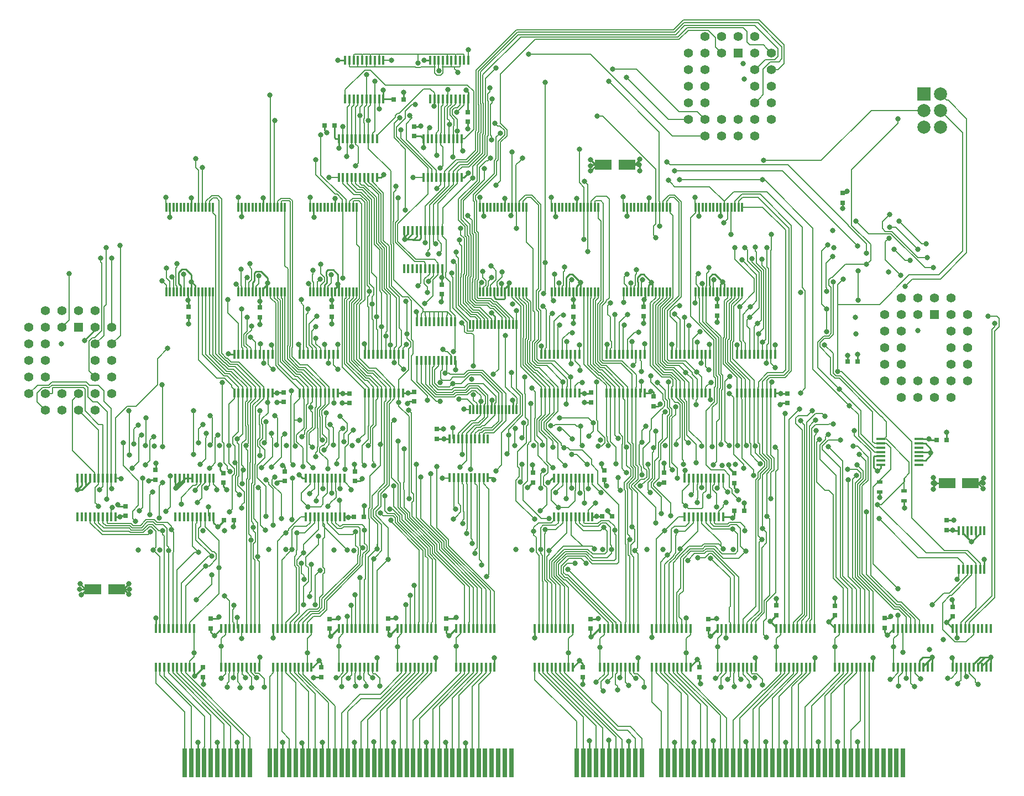
<source format=gbr>
G04 #@! TF.GenerationSoftware,KiCad,Pcbnew,(5.0.0)*
G04 #@! TF.CreationDate,2018-10-30T19:14:45-07:00*
G04 #@! TF.ProjectId,alu,616C752E6B696361645F706362000000,rev?*
G04 #@! TF.SameCoordinates,Original*
G04 #@! TF.FileFunction,Copper,L1,Top,Signal*
G04 #@! TF.FilePolarity,Positive*
%FSLAX46Y46*%
G04 Gerber Fmt 4.6, Leading zero omitted, Abs format (unit mm)*
G04 Created by KiCad (PCBNEW (5.0.0)) date 10/30/18 19:14:45*
%MOMM*%
%LPD*%
G01*
G04 APERTURE LIST*
G04 #@! TA.AperFunction,ComponentPad*
%ADD10C,1.397000*%
G04 #@! TD*
G04 #@! TA.AperFunction,ComponentPad*
%ADD11R,1.397000X1.397000*%
G04 #@! TD*
G04 #@! TA.AperFunction,SMDPad,CuDef*
%ADD12R,0.450000X1.450000*%
G04 #@! TD*
G04 #@! TA.AperFunction,SMDPad,CuDef*
%ADD13R,0.750000X0.800000*%
G04 #@! TD*
G04 #@! TA.AperFunction,SMDPad,CuDef*
%ADD14R,0.800000X0.750000*%
G04 #@! TD*
G04 #@! TA.AperFunction,SMDPad,CuDef*
%ADD15R,2.600000X1.600000*%
G04 #@! TD*
G04 #@! TA.AperFunction,ComponentPad*
%ADD16C,2.000000*%
G04 #@! TD*
G04 #@! TA.AperFunction,ComponentPad*
%ADD17R,2.000000X2.000000*%
G04 #@! TD*
G04 #@! TA.AperFunction,ConnectorPad*
%ADD18R,0.700000X4.400000*%
G04 #@! TD*
G04 #@! TA.AperFunction,SMDPad,CuDef*
%ADD19R,0.900000X0.500000*%
G04 #@! TD*
G04 #@! TA.AperFunction,SMDPad,CuDef*
%ADD20R,1.450000X0.450000*%
G04 #@! TD*
G04 #@! TA.AperFunction,SMDPad,CuDef*
%ADD21R,0.300000X1.400000*%
G04 #@! TD*
G04 #@! TA.AperFunction,ViaPad*
%ADD22C,0.800000*%
G04 #@! TD*
G04 #@! TA.AperFunction,Conductor*
%ADD23C,0.254000*%
G04 #@! TD*
G04 #@! TA.AperFunction,Conductor*
%ADD24C,0.178000*%
G04 #@! TD*
G04 APERTURE END LIST*
D10*
G04 #@! TO.P,U35,30*
G04 #@! TO.N,/BOOT_A[13]*
X210810000Y-76380000D03*
G04 #@! TO.P,U35,29*
G04 #@! TO.N,/BOOT_A[8]*
X213350000Y-78920000D03*
G04 #@! TO.P,U35,32*
G04 #@! TO.N,VCC*
X208270000Y-76380000D03*
G04 #@! TO.P,U35,31*
X210810000Y-78920000D03*
G04 #@! TO.P,U35,28*
G04 #@! TO.N,/BOOT_A[9]*
X210810000Y-81460000D03*
G04 #@! TO.P,U35,27*
G04 #@! TO.N,/BOOT_A[11]*
X213350000Y-81460000D03*
G04 #@! TO.P,U35,26*
G04 #@! TO.N,Net-(U35-Pad26)*
X210810000Y-84000000D03*
G04 #@! TO.P,U35,25*
G04 #@! TO.N,GNDREF*
X213350000Y-84000000D03*
G04 #@! TO.P,U35,24*
G04 #@! TO.N,/BOOT_A[10]*
X210810000Y-86540000D03*
G04 #@! TO.P,U35,23*
G04 #@! TO.N,GNDREF*
X213350000Y-86540000D03*
G04 #@! TO.P,U35,22*
G04 #@! TO.N,/CLU_D7*
X210810000Y-89080000D03*
G04 #@! TO.P,U35,21*
G04 #@! TO.N,/CLU_D6*
X213350000Y-89080000D03*
G04 #@! TO.P,U35,20*
G04 #@! TO.N,/CLU_D5*
X210810000Y-91620000D03*
G04 #@! TO.P,U35,19*
G04 #@! TO.N,/CLU_D4*
X208270000Y-89080000D03*
G04 #@! TO.P,U35,18*
G04 #@! TO.N,/CLU_D3*
X208270000Y-91620000D03*
G04 #@! TO.P,U35,17*
G04 #@! TO.N,Net-(U35-Pad17)*
X205730000Y-89080000D03*
G04 #@! TO.P,U35,16*
G04 #@! TO.N,GNDREF*
X205730000Y-91620000D03*
G04 #@! TO.P,U35,15*
G04 #@! TO.N,/CLU_D2*
X203190000Y-89080000D03*
G04 #@! TO.P,U35,14*
G04 #@! TO.N,/CLU_D1*
X203190000Y-91620000D03*
G04 #@! TO.P,U35,13*
G04 #@! TO.N,/CLU_D0*
X200650000Y-89080000D03*
G04 #@! TO.P,U35,12*
G04 #@! TO.N,Net-(U35-Pad12)*
X203190000Y-86540000D03*
G04 #@! TO.P,U35,11*
G04 #@! TO.N,/BOOT_A[0]*
X200650000Y-86540000D03*
G04 #@! TO.P,U35,10*
G04 #@! TO.N,/BOOT_A[1]*
X203190000Y-84000000D03*
G04 #@! TO.P,U35,9*
G04 #@! TO.N,/BOOT_A[2]*
X200650000Y-84000000D03*
G04 #@! TO.P,U35,8*
G04 #@! TO.N,/BOOT_A[3]*
X203190000Y-81460000D03*
G04 #@! TO.P,U35,7*
G04 #@! TO.N,/BOOT_A[4]*
X200650000Y-81460000D03*
G04 #@! TO.P,U35,6*
G04 #@! TO.N,/BOOT_A[5]*
X203190000Y-78920000D03*
G04 #@! TO.P,U35,5*
G04 #@! TO.N,/BOOT_A[6]*
X200650000Y-78920000D03*
G04 #@! TO.P,U35,4*
G04 #@! TO.N,/BOOT_A[7]*
X203190000Y-76380000D03*
G04 #@! TO.P,U35,3*
G04 #@! TO.N,/BOOT_A[12]*
X205730000Y-78920000D03*
G04 #@! TO.P,U35,2*
G04 #@! TO.N,/BOOT_A[14]*
X205730000Y-76380000D03*
D11*
G04 #@! TO.P,U35,1*
G04 #@! TO.N,Net-(U35-Pad1)*
X208270000Y-78920000D03*
G04 #@! TD*
D12*
G04 #@! TO.P,U38,1*
G04 #@! TO.N,/~BOOT_ALU_EN*
X134925000Y-80050000D03*
G04 #@! TO.P,U38,2*
G04 #@! TO.N,/BOOT_A[12]*
X134275000Y-80050000D03*
G04 #@! TO.P,U38,3*
X133625000Y-80050000D03*
G04 #@! TO.P,U38,4*
X132975000Y-80050000D03*
G04 #@! TO.P,U38,5*
X132325000Y-80050000D03*
G04 #@! TO.P,U38,6*
X131675000Y-80050000D03*
G04 #@! TO.P,U38,7*
X131025000Y-80050000D03*
G04 #@! TO.P,U38,8*
X130375000Y-80050000D03*
G04 #@! TO.P,U38,9*
X129725000Y-80050000D03*
G04 #@! TO.P,U38,10*
G04 #@! TO.N,GNDREF*
X129075000Y-80050000D03*
G04 #@! TO.P,U38,11*
G04 #@! TO.N,/cin[0]*
X129075000Y-85950000D03*
G04 #@! TO.P,U38,12*
G04 #@! TO.N,/cin[1]*
X129725000Y-85950000D03*
G04 #@! TO.P,U38,13*
G04 #@! TO.N,/cin[2]*
X130375000Y-85950000D03*
G04 #@! TO.P,U38,14*
G04 #@! TO.N,/cin[3]*
X131025000Y-85950000D03*
G04 #@! TO.P,U38,15*
G04 #@! TO.N,/cin[4]*
X131675000Y-85950000D03*
G04 #@! TO.P,U38,16*
G04 #@! TO.N,/cin[5]*
X132325000Y-85950000D03*
G04 #@! TO.P,U38,17*
G04 #@! TO.N,/cin[6]*
X132975000Y-85950000D03*
G04 #@! TO.P,U38,18*
G04 #@! TO.N,/cin[7]*
X133625000Y-85950000D03*
G04 #@! TO.P,U38,19*
G04 #@! TO.N,/BOOT_A[15]*
X134275000Y-85950000D03*
G04 #@! TO.P,U38,20*
G04 #@! TO.N,VCC*
X134925000Y-85950000D03*
G04 #@! TD*
D13*
G04 #@! TO.P,C1,2*
G04 #@! TO.N,GNDREF*
X211075000Y-123725000D03*
G04 #@! TO.P,C1,1*
G04 #@! TO.N,VCC*
X211075000Y-125225000D03*
G04 #@! TD*
D14*
G04 #@! TO.P,C2,1*
G04 #@! TO.N,VCC*
X208650000Y-98175000D03*
G04 #@! TO.P,C2,2*
G04 #@! TO.N,GNDREF*
X210150000Y-98175000D03*
G04 #@! TD*
D13*
G04 #@! TO.P,C3,2*
G04 #@! TO.N,GNDREF*
X210150000Y-110475000D03*
G04 #@! TO.P,C3,1*
G04 #@! TO.N,VCC*
X210150000Y-111975000D03*
G04 #@! TD*
D14*
G04 #@! TO.P,C4,1*
G04 #@! TO.N,VCC*
X195050000Y-86125000D03*
G04 #@! TO.P,C4,2*
G04 #@! TO.N,GNDREF*
X196550000Y-86125000D03*
G04 #@! TD*
D13*
G04 #@! TO.P,C5,2*
G04 #@! TO.N,GNDREF*
X194225000Y-60325000D03*
G04 #@! TO.P,C5,1*
G04 #@! TO.N,VCC*
X194225000Y-61825000D03*
G04 #@! TD*
G04 #@! TO.P,C6,1*
G04 #@! TO.N,VCC*
X173650000Y-127100000D03*
G04 #@! TO.P,C6,2*
G04 #@! TO.N,GNDREF*
X173650000Y-125600000D03*
G04 #@! TD*
G04 #@! TO.P,C7,2*
G04 #@! TO.N,GNDREF*
X155625000Y-125575000D03*
G04 #@! TO.P,C7,1*
G04 #@! TO.N,VCC*
X155625000Y-127075000D03*
G04 #@! TD*
G04 #@! TO.P,C8,2*
G04 #@! TO.N,GNDREF*
X115650000Y-125575000D03*
G04 #@! TO.P,C8,1*
G04 #@! TO.N,VCC*
X115650000Y-127075000D03*
G04 #@! TD*
G04 #@! TO.P,C9,2*
G04 #@! TO.N,GNDREF*
X97500000Y-125550000D03*
G04 #@! TO.P,C9,1*
G04 #@! TO.N,VCC*
X97500000Y-127050000D03*
G04 #@! TD*
G04 #@! TO.P,C10,1*
G04 #@! TO.N,VCC*
X193075000Y-125050000D03*
G04 #@! TO.P,C10,2*
G04 #@! TO.N,GNDREF*
X193075000Y-123550000D03*
G04 #@! TD*
G04 #@! TO.P,C11,1*
G04 #@! TO.N,VCC*
X184075000Y-125000000D03*
G04 #@! TO.P,C11,2*
G04 #@! TO.N,GNDREF*
X184075000Y-123500000D03*
G04 #@! TD*
G04 #@! TO.P,C12,2*
G04 #@! TO.N,GNDREF*
X133575000Y-125550000D03*
G04 #@! TO.P,C12,1*
G04 #@! TO.N,VCC*
X133575000Y-127050000D03*
G04 #@! TD*
G04 #@! TO.P,C13,1*
G04 #@! TO.N,VCC*
X124625000Y-127025000D03*
G04 #@! TO.P,C13,2*
G04 #@! TO.N,GNDREF*
X124625000Y-125525000D03*
G04 #@! TD*
G04 #@! TO.P,C14,2*
G04 #@! TO.N,GNDREF*
X200700000Y-125475000D03*
G04 #@! TO.P,C14,1*
G04 #@! TO.N,VCC*
X200700000Y-126975000D03*
G04 #@! TD*
G04 #@! TO.P,C16,2*
G04 #@! TO.N,GNDREF*
X132825000Y-75850000D03*
G04 #@! TO.P,C16,1*
G04 #@! TO.N,VCC*
X132825000Y-74350000D03*
G04 #@! TD*
G04 #@! TO.P,C17,2*
G04 #@! TO.N,GNDREF*
X185800000Y-92525000D03*
G04 #@! TO.P,C17,1*
G04 #@! TO.N,VCC*
X185800000Y-91025000D03*
G04 #@! TD*
G04 #@! TO.P,C19,1*
G04 #@! TO.N,VCC*
X165325000Y-91525000D03*
G04 #@! TO.P,C19,2*
G04 #@! TO.N,GNDREF*
X165325000Y-93025000D03*
G04 #@! TD*
G04 #@! TO.P,C20,1*
G04 #@! TO.N,VCC*
X155750000Y-90925000D03*
G04 #@! TO.P,C20,2*
G04 #@! TO.N,GNDREF*
X155750000Y-92425000D03*
G04 #@! TD*
G04 #@! TO.P,C21,2*
G04 #@! TO.N,GNDREF*
X128650000Y-92275000D03*
G04 #@! TO.P,C21,1*
G04 #@! TO.N,VCC*
X128650000Y-90775000D03*
G04 #@! TD*
G04 #@! TO.P,C22,1*
G04 #@! TO.N,VCC*
X118750000Y-91025000D03*
G04 #@! TO.P,C22,2*
G04 #@! TO.N,GNDREF*
X118750000Y-92525000D03*
G04 #@! TD*
G04 #@! TO.P,C23,1*
G04 #@! TO.N,VCC*
X108650000Y-90875000D03*
G04 #@! TO.P,C23,2*
G04 #@! TO.N,GNDREF*
X108650000Y-92375000D03*
G04 #@! TD*
D14*
G04 #@! TO.P,C24,2*
G04 #@! TO.N,GNDREF*
X114925000Y-50025000D03*
G04 #@! TO.P,C24,1*
G04 #@! TO.N,VCC*
X116425000Y-50025000D03*
G04 #@! TD*
D13*
G04 #@! TO.P,C25,2*
G04 #@! TO.N,GNDREF*
X128625000Y-50150000D03*
G04 #@! TO.P,C25,1*
G04 #@! TO.N,VCC*
X128625000Y-51650000D03*
G04 #@! TD*
D14*
G04 #@! TO.P,C26,2*
G04 #@! TO.N,GNDREF*
X127025000Y-46000000D03*
G04 #@! TO.P,C26,1*
G04 #@! TO.N,VCC*
X125525000Y-46000000D03*
G04 #@! TD*
D13*
G04 #@! TO.P,C27,2*
G04 #@! TO.N,GNDREF*
X136850000Y-49450000D03*
G04 #@! TO.P,C27,1*
G04 #@! TO.N,VCC*
X136850000Y-47950000D03*
G04 #@! TD*
G04 #@! TO.P,C28,1*
G04 #@! TO.N,VCC*
X175000000Y-77650000D03*
G04 #@! TO.P,C28,2*
G04 #@! TO.N,GNDREF*
X175000000Y-79150000D03*
G04 #@! TD*
G04 #@! TO.P,C29,2*
G04 #@! TO.N,GNDREF*
X163750000Y-79250000D03*
G04 #@! TO.P,C29,1*
G04 #@! TO.N,VCC*
X163750000Y-77750000D03*
G04 #@! TD*
G04 #@! TO.P,C30,2*
G04 #@! TO.N,GNDREF*
X153000000Y-79275000D03*
G04 #@! TO.P,C30,1*
G04 #@! TO.N,VCC*
X153000000Y-77775000D03*
G04 #@! TD*
G04 #@! TO.P,C32,2*
G04 #@! TO.N,GNDREF*
X116050000Y-79300000D03*
G04 #@! TO.P,C32,1*
G04 #@! TO.N,VCC*
X116050000Y-77800000D03*
G04 #@! TD*
G04 #@! TO.P,C33,1*
G04 #@! TO.N,VCC*
X105025000Y-77875000D03*
G04 #@! TO.P,C33,2*
G04 #@! TO.N,GNDREF*
X105025000Y-79375000D03*
G04 #@! TD*
G04 #@! TO.P,C34,1*
G04 #@! TO.N,VCC*
X94075000Y-77800000D03*
G04 #@! TO.P,C34,2*
G04 #@! TO.N,GNDREF*
X94075000Y-79300000D03*
G04 #@! TD*
G04 #@! TO.P,C37,1*
G04 #@! TO.N,VCC*
X132075000Y-98000000D03*
G04 #@! TO.P,C37,2*
G04 #@! TO.N,GNDREF*
X132075000Y-96500000D03*
G04 #@! TD*
D14*
G04 #@! TO.P,C40,1*
G04 #@! TO.N,VCC*
X177675000Y-109000000D03*
G04 #@! TO.P,C40,2*
G04 #@! TO.N,GNDREF*
X179175000Y-109000000D03*
G04 #@! TD*
G04 #@! TO.P,C41,2*
G04 #@! TO.N,GNDREF*
X158950000Y-109850000D03*
G04 #@! TO.P,C41,1*
G04 #@! TO.N,VCC*
X157450000Y-109850000D03*
G04 #@! TD*
G04 #@! TO.P,C42,1*
G04 #@! TO.N,VCC*
X119425000Y-109950000D03*
G04 #@! TO.P,C42,2*
G04 #@! TO.N,GNDREF*
X120925000Y-109950000D03*
G04 #@! TD*
G04 #@! TO.P,C43,2*
G04 #@! TO.N,GNDREF*
X101025000Y-110425000D03*
G04 #@! TO.P,C43,1*
G04 #@! TO.N,VCC*
X99525000Y-110425000D03*
G04 #@! TD*
D13*
G04 #@! TO.P,C44,2*
G04 #@! TO.N,GNDREF*
X84475000Y-108300000D03*
G04 #@! TO.P,C44,1*
G04 #@! TO.N,VCC*
X84475000Y-109800000D03*
G04 #@! TD*
G04 #@! TO.P,C45,2*
G04 #@! TO.N,GNDREF*
X177650000Y-104775000D03*
G04 #@! TO.P,C45,1*
G04 #@! TO.N,VCC*
X177650000Y-103275000D03*
G04 #@! TD*
G04 #@! TO.P,C46,1*
G04 #@! TO.N,VCC*
X166900000Y-103175000D03*
G04 #@! TO.P,C46,2*
G04 #@! TO.N,GNDREF*
X166900000Y-104675000D03*
G04 #@! TD*
G04 #@! TO.P,C47,2*
G04 #@! TO.N,GNDREF*
X157775000Y-104300000D03*
G04 #@! TO.P,C47,1*
G04 #@! TO.N,VCC*
X157775000Y-102800000D03*
G04 #@! TD*
G04 #@! TO.P,C48,1*
G04 #@! TO.N,VCC*
X146850000Y-103200000D03*
G04 #@! TO.P,C48,2*
G04 #@! TO.N,GNDREF*
X146850000Y-104700000D03*
G04 #@! TD*
G04 #@! TO.P,C49,1*
G04 #@! TO.N,VCC*
X119575000Y-102975000D03*
G04 #@! TO.P,C49,2*
G04 #@! TO.N,GNDREF*
X119575000Y-104475000D03*
G04 #@! TD*
G04 #@! TO.P,C50,1*
G04 #@! TO.N,VCC*
X108850000Y-102975000D03*
G04 #@! TO.P,C50,2*
G04 #@! TO.N,GNDREF*
X108850000Y-104475000D03*
G04 #@! TD*
G04 #@! TO.P,C51,2*
G04 #@! TO.N,GNDREF*
X99400000Y-104725000D03*
G04 #@! TO.P,C51,1*
G04 #@! TO.N,VCC*
X99400000Y-103225000D03*
G04 #@! TD*
G04 #@! TO.P,C52,2*
G04 #@! TO.N,GNDREF*
X88975000Y-104275000D03*
G04 #@! TO.P,C52,1*
G04 #@! TO.N,VCC*
X88975000Y-102775000D03*
G04 #@! TD*
G04 #@! TO.P,C53,1*
G04 #@! TO.N,VCC*
X172350000Y-132975000D03*
G04 #@! TO.P,C53,2*
G04 #@! TO.N,GNDREF*
X172350000Y-134475000D03*
G04 #@! TD*
G04 #@! TO.P,C54,2*
G04 #@! TO.N,GNDREF*
X154450000Y-134500000D03*
G04 #@! TO.P,C54,1*
G04 #@! TO.N,VCC*
X154450000Y-133000000D03*
G04 #@! TD*
G04 #@! TO.P,C55,1*
G04 #@! TO.N,VCC*
X114425000Y-133000000D03*
G04 #@! TO.P,C55,2*
G04 #@! TO.N,GNDREF*
X114425000Y-134500000D03*
G04 #@! TD*
G04 #@! TO.P,C56,1*
G04 #@! TO.N,VCC*
X96325000Y-132975000D03*
G04 #@! TO.P,C56,2*
G04 #@! TO.N,GNDREF*
X96325000Y-134475000D03*
G04 #@! TD*
D15*
G04 #@! TO.P,C57,2*
G04 #@! TO.N,GNDREF*
X83075000Y-121000000D03*
G04 #@! TO.P,C57,1*
G04 #@! TO.N,VCC*
X79475000Y-121000000D03*
G04 #@! TD*
G04 #@! TO.P,C58,2*
G04 #@! TO.N,GNDREF*
X213825000Y-104800000D03*
G04 #@! TO.P,C58,1*
G04 #@! TO.N,VCC*
X210225000Y-104800000D03*
G04 #@! TD*
G04 #@! TO.P,C59,1*
G04 #@! TO.N,VCC*
X157600000Y-55975000D03*
G04 #@! TO.P,C59,2*
G04 #@! TO.N,GNDREF*
X161200000Y-55975000D03*
G04 #@! TD*
D16*
G04 #@! TO.P,J1,6*
G04 #@! TO.N,GNDREF*
X209200000Y-50215000D03*
G04 #@! TO.P,J1,4*
G04 #@! TO.N,/~BOOT_ALU_WR*
X209200000Y-47675000D03*
G04 #@! TO.P,J1,2*
G04 #@! TO.N,/BOOT_ALU_EN*
X209200000Y-45135000D03*
G04 #@! TO.P,J1,5*
G04 #@! TO.N,VCC*
X206660000Y-50215000D03*
G04 #@! TO.P,J1,3*
G04 #@! TO.N,/~BOOT_A[15]*
X206660000Y-47675000D03*
D17*
G04 #@! TO.P,J1,1*
G04 #@! TO.N,/BOOT_A[15]*
X206660000Y-45135000D03*
G04 #@! TD*
D18*
G04 #@! TO.P,P1,1*
G04 #@! TO.N,/rd[31]*
X93500000Y-147600000D03*
G04 #@! TO.P,P1,2*
G04 #@! TO.N,/rd[30]*
X94500000Y-147600000D03*
G04 #@! TO.P,P1,3*
G04 #@! TO.N,GNDREF*
X95500000Y-147600000D03*
G04 #@! TO.P,P1,4*
G04 #@! TO.N,/rd[29]*
X96500000Y-147600000D03*
G04 #@! TO.P,P1,5*
G04 #@! TO.N,/rd[28]*
X97500000Y-147600000D03*
G04 #@! TO.P,P1,6*
G04 #@! TO.N,VCC*
X98500000Y-147600000D03*
G04 #@! TO.P,P1,7*
G04 #@! TO.N,/rd[27]*
X99500000Y-147600000D03*
G04 #@! TO.P,P1,8*
G04 #@! TO.N,/rd[26]*
X100500000Y-147600000D03*
G04 #@! TO.P,P1,9*
G04 #@! TO.N,GNDREF*
X101500000Y-147600000D03*
G04 #@! TO.P,P1,10*
G04 #@! TO.N,/rd[25]*
X102500000Y-147600000D03*
G04 #@! TO.P,P1,11*
G04 #@! TO.N,/rd[24]*
X103500000Y-147600000D03*
G04 #@! TO.P,P1,12*
G04 #@! TO.N,/rd[23]*
X106500000Y-147600000D03*
G04 #@! TO.P,P1,13*
G04 #@! TO.N,/rd[22]*
X107500000Y-147600000D03*
G04 #@! TO.P,P1,14*
G04 #@! TO.N,GNDREF*
X108500000Y-147600000D03*
G04 #@! TO.P,P1,15*
G04 #@! TO.N,/rd[21]*
X109500000Y-147600000D03*
G04 #@! TO.P,P1,16*
G04 #@! TO.N,/rd[20]*
X110500000Y-147600000D03*
G04 #@! TO.P,P1,17*
G04 #@! TO.N,VCC*
X111500000Y-147600000D03*
G04 #@! TO.P,P1,18*
G04 #@! TO.N,/rd[19]*
X112500000Y-147600000D03*
G04 #@! TO.P,P1,19*
G04 #@! TO.N,/rd[18]*
X113500000Y-147600000D03*
G04 #@! TO.P,P1,20*
G04 #@! TO.N,GNDREF*
X114500000Y-147600000D03*
G04 #@! TO.P,P1,21*
G04 #@! TO.N,/rd[17]*
X115500000Y-147600000D03*
G04 #@! TO.P,P1,22*
G04 #@! TO.N,/rd[16]*
X116500000Y-147600000D03*
G04 #@! TO.P,P1,23*
G04 #@! TO.N,/rs2[31]*
X117500000Y-147600000D03*
G04 #@! TO.P,P1,24*
G04 #@! TO.N,/rs2[30]*
X118500000Y-147600000D03*
G04 #@! TO.P,P1,25*
G04 #@! TO.N,GNDREF*
X119500000Y-147600000D03*
G04 #@! TO.P,P1,26*
G04 #@! TO.N,/rs2[29]*
X120500000Y-147600000D03*
G04 #@! TO.P,P1,27*
G04 #@! TO.N,/rs2[28]*
X121500000Y-147600000D03*
G04 #@! TO.P,P1,28*
G04 #@! TO.N,VCC*
X122500000Y-147600000D03*
G04 #@! TO.P,P1,29*
G04 #@! TO.N,/rs2[27]*
X123500000Y-147600000D03*
G04 #@! TO.P,P1,30*
G04 #@! TO.N,/rs2[26]*
X124500000Y-147600000D03*
G04 #@! TO.P,P1,31*
G04 #@! TO.N,GNDREF*
X125500000Y-147600000D03*
G04 #@! TO.P,P1,32*
G04 #@! TO.N,/rs2[25]*
X126500000Y-147600000D03*
G04 #@! TO.P,P1,33*
G04 #@! TO.N,/rs2[24]*
X127500000Y-147600000D03*
G04 #@! TO.P,P1,34*
G04 #@! TO.N,/rs2[23]*
X128500000Y-147600000D03*
G04 #@! TO.P,P1,35*
G04 #@! TO.N,/rs2[22]*
X129500000Y-147600000D03*
G04 #@! TO.P,P1,36*
G04 #@! TO.N,GNDREF*
X130500000Y-147600000D03*
G04 #@! TO.P,P1,37*
G04 #@! TO.N,/rs2[21]*
X131500000Y-147600000D03*
G04 #@! TO.P,P1,38*
G04 #@! TO.N,/rs2[20]*
X132500000Y-147600000D03*
G04 #@! TO.P,P1,39*
G04 #@! TO.N,VCC*
X133500000Y-147600000D03*
G04 #@! TO.P,P1,40*
G04 #@! TO.N,/rs2[19]*
X134500000Y-147600000D03*
G04 #@! TO.P,P1,41*
G04 #@! TO.N,/rs2[18]*
X135500000Y-147600000D03*
G04 #@! TO.P,P1,42*
G04 #@! TO.N,GNDREF*
X136500000Y-147600000D03*
G04 #@! TO.P,P1,43*
G04 #@! TO.N,/rs2[17]*
X137500000Y-147600000D03*
G04 #@! TO.P,P1,44*
G04 #@! TO.N,/rs2[16]*
X138500000Y-147600000D03*
G04 #@! TO.P,P1,45*
G04 #@! TO.N,Net-(P1-Pad45)*
X139500000Y-147600000D03*
G04 #@! TO.P,P1,46*
G04 #@! TO.N,Net-(P1-Pad46)*
X140500000Y-147600000D03*
G04 #@! TO.P,P1,47*
G04 #@! TO.N,Net-(P1-Pad47)*
X141500000Y-147600000D03*
G04 #@! TO.P,P1,48*
G04 #@! TO.N,Net-(P1-Pad48)*
X142500000Y-147600000D03*
G04 #@! TO.P,P1,49*
G04 #@! TO.N,Net-(P1-Pad49)*
X143500000Y-147600000D03*
G04 #@! TO.P,P1,50*
G04 #@! TO.N,/rd[15]*
X153500000Y-147600000D03*
G04 #@! TO.P,P1,61*
G04 #@! TO.N,/rd[7]*
X166500000Y-147600000D03*
G04 #@! TO.P,P1,51*
G04 #@! TO.N,/rd[14]*
X154500000Y-147600000D03*
G04 #@! TO.P,P1,52*
G04 #@! TO.N,GNDREF*
X155500000Y-147600000D03*
G04 #@! TO.P,P1,53*
G04 #@! TO.N,/rd[13]*
X156500000Y-147600000D03*
G04 #@! TO.P,P1,54*
G04 #@! TO.N,/rd[12]*
X157500000Y-147600000D03*
G04 #@! TO.P,P1,55*
G04 #@! TO.N,VCC*
X158500000Y-147600000D03*
G04 #@! TO.P,P1,56*
G04 #@! TO.N,/rd[11]*
X159500000Y-147600000D03*
G04 #@! TO.P,P1,57*
G04 #@! TO.N,/rd[10]*
X160500000Y-147600000D03*
G04 #@! TO.P,P1,58*
G04 #@! TO.N,GNDREF*
X161500000Y-147600000D03*
G04 #@! TO.P,P1,59*
G04 #@! TO.N,/rd[9]*
X162500000Y-147600000D03*
G04 #@! TO.P,P1,60*
G04 #@! TO.N,/rd[8]*
X163500000Y-147600000D03*
G04 #@! TO.P,P1,62*
G04 #@! TO.N,/rd[6]*
X167500000Y-147600000D03*
G04 #@! TO.P,P1,63*
G04 #@! TO.N,GNDREF*
X168500000Y-147600000D03*
G04 #@! TO.P,P1,64*
G04 #@! TO.N,/rd[5]*
X169500000Y-147600000D03*
G04 #@! TO.P,P1,65*
G04 #@! TO.N,/rd[4]*
X170500000Y-147600000D03*
G04 #@! TO.P,P1,66*
G04 #@! TO.N,VCC*
X171500000Y-147600000D03*
G04 #@! TO.P,P1,67*
G04 #@! TO.N,/rd[3]*
X172500000Y-147600000D03*
G04 #@! TO.P,P1,68*
G04 #@! TO.N,/rd[2]*
X173500000Y-147600000D03*
G04 #@! TO.P,P1,69*
G04 #@! TO.N,GNDREF*
X174500000Y-147600000D03*
G04 #@! TO.P,P1,70*
G04 #@! TO.N,/rd[1]*
X175500000Y-147600000D03*
G04 #@! TO.P,P1,71*
G04 #@! TO.N,/rd[0]*
X176500000Y-147600000D03*
G04 #@! TO.P,P1,72*
G04 #@! TO.N,/rs2[15]*
X177500000Y-147600000D03*
G04 #@! TO.P,P1,73*
G04 #@! TO.N,/rs2[14]*
X178500000Y-147600000D03*
G04 #@! TO.P,P1,74*
G04 #@! TO.N,GNDREF*
X179500000Y-147600000D03*
G04 #@! TO.P,P1,75*
G04 #@! TO.N,/rs2[13]*
X180500000Y-147600000D03*
G04 #@! TO.P,P1,76*
G04 #@! TO.N,/rs2[12]*
X181500000Y-147600000D03*
G04 #@! TO.P,P1,77*
G04 #@! TO.N,VCC*
X182500000Y-147600000D03*
G04 #@! TO.P,P1,78*
G04 #@! TO.N,/rs2[11]*
X183500000Y-147600000D03*
G04 #@! TO.P,P1,79*
G04 #@! TO.N,/rs2[10]*
X184500000Y-147600000D03*
G04 #@! TO.P,P1,80*
G04 #@! TO.N,GNDREF*
X185500000Y-147600000D03*
G04 #@! TO.P,P1,81*
G04 #@! TO.N,/rs2[9]*
X186500000Y-147600000D03*
G04 #@! TO.P,P1,82*
G04 #@! TO.N,/rs2[8]*
X187500000Y-147600000D03*
G04 #@! TO.P,P1,83*
G04 #@! TO.N,/rs2[7]*
X188500000Y-147600000D03*
G04 #@! TO.P,P1,84*
G04 #@! TO.N,/rs2[6]*
X189500000Y-147600000D03*
G04 #@! TO.P,P1,85*
G04 #@! TO.N,GNDREF*
X190500000Y-147600000D03*
G04 #@! TO.P,P1,86*
G04 #@! TO.N,/rs2[5]*
X191500000Y-147600000D03*
G04 #@! TO.P,P1,87*
G04 #@! TO.N,/rs2[4]*
X192500000Y-147600000D03*
G04 #@! TO.P,P1,88*
G04 #@! TO.N,VCC*
X193500000Y-147600000D03*
G04 #@! TO.P,P1,89*
G04 #@! TO.N,/rs2[3]*
X194500000Y-147600000D03*
G04 #@! TO.P,P1,90*
G04 #@! TO.N,/rs2[2]*
X195500000Y-147600000D03*
G04 #@! TO.P,P1,91*
G04 #@! TO.N,GNDREF*
X196500000Y-147600000D03*
G04 #@! TO.P,P1,92*
G04 #@! TO.N,/rs2[1]*
X197500000Y-147600000D03*
G04 #@! TO.P,P1,93*
G04 #@! TO.N,/rs2[0]*
X198500000Y-147600000D03*
G04 #@! TO.P,P1,94*
G04 #@! TO.N,Net-(P1-Pad94)*
X199500000Y-147600000D03*
G04 #@! TO.P,P1,95*
G04 #@! TO.N,Net-(P1-Pad95)*
X200500000Y-147600000D03*
G04 #@! TO.P,P1,96*
G04 #@! TO.N,Net-(P1-Pad96)*
X201500000Y-147600000D03*
G04 #@! TO.P,P1,97*
G04 #@! TO.N,Net-(P1-Pad97)*
X202500000Y-147600000D03*
G04 #@! TO.P,P1,98*
G04 #@! TO.N,Net-(P1-Pad98)*
X203500000Y-147600000D03*
G04 #@! TD*
D19*
G04 #@! TO.P,R1,1*
G04 #@! TO.N,VCC*
X203675000Y-107450000D03*
G04 #@! TO.P,R1,2*
G04 #@! TO.N,/~BOOT_ALU_EN*
X203675000Y-105950000D03*
G04 #@! TD*
G04 #@! TO.P,R2,2*
G04 #@! TO.N,GNDREF*
X199925000Y-106100000D03*
G04 #@! TO.P,R2,1*
G04 #@! TO.N,/BOOT_ALU_EN*
X199925000Y-104600000D03*
G04 #@! TD*
D12*
G04 #@! TO.P,U1,20*
G04 #@! TO.N,VCC*
X211075000Y-127050000D03*
G04 #@! TO.P,U1,19*
G04 #@! TO.N,GNDREF*
X211725000Y-127050000D03*
G04 #@! TO.P,U1,18*
G04 #@! TO.N,/~BOOT_ALU_EN*
X212375000Y-127050000D03*
G04 #@! TO.P,U1,17*
G04 #@! TO.N,/BOOT_CLK*
X213025000Y-127050000D03*
G04 #@! TO.P,U1,16*
G04 #@! TO.N,/~BOOT_RST*
X213675000Y-127050000D03*
G04 #@! TO.P,U1,15*
G04 #@! TO.N,/~BOOT_WR*
X214325000Y-127050000D03*
G04 #@! TO.P,U1,14*
G04 #@! TO.N,Net-(U1-Pad14)*
X214975000Y-127050000D03*
G04 #@! TO.P,U1,13*
G04 #@! TO.N,Net-(U1-Pad13)*
X215625000Y-127050000D03*
G04 #@! TO.P,U1,12*
G04 #@! TO.N,Net-(U1-Pad12)*
X216275000Y-127050000D03*
G04 #@! TO.P,U1,11*
G04 #@! TO.N,Net-(U1-Pad11)*
X216925000Y-127050000D03*
G04 #@! TO.P,U1,10*
G04 #@! TO.N,GNDREF*
X216925000Y-132950000D03*
G04 #@! TO.P,U1,9*
X216275000Y-132950000D03*
G04 #@! TO.P,U1,8*
X215625000Y-132950000D03*
G04 #@! TO.P,U1,7*
X214975000Y-132950000D03*
G04 #@! TO.P,U1,6*
X214325000Y-132950000D03*
G04 #@! TO.P,U1,5*
G04 #@! TO.N,/~BOOT_WR'*
X213675000Y-132950000D03*
G04 #@! TO.P,U1,4*
G04 #@! TO.N,/~BOOT_RST'*
X213025000Y-132950000D03*
G04 #@! TO.P,U1,3*
G04 #@! TO.N,/BOOT_CLK'*
X212375000Y-132950000D03*
G04 #@! TO.P,U1,2*
G04 #@! TO.N,/~BOOT_ALU_EN'*
X211725000Y-132950000D03*
G04 #@! TO.P,U1,1*
G04 #@! TO.N,GNDREF*
X211075000Y-132950000D03*
G04 #@! TD*
D20*
G04 #@! TO.P,U2,14*
G04 #@! TO.N,VCC*
X205950000Y-98050000D03*
G04 #@! TO.P,U2,13*
G04 #@! TO.N,GNDREF*
X205950000Y-98700000D03*
G04 #@! TO.P,U2,12*
G04 #@! TO.N,Net-(U2-Pad12)*
X205950000Y-99350000D03*
G04 #@! TO.P,U2,11*
G04 #@! TO.N,GNDREF*
X205950000Y-100000000D03*
G04 #@! TO.P,U2,10*
G04 #@! TO.N,Net-(U2-Pad10)*
X205950000Y-100650000D03*
G04 #@! TO.P,U2,9*
G04 #@! TO.N,GNDREF*
X205950000Y-101300000D03*
G04 #@! TO.P,U2,8*
G04 #@! TO.N,Net-(U2-Pad8)*
X205950000Y-101950000D03*
G04 #@! TO.P,U2,7*
G04 #@! TO.N,GNDREF*
X200050000Y-101950000D03*
G04 #@! TO.P,U2,6*
G04 #@! TO.N,Net-(U2-Pad6)*
X200050000Y-101300000D03*
G04 #@! TO.P,U2,5*
G04 #@! TO.N,GNDREF*
X200050000Y-100650000D03*
G04 #@! TO.P,U2,4*
G04 #@! TO.N,/~BOOT_A[15]*
X200050000Y-100000000D03*
G04 #@! TO.P,U2,3*
G04 #@! TO.N,/BOOT_A[15]*
X200050000Y-99350000D03*
G04 #@! TO.P,U2,2*
G04 #@! TO.N,/BOOT_ALU_EN*
X200050000Y-98700000D03*
G04 #@! TO.P,U2,1*
G04 #@! TO.N,/~BOOT_ALU_EN*
X200050000Y-98050000D03*
G04 #@! TD*
D12*
G04 #@! TO.P,U3,1*
G04 #@! TO.N,/cmp[7]*
X212050000Y-117950000D03*
G04 #@! TO.P,U3,2*
G04 #@! TO.N,/rdb[0]*
X212700000Y-117950000D03*
G04 #@! TO.P,U3,3*
G04 #@! TO.N,/rdb[0]'*
X213350000Y-117950000D03*
G04 #@! TO.P,U3,4*
G04 #@! TO.N,/~BOOT_WR*
X214000000Y-117950000D03*
G04 #@! TO.P,U3,5*
G04 #@! TO.N,/~BOOT_ALU_EN*
X214650000Y-117950000D03*
G04 #@! TO.P,U3,6*
G04 #@! TO.N,/~BOOT_ALU_WR*
X215300000Y-117950000D03*
G04 #@! TO.P,U3,7*
G04 #@! TO.N,GNDREF*
X215950000Y-117950000D03*
G04 #@! TO.P,U3,8*
G04 #@! TO.N,Net-(U3-Pad8)*
X215950000Y-112050000D03*
G04 #@! TO.P,U3,9*
G04 #@! TO.N,GNDREF*
X215300000Y-112050000D03*
G04 #@! TO.P,U3,10*
X214650000Y-112050000D03*
G04 #@! TO.P,U3,11*
G04 #@! TO.N,Net-(U3-Pad11)*
X214000000Y-112050000D03*
G04 #@! TO.P,U3,12*
G04 #@! TO.N,GNDREF*
X213350000Y-112050000D03*
G04 #@! TO.P,U3,13*
X212700000Y-112050000D03*
G04 #@! TO.P,U3,14*
G04 #@! TO.N,VCC*
X212050000Y-112050000D03*
G04 #@! TD*
G04 #@! TO.P,U6,20*
G04 #@! TO.N,VCC*
X175075000Y-127050000D03*
G04 #@! TO.P,U6,19*
G04 #@! TO.N,/BOOT_ALU_EN*
X175725000Y-127050000D03*
G04 #@! TO.P,U6,18*
G04 #@! TO.N,/rs1b[7]*
X176375000Y-127050000D03*
G04 #@! TO.P,U6,17*
G04 #@! TO.N,/rs1b[6]*
X177025000Y-127050000D03*
G04 #@! TO.P,U6,16*
G04 #@! TO.N,/rs1b[5]*
X177675000Y-127050000D03*
G04 #@! TO.P,U6,15*
G04 #@! TO.N,/rs1b[4]*
X178325000Y-127050000D03*
G04 #@! TO.P,U6,14*
G04 #@! TO.N,/rs1b[3]*
X178975000Y-127050000D03*
G04 #@! TO.P,U6,13*
G04 #@! TO.N,/rs1b[2]*
X179625000Y-127050000D03*
G04 #@! TO.P,U6,12*
G04 #@! TO.N,/rs1b[1]*
X180275000Y-127050000D03*
G04 #@! TO.P,U6,11*
G04 #@! TO.N,/rs1b[0]*
X180925000Y-127050000D03*
G04 #@! TO.P,U6,10*
G04 #@! TO.N,GNDREF*
X180925000Y-132950000D03*
G04 #@! TO.P,U6,9*
G04 #@! TO.N,/rs1[0]*
X180275000Y-132950000D03*
G04 #@! TO.P,U6,8*
G04 #@! TO.N,/rs1[1]*
X179625000Y-132950000D03*
G04 #@! TO.P,U6,7*
G04 #@! TO.N,/rs1[2]*
X178975000Y-132950000D03*
G04 #@! TO.P,U6,6*
G04 #@! TO.N,/rs1[3]*
X178325000Y-132950000D03*
G04 #@! TO.P,U6,5*
G04 #@! TO.N,/rs1[4]*
X177675000Y-132950000D03*
G04 #@! TO.P,U6,4*
G04 #@! TO.N,/rs1[5]*
X177025000Y-132950000D03*
G04 #@! TO.P,U6,3*
G04 #@! TO.N,/rs1[6]*
X176375000Y-132950000D03*
G04 #@! TO.P,U6,2*
G04 #@! TO.N,/rs1[7]*
X175725000Y-132950000D03*
G04 #@! TO.P,U6,1*
G04 #@! TO.N,/BOOT_ALU_EN*
X175075000Y-132950000D03*
G04 #@! TD*
G04 #@! TO.P,U7,1*
G04 #@! TO.N,/BOOT_ALU_EN*
X157075000Y-132950000D03*
G04 #@! TO.P,U7,2*
G04 #@! TO.N,/rs1[15]*
X157725000Y-132950000D03*
G04 #@! TO.P,U7,3*
G04 #@! TO.N,/rs1[14]*
X158375000Y-132950000D03*
G04 #@! TO.P,U7,4*
G04 #@! TO.N,/rs1[13]*
X159025000Y-132950000D03*
G04 #@! TO.P,U7,5*
G04 #@! TO.N,/rs1[12]*
X159675000Y-132950000D03*
G04 #@! TO.P,U7,6*
G04 #@! TO.N,/rs1[11]*
X160325000Y-132950000D03*
G04 #@! TO.P,U7,7*
G04 #@! TO.N,/rs1[10]*
X160975000Y-132950000D03*
G04 #@! TO.P,U7,8*
G04 #@! TO.N,/rs1[9]*
X161625000Y-132950000D03*
G04 #@! TO.P,U7,9*
G04 #@! TO.N,/rs1[8]*
X162275000Y-132950000D03*
G04 #@! TO.P,U7,10*
G04 #@! TO.N,GNDREF*
X162925000Y-132950000D03*
G04 #@! TO.P,U7,11*
G04 #@! TO.N,/rs1b[8]*
X162925000Y-127050000D03*
G04 #@! TO.P,U7,12*
G04 #@! TO.N,/rs1b[9]*
X162275000Y-127050000D03*
G04 #@! TO.P,U7,13*
G04 #@! TO.N,/rs1b[10]*
X161625000Y-127050000D03*
G04 #@! TO.P,U7,14*
G04 #@! TO.N,/rs1b[11]*
X160975000Y-127050000D03*
G04 #@! TO.P,U7,15*
G04 #@! TO.N,/rs1b[12]*
X160325000Y-127050000D03*
G04 #@! TO.P,U7,16*
G04 #@! TO.N,/rs1b[13]*
X159675000Y-127050000D03*
G04 #@! TO.P,U7,17*
G04 #@! TO.N,/rs1b[14]*
X159025000Y-127050000D03*
G04 #@! TO.P,U7,18*
G04 #@! TO.N,/rs1b[15]*
X158375000Y-127050000D03*
G04 #@! TO.P,U7,19*
G04 #@! TO.N,/BOOT_ALU_EN*
X157725000Y-127050000D03*
G04 #@! TO.P,U7,20*
G04 #@! TO.N,VCC*
X157075000Y-127050000D03*
G04 #@! TD*
G04 #@! TO.P,U8,20*
G04 #@! TO.N,VCC*
X117075000Y-127050000D03*
G04 #@! TO.P,U8,19*
G04 #@! TO.N,/BOOT_ALU_EN*
X117725000Y-127050000D03*
G04 #@! TO.P,U8,18*
G04 #@! TO.N,/rs1b[23]*
X118375000Y-127050000D03*
G04 #@! TO.P,U8,17*
G04 #@! TO.N,/rs1b[22]*
X119025000Y-127050000D03*
G04 #@! TO.P,U8,16*
G04 #@! TO.N,/rs1b[21]*
X119675000Y-127050000D03*
G04 #@! TO.P,U8,15*
G04 #@! TO.N,/rs1b[20]*
X120325000Y-127050000D03*
G04 #@! TO.P,U8,14*
G04 #@! TO.N,/rs1b[19]*
X120975000Y-127050000D03*
G04 #@! TO.P,U8,13*
G04 #@! TO.N,/rs1b[18]*
X121625000Y-127050000D03*
G04 #@! TO.P,U8,12*
G04 #@! TO.N,/rs1b[17]*
X122275000Y-127050000D03*
G04 #@! TO.P,U8,11*
G04 #@! TO.N,/rs1b[16]*
X122925000Y-127050000D03*
G04 #@! TO.P,U8,10*
G04 #@! TO.N,GNDREF*
X122925000Y-132950000D03*
G04 #@! TO.P,U8,9*
G04 #@! TO.N,/rs1[16]*
X122275000Y-132950000D03*
G04 #@! TO.P,U8,8*
G04 #@! TO.N,/rs1[17]*
X121625000Y-132950000D03*
G04 #@! TO.P,U8,7*
G04 #@! TO.N,/rs1[18]*
X120975000Y-132950000D03*
G04 #@! TO.P,U8,6*
G04 #@! TO.N,/rs1[19]*
X120325000Y-132950000D03*
G04 #@! TO.P,U8,5*
G04 #@! TO.N,/rs1[20]*
X119675000Y-132950000D03*
G04 #@! TO.P,U8,4*
G04 #@! TO.N,/rs1[21]*
X119025000Y-132950000D03*
G04 #@! TO.P,U8,3*
G04 #@! TO.N,/rs1[22]*
X118375000Y-132950000D03*
G04 #@! TO.P,U8,2*
G04 #@! TO.N,/rs1[23]*
X117725000Y-132950000D03*
G04 #@! TO.P,U8,1*
G04 #@! TO.N,/BOOT_ALU_EN*
X117075000Y-132950000D03*
G04 #@! TD*
G04 #@! TO.P,U9,1*
G04 #@! TO.N,/BOOT_ALU_EN*
X99075000Y-132950000D03*
G04 #@! TO.P,U9,2*
G04 #@! TO.N,/rs1[31]*
X99725000Y-132950000D03*
G04 #@! TO.P,U9,3*
G04 #@! TO.N,/rs1[30]*
X100375000Y-132950000D03*
G04 #@! TO.P,U9,4*
G04 #@! TO.N,/rs1[29]*
X101025000Y-132950000D03*
G04 #@! TO.P,U9,5*
G04 #@! TO.N,/rs1[28]*
X101675000Y-132950000D03*
G04 #@! TO.P,U9,6*
G04 #@! TO.N,/rs1[27]*
X102325000Y-132950000D03*
G04 #@! TO.P,U9,7*
G04 #@! TO.N,/rs1[26]*
X102975000Y-132950000D03*
G04 #@! TO.P,U9,8*
G04 #@! TO.N,/rs1[25]*
X103625000Y-132950000D03*
G04 #@! TO.P,U9,9*
G04 #@! TO.N,/rs1[24]*
X104275000Y-132950000D03*
G04 #@! TO.P,U9,10*
G04 #@! TO.N,GNDREF*
X104925000Y-132950000D03*
G04 #@! TO.P,U9,11*
G04 #@! TO.N,/rs1b[24]*
X104925000Y-127050000D03*
G04 #@! TO.P,U9,12*
G04 #@! TO.N,/rs1b[25]*
X104275000Y-127050000D03*
G04 #@! TO.P,U9,13*
G04 #@! TO.N,/rs1b[26]*
X103625000Y-127050000D03*
G04 #@! TO.P,U9,14*
G04 #@! TO.N,/rs1b[27]*
X102975000Y-127050000D03*
G04 #@! TO.P,U9,15*
G04 #@! TO.N,/rs1b[28]*
X102325000Y-127050000D03*
G04 #@! TO.P,U9,16*
G04 #@! TO.N,/rs1b[29]*
X101675000Y-127050000D03*
G04 #@! TO.P,U9,17*
G04 #@! TO.N,/rs1b[30]*
X101025000Y-127050000D03*
G04 #@! TO.P,U9,18*
G04 #@! TO.N,/rs1b[31]*
X100375000Y-127050000D03*
G04 #@! TO.P,U9,19*
G04 #@! TO.N,/BOOT_ALU_EN*
X99725000Y-127050000D03*
G04 #@! TO.P,U9,20*
G04 #@! TO.N,VCC*
X99075000Y-127050000D03*
G04 #@! TD*
G04 #@! TO.P,U10,20*
G04 #@! TO.N,VCC*
X193075000Y-127050000D03*
G04 #@! TO.P,U10,19*
G04 #@! TO.N,/BOOT_ALU_EN*
X193725000Y-127050000D03*
G04 #@! TO.P,U10,18*
G04 #@! TO.N,/rs2b[7]*
X194375000Y-127050000D03*
G04 #@! TO.P,U10,17*
G04 #@! TO.N,/rs2b[6]*
X195025000Y-127050000D03*
G04 #@! TO.P,U10,16*
G04 #@! TO.N,/rs2b[5]*
X195675000Y-127050000D03*
G04 #@! TO.P,U10,15*
G04 #@! TO.N,/rs2b[4]*
X196325000Y-127050000D03*
G04 #@! TO.P,U10,14*
G04 #@! TO.N,/rs2b[3]*
X196975000Y-127050000D03*
G04 #@! TO.P,U10,13*
G04 #@! TO.N,/rs2b[2]*
X197625000Y-127050000D03*
G04 #@! TO.P,U10,12*
G04 #@! TO.N,/rs2b[1]*
X198275000Y-127050000D03*
G04 #@! TO.P,U10,11*
G04 #@! TO.N,/rs2b[0]*
X198925000Y-127050000D03*
G04 #@! TO.P,U10,10*
G04 #@! TO.N,GNDREF*
X198925000Y-132950000D03*
G04 #@! TO.P,U10,9*
G04 #@! TO.N,/rs2[0]*
X198275000Y-132950000D03*
G04 #@! TO.P,U10,8*
G04 #@! TO.N,/rs2[1]*
X197625000Y-132950000D03*
G04 #@! TO.P,U10,7*
G04 #@! TO.N,/rs2[2]*
X196975000Y-132950000D03*
G04 #@! TO.P,U10,6*
G04 #@! TO.N,/rs2[3]*
X196325000Y-132950000D03*
G04 #@! TO.P,U10,5*
G04 #@! TO.N,/rs2[4]*
X195675000Y-132950000D03*
G04 #@! TO.P,U10,4*
G04 #@! TO.N,/rs2[5]*
X195025000Y-132950000D03*
G04 #@! TO.P,U10,3*
G04 #@! TO.N,/rs2[6]*
X194375000Y-132950000D03*
G04 #@! TO.P,U10,2*
G04 #@! TO.N,/rs2[7]*
X193725000Y-132950000D03*
G04 #@! TO.P,U10,1*
G04 #@! TO.N,/BOOT_ALU_EN*
X193075000Y-132950000D03*
G04 #@! TD*
G04 #@! TO.P,U11,1*
G04 #@! TO.N,/BOOT_ALU_EN*
X184075000Y-132950000D03*
G04 #@! TO.P,U11,2*
G04 #@! TO.N,/rs2[15]*
X184725000Y-132950000D03*
G04 #@! TO.P,U11,3*
G04 #@! TO.N,/rs2[14]*
X185375000Y-132950000D03*
G04 #@! TO.P,U11,4*
G04 #@! TO.N,/rs2[13]*
X186025000Y-132950000D03*
G04 #@! TO.P,U11,5*
G04 #@! TO.N,/rs2[12]*
X186675000Y-132950000D03*
G04 #@! TO.P,U11,6*
G04 #@! TO.N,/rs2[11]*
X187325000Y-132950000D03*
G04 #@! TO.P,U11,7*
G04 #@! TO.N,/rs2[10]*
X187975000Y-132950000D03*
G04 #@! TO.P,U11,8*
G04 #@! TO.N,/rs2[9]*
X188625000Y-132950000D03*
G04 #@! TO.P,U11,9*
G04 #@! TO.N,/rs2[8]*
X189275000Y-132950000D03*
G04 #@! TO.P,U11,10*
G04 #@! TO.N,GNDREF*
X189925000Y-132950000D03*
G04 #@! TO.P,U11,11*
G04 #@! TO.N,/rs2b[8]*
X189925000Y-127050000D03*
G04 #@! TO.P,U11,12*
G04 #@! TO.N,/rs2b[9]*
X189275000Y-127050000D03*
G04 #@! TO.P,U11,13*
G04 #@! TO.N,/rs2b[10]*
X188625000Y-127050000D03*
G04 #@! TO.P,U11,14*
G04 #@! TO.N,/rs2b[11]*
X187975000Y-127050000D03*
G04 #@! TO.P,U11,15*
G04 #@! TO.N,/rs2b[12]*
X187325000Y-127050000D03*
G04 #@! TO.P,U11,16*
G04 #@! TO.N,/rs2b[13]*
X186675000Y-127050000D03*
G04 #@! TO.P,U11,17*
G04 #@! TO.N,/rs2b[14]*
X186025000Y-127050000D03*
G04 #@! TO.P,U11,18*
G04 #@! TO.N,/rs2b[15]*
X185375000Y-127050000D03*
G04 #@! TO.P,U11,19*
G04 #@! TO.N,/BOOT_ALU_EN*
X184725000Y-127050000D03*
G04 #@! TO.P,U11,20*
G04 #@! TO.N,VCC*
X184075000Y-127050000D03*
G04 #@! TD*
G04 #@! TO.P,U12,20*
G04 #@! TO.N,VCC*
X135075000Y-127050000D03*
G04 #@! TO.P,U12,19*
G04 #@! TO.N,/BOOT_ALU_EN*
X135725000Y-127050000D03*
G04 #@! TO.P,U12,18*
G04 #@! TO.N,/rs2b[23]*
X136375000Y-127050000D03*
G04 #@! TO.P,U12,17*
G04 #@! TO.N,/rs2b[22]*
X137025000Y-127050000D03*
G04 #@! TO.P,U12,16*
G04 #@! TO.N,/rs2b[21]*
X137675000Y-127050000D03*
G04 #@! TO.P,U12,15*
G04 #@! TO.N,/rs2b[20]*
X138325000Y-127050000D03*
G04 #@! TO.P,U12,14*
G04 #@! TO.N,/rs2b[19]*
X138975000Y-127050000D03*
G04 #@! TO.P,U12,13*
G04 #@! TO.N,/rs2b[18]*
X139625000Y-127050000D03*
G04 #@! TO.P,U12,12*
G04 #@! TO.N,/rs2b[17]*
X140275000Y-127050000D03*
G04 #@! TO.P,U12,11*
G04 #@! TO.N,/rs2b[16]*
X140925000Y-127050000D03*
G04 #@! TO.P,U12,10*
G04 #@! TO.N,GNDREF*
X140925000Y-132950000D03*
G04 #@! TO.P,U12,9*
G04 #@! TO.N,/rs2[16]*
X140275000Y-132950000D03*
G04 #@! TO.P,U12,8*
G04 #@! TO.N,/rs2[17]*
X139625000Y-132950000D03*
G04 #@! TO.P,U12,7*
G04 #@! TO.N,/rs2[18]*
X138975000Y-132950000D03*
G04 #@! TO.P,U12,6*
G04 #@! TO.N,/rs2[19]*
X138325000Y-132950000D03*
G04 #@! TO.P,U12,5*
G04 #@! TO.N,/rs2[20]*
X137675000Y-132950000D03*
G04 #@! TO.P,U12,4*
G04 #@! TO.N,/rs2[21]*
X137025000Y-132950000D03*
G04 #@! TO.P,U12,3*
G04 #@! TO.N,/rs2[22]*
X136375000Y-132950000D03*
G04 #@! TO.P,U12,2*
G04 #@! TO.N,/rs2[23]*
X135725000Y-132950000D03*
G04 #@! TO.P,U12,1*
G04 #@! TO.N,/BOOT_ALU_EN*
X135075000Y-132950000D03*
G04 #@! TD*
G04 #@! TO.P,U13,1*
G04 #@! TO.N,/BOOT_ALU_EN*
X126075000Y-132950000D03*
G04 #@! TO.P,U13,2*
G04 #@! TO.N,/rs2[31]*
X126725000Y-132950000D03*
G04 #@! TO.P,U13,3*
G04 #@! TO.N,/rs2[30]*
X127375000Y-132950000D03*
G04 #@! TO.P,U13,4*
G04 #@! TO.N,/rs2[29]*
X128025000Y-132950000D03*
G04 #@! TO.P,U13,5*
G04 #@! TO.N,/rs2[28]*
X128675000Y-132950000D03*
G04 #@! TO.P,U13,6*
G04 #@! TO.N,/rs2[27]*
X129325000Y-132950000D03*
G04 #@! TO.P,U13,7*
G04 #@! TO.N,/rs2[26]*
X129975000Y-132950000D03*
G04 #@! TO.P,U13,8*
G04 #@! TO.N,/rs2[25]*
X130625000Y-132950000D03*
G04 #@! TO.P,U13,9*
G04 #@! TO.N,/rs2[24]*
X131275000Y-132950000D03*
G04 #@! TO.P,U13,10*
G04 #@! TO.N,GNDREF*
X131925000Y-132950000D03*
G04 #@! TO.P,U13,11*
G04 #@! TO.N,/rs2b[24]*
X131925000Y-127050000D03*
G04 #@! TO.P,U13,12*
G04 #@! TO.N,/rs2b[25]*
X131275000Y-127050000D03*
G04 #@! TO.P,U13,13*
G04 #@! TO.N,/rs2b[26]*
X130625000Y-127050000D03*
G04 #@! TO.P,U13,14*
G04 #@! TO.N,/rs2b[27]*
X129975000Y-127050000D03*
G04 #@! TO.P,U13,15*
G04 #@! TO.N,/rs2b[28]*
X129325000Y-127050000D03*
G04 #@! TO.P,U13,16*
G04 #@! TO.N,/rs2b[29]*
X128675000Y-127050000D03*
G04 #@! TO.P,U13,17*
G04 #@! TO.N,/rs2b[30]*
X128025000Y-127050000D03*
G04 #@! TO.P,U13,18*
G04 #@! TO.N,/rs2b[31]*
X127375000Y-127050000D03*
G04 #@! TO.P,U13,19*
G04 #@! TO.N,/BOOT_ALU_EN*
X126725000Y-127050000D03*
G04 #@! TO.P,U13,20*
G04 #@! TO.N,VCC*
X126075000Y-127050000D03*
G04 #@! TD*
G04 #@! TO.P,U14,20*
G04 #@! TO.N,VCC*
X202075000Y-127050000D03*
G04 #@! TO.P,U14,19*
G04 #@! TO.N,/BOOT_ALU_EN*
X202725000Y-127050000D03*
G04 #@! TO.P,U14,18*
G04 #@! TO.N,/~alu_oe*
X203375000Y-127050000D03*
G04 #@! TO.P,U14,17*
G04 #@! TO.N,/alu_f[0]*
X204025000Y-127050000D03*
G04 #@! TO.P,U14,16*
G04 #@! TO.N,/alu_f[1]*
X204675000Y-127050000D03*
G04 #@! TO.P,U14,15*
G04 #@! TO.N,/alu_f[2]*
X205325000Y-127050000D03*
G04 #@! TO.P,U14,14*
G04 #@! TO.N,/alu_f[3]*
X205975000Y-127050000D03*
G04 #@! TO.P,U14,13*
G04 #@! TO.N,Net-(U14-Pad13)*
X206625000Y-127050000D03*
G04 #@! TO.P,U14,12*
G04 #@! TO.N,Net-(U14-Pad12)*
X207275000Y-127050000D03*
G04 #@! TO.P,U14,11*
G04 #@! TO.N,Net-(U14-Pad11)*
X207925000Y-127050000D03*
G04 #@! TO.P,U14,10*
G04 #@! TO.N,GNDREF*
X207925000Y-132950000D03*
G04 #@! TO.P,U14,9*
X207275000Y-132950000D03*
G04 #@! TO.P,U14,8*
X206625000Y-132950000D03*
G04 #@! TO.P,U14,7*
X205975000Y-132950000D03*
G04 #@! TO.P,U14,6*
G04 #@! TO.N,/f[3]*
X205325000Y-132950000D03*
G04 #@! TO.P,U14,5*
G04 #@! TO.N,/f[2]*
X204675000Y-132950000D03*
G04 #@! TO.P,U14,4*
G04 #@! TO.N,/f[1]*
X204025000Y-132950000D03*
G04 #@! TO.P,U14,3*
G04 #@! TO.N,/f[0]*
X203375000Y-132950000D03*
G04 #@! TO.P,U14,2*
G04 #@! TO.N,/~alu_oe'*
X202725000Y-132950000D03*
G04 #@! TO.P,U14,1*
G04 #@! TO.N,/BOOT_ALU_EN*
X202075000Y-132950000D03*
G04 #@! TD*
D10*
G04 #@! TO.P,U15,30*
G04 #@! TO.N,Net-(U15-Pad30)*
X180810000Y-36380000D03*
G04 #@! TO.P,U15,29*
G04 #@! TO.N,/BOOT_A[8]*
X183350000Y-38920000D03*
G04 #@! TO.P,U15,32*
G04 #@! TO.N,VCC*
X178270000Y-36380000D03*
G04 #@! TO.P,U15,31*
X180810000Y-38920000D03*
G04 #@! TO.P,U15,28*
G04 #@! TO.N,/BOOT_A[9]*
X180810000Y-41460000D03*
G04 #@! TO.P,U15,27*
G04 #@! TO.N,/BOOT_A[11]*
X183350000Y-41460000D03*
G04 #@! TO.P,U15,26*
G04 #@! TO.N,Net-(U15-Pad26)*
X180810000Y-44000000D03*
G04 #@! TO.P,U15,25*
G04 #@! TO.N,GNDREF*
X183350000Y-44000000D03*
G04 #@! TO.P,U15,24*
G04 #@! TO.N,/BOOT_A[10]*
X180810000Y-46540000D03*
G04 #@! TO.P,U15,23*
G04 #@! TO.N,GNDREF*
X183350000Y-46540000D03*
G04 #@! TO.P,U15,22*
G04 #@! TO.N,Net-(U15-Pad22)*
X180810000Y-49080000D03*
G04 #@! TO.P,U15,21*
G04 #@! TO.N,Net-(U15-Pad21)*
X183350000Y-49080000D03*
G04 #@! TO.P,U15,20*
G04 #@! TO.N,Net-(U15-Pad20)*
X180810000Y-51620000D03*
G04 #@! TO.P,U15,19*
G04 #@! TO.N,Net-(U15-Pad19)*
X178270000Y-49080000D03*
G04 #@! TO.P,U15,18*
G04 #@! TO.N,Net-(U15-Pad18)*
X178270000Y-51620000D03*
G04 #@! TO.P,U15,17*
G04 #@! TO.N,Net-(U15-Pad17)*
X175730000Y-49080000D03*
G04 #@! TO.P,U15,16*
G04 #@! TO.N,GNDREF*
X175730000Y-51620000D03*
G04 #@! TO.P,U15,15*
G04 #@! TO.N,/SLICE1_CIN*
X173190000Y-49080000D03*
G04 #@! TO.P,U15,14*
G04 #@! TO.N,/SLICE1_P*
X173190000Y-51620000D03*
G04 #@! TO.P,U15,13*
G04 #@! TO.N,/SLICE1_G*
X170650000Y-49080000D03*
G04 #@! TO.P,U15,12*
G04 #@! TO.N,Net-(U15-Pad12)*
X173190000Y-46540000D03*
G04 #@! TO.P,U15,11*
G04 #@! TO.N,/BOOT_A[0]*
X170650000Y-46540000D03*
G04 #@! TO.P,U15,10*
G04 #@! TO.N,/BOOT_A[1]*
X173190000Y-44000000D03*
G04 #@! TO.P,U15,9*
G04 #@! TO.N,/BOOT_A[2]*
X170650000Y-44000000D03*
G04 #@! TO.P,U15,8*
G04 #@! TO.N,/BOOT_A[3]*
X173190000Y-41460000D03*
G04 #@! TO.P,U15,7*
G04 #@! TO.N,/BOOT_A[4]*
X170650000Y-41460000D03*
G04 #@! TO.P,U15,6*
G04 #@! TO.N,/BOOT_A[5]*
X173190000Y-38920000D03*
G04 #@! TO.P,U15,5*
G04 #@! TO.N,/BOOT_A[6]*
X170650000Y-38920000D03*
G04 #@! TO.P,U15,4*
G04 #@! TO.N,/BOOT_A[7]*
X173190000Y-36380000D03*
G04 #@! TO.P,U15,3*
G04 #@! TO.N,/BOOT_A[12]*
X175730000Y-38920000D03*
G04 #@! TO.P,U15,2*
G04 #@! TO.N,Net-(U15-Pad2)*
X175730000Y-36380000D03*
D11*
G04 #@! TO.P,U15,1*
G04 #@! TO.N,Net-(U15-Pad1)*
X178270000Y-38920000D03*
G04 #@! TD*
D12*
G04 #@! TO.P,U16,20*
G04 #@! TO.N,VCC*
X132925000Y-71950000D03*
G04 #@! TO.P,U16,19*
G04 #@! TO.N,/BOOT_A[15]*
X132275000Y-71950000D03*
G04 #@! TO.P,U16,18*
G04 #@! TO.N,/alu_f[0]*
X131625000Y-71950000D03*
G04 #@! TO.P,U16,17*
G04 #@! TO.N,/alu_f[1]*
X130975000Y-71950000D03*
G04 #@! TO.P,U16,16*
G04 #@! TO.N,/alu_f[2]*
X130325000Y-71950000D03*
G04 #@! TO.P,U16,15*
G04 #@! TO.N,/alu_f[3]*
X129675000Y-71950000D03*
G04 #@! TO.P,U16,14*
G04 #@! TO.N,Net-(U16-Pad14)*
X129025000Y-71950000D03*
G04 #@! TO.P,U16,13*
G04 #@! TO.N,Net-(U16-Pad13)*
X128375000Y-71950000D03*
G04 #@! TO.P,U16,12*
G04 #@! TO.N,Net-(U16-Pad12)*
X127725000Y-71950000D03*
G04 #@! TO.P,U16,11*
G04 #@! TO.N,Net-(U16-Pad11)*
X127075000Y-71950000D03*
G04 #@! TO.P,U16,10*
G04 #@! TO.N,GNDREF*
X127075000Y-66050000D03*
G04 #@! TO.P,U16,9*
X127725000Y-66050000D03*
G04 #@! TO.P,U16,8*
X128375000Y-66050000D03*
G04 #@! TO.P,U16,7*
X129025000Y-66050000D03*
G04 #@! TO.P,U16,6*
X129675000Y-66050000D03*
G04 #@! TO.P,U16,5*
G04 #@! TO.N,/BOOT_A[11]*
X130325000Y-66050000D03*
G04 #@! TO.P,U16,4*
G04 #@! TO.N,/BOOT_A[10]*
X130975000Y-66050000D03*
G04 #@! TO.P,U16,3*
G04 #@! TO.N,/BOOT_A[9]*
X131625000Y-66050000D03*
G04 #@! TO.P,U16,2*
G04 #@! TO.N,/BOOT_A[8]*
X132275000Y-66050000D03*
G04 #@! TO.P,U16,1*
G04 #@! TO.N,/~BOOT_ALU_EN*
X132925000Y-66050000D03*
G04 #@! TD*
G04 #@! TO.P,U17,1*
G04 #@! TO.N,/~BOOT_ALU_EN*
X183925000Y-85050000D03*
G04 #@! TO.P,U17,2*
G04 #@! TO.N,/BOOT_A[0]*
X183275000Y-85050000D03*
G04 #@! TO.P,U17,3*
G04 #@! TO.N,/BOOT_A[1]*
X182625000Y-85050000D03*
G04 #@! TO.P,U17,4*
G04 #@! TO.N,/BOOT_A[2]*
X181975000Y-85050000D03*
G04 #@! TO.P,U17,5*
G04 #@! TO.N,/BOOT_A[3]*
X181325000Y-85050000D03*
G04 #@! TO.P,U17,6*
G04 #@! TO.N,/BOOT_A[4]*
X180675000Y-85050000D03*
G04 #@! TO.P,U17,7*
G04 #@! TO.N,/BOOT_A[5]*
X180025000Y-85050000D03*
G04 #@! TO.P,U17,8*
G04 #@! TO.N,/BOOT_A[6]*
X179375000Y-85050000D03*
G04 #@! TO.P,U17,9*
G04 #@! TO.N,/BOOT_A[7]*
X178725000Y-85050000D03*
G04 #@! TO.P,U17,10*
G04 #@! TO.N,GNDREF*
X178075000Y-85050000D03*
G04 #@! TO.P,U17,11*
G04 #@! TO.N,/rs2b[3]*
X178075000Y-90950000D03*
G04 #@! TO.P,U17,12*
G04 #@! TO.N,/rs2b[2]*
X178725000Y-90950000D03*
G04 #@! TO.P,U17,13*
G04 #@! TO.N,/rs2b[1]*
X179375000Y-90950000D03*
G04 #@! TO.P,U17,14*
G04 #@! TO.N,/rs2b[0]*
X180025000Y-90950000D03*
G04 #@! TO.P,U17,15*
G04 #@! TO.N,/rs1b[3]*
X180675000Y-90950000D03*
G04 #@! TO.P,U17,16*
G04 #@! TO.N,/rs1b[2]*
X181325000Y-90950000D03*
G04 #@! TO.P,U17,17*
G04 #@! TO.N,/rs1b[1]*
X181975000Y-90950000D03*
G04 #@! TO.P,U17,18*
G04 #@! TO.N,/rs1b[0]*
X182625000Y-90950000D03*
G04 #@! TO.P,U17,19*
G04 #@! TO.N,/BOOT_A[15]*
X183275000Y-90950000D03*
G04 #@! TO.P,U17,20*
G04 #@! TO.N,VCC*
X183925000Y-90950000D03*
G04 #@! TD*
G04 #@! TO.P,U18,1*
G04 #@! TO.N,/~BOOT_ALU_EN*
X173925000Y-85050000D03*
G04 #@! TO.P,U18,2*
G04 #@! TO.N,/BOOT_A[0]*
X173275000Y-85050000D03*
G04 #@! TO.P,U18,3*
G04 #@! TO.N,/BOOT_A[1]*
X172625000Y-85050000D03*
G04 #@! TO.P,U18,4*
G04 #@! TO.N,/BOOT_A[2]*
X171975000Y-85050000D03*
G04 #@! TO.P,U18,5*
G04 #@! TO.N,/BOOT_A[3]*
X171325000Y-85050000D03*
G04 #@! TO.P,U18,6*
G04 #@! TO.N,/BOOT_A[4]*
X170675000Y-85050000D03*
G04 #@! TO.P,U18,7*
G04 #@! TO.N,/BOOT_A[5]*
X170025000Y-85050000D03*
G04 #@! TO.P,U18,8*
G04 #@! TO.N,/BOOT_A[6]*
X169375000Y-85050000D03*
G04 #@! TO.P,U18,9*
G04 #@! TO.N,/BOOT_A[7]*
X168725000Y-85050000D03*
G04 #@! TO.P,U18,10*
G04 #@! TO.N,GNDREF*
X168075000Y-85050000D03*
G04 #@! TO.P,U18,11*
G04 #@! TO.N,/rs2b[7]*
X168075000Y-90950000D03*
G04 #@! TO.P,U18,12*
G04 #@! TO.N,/rs2b[6]*
X168725000Y-90950000D03*
G04 #@! TO.P,U18,13*
G04 #@! TO.N,/rs2b[5]*
X169375000Y-90950000D03*
G04 #@! TO.P,U18,14*
G04 #@! TO.N,/rs2b[4]*
X170025000Y-90950000D03*
G04 #@! TO.P,U18,15*
G04 #@! TO.N,/rs1b[7]*
X170675000Y-90950000D03*
G04 #@! TO.P,U18,16*
G04 #@! TO.N,/rs1b[6]*
X171325000Y-90950000D03*
G04 #@! TO.P,U18,17*
G04 #@! TO.N,/rs1b[5]*
X171975000Y-90950000D03*
G04 #@! TO.P,U18,18*
G04 #@! TO.N,/rs1b[4]*
X172625000Y-90950000D03*
G04 #@! TO.P,U18,19*
G04 #@! TO.N,/BOOT_A[15]*
X173275000Y-90950000D03*
G04 #@! TO.P,U18,20*
G04 #@! TO.N,VCC*
X173925000Y-90950000D03*
G04 #@! TD*
G04 #@! TO.P,U19,20*
G04 #@! TO.N,VCC*
X163925000Y-90950000D03*
G04 #@! TO.P,U19,19*
G04 #@! TO.N,/BOOT_A[15]*
X163275000Y-90950000D03*
G04 #@! TO.P,U19,18*
G04 #@! TO.N,/rs1b[8]*
X162625000Y-90950000D03*
G04 #@! TO.P,U19,17*
G04 #@! TO.N,/rs1b[9]*
X161975000Y-90950000D03*
G04 #@! TO.P,U19,16*
G04 #@! TO.N,/rs1b[10]*
X161325000Y-90950000D03*
G04 #@! TO.P,U19,15*
G04 #@! TO.N,/rs1b[11]*
X160675000Y-90950000D03*
G04 #@! TO.P,U19,14*
G04 #@! TO.N,/rs2b[8]*
X160025000Y-90950000D03*
G04 #@! TO.P,U19,13*
G04 #@! TO.N,/rs2b[9]*
X159375000Y-90950000D03*
G04 #@! TO.P,U19,12*
G04 #@! TO.N,/rs2b[10]*
X158725000Y-90950000D03*
G04 #@! TO.P,U19,11*
G04 #@! TO.N,/rs2b[11]*
X158075000Y-90950000D03*
G04 #@! TO.P,U19,10*
G04 #@! TO.N,GNDREF*
X158075000Y-85050000D03*
G04 #@! TO.P,U19,9*
G04 #@! TO.N,/BOOT_A[7]*
X158725000Y-85050000D03*
G04 #@! TO.P,U19,8*
G04 #@! TO.N,/BOOT_A[6]*
X159375000Y-85050000D03*
G04 #@! TO.P,U19,7*
G04 #@! TO.N,/BOOT_A[5]*
X160025000Y-85050000D03*
G04 #@! TO.P,U19,6*
G04 #@! TO.N,/BOOT_A[4]*
X160675000Y-85050000D03*
G04 #@! TO.P,U19,5*
G04 #@! TO.N,/BOOT_A[3]*
X161325000Y-85050000D03*
G04 #@! TO.P,U19,4*
G04 #@! TO.N,/BOOT_A[2]*
X161975000Y-85050000D03*
G04 #@! TO.P,U19,3*
G04 #@! TO.N,/BOOT_A[1]*
X162625000Y-85050000D03*
G04 #@! TO.P,U19,2*
G04 #@! TO.N,/BOOT_A[0]*
X163275000Y-85050000D03*
G04 #@! TO.P,U19,1*
G04 #@! TO.N,/~BOOT_ALU_EN*
X163925000Y-85050000D03*
G04 #@! TD*
G04 #@! TO.P,U20,20*
G04 #@! TO.N,VCC*
X153925000Y-90950000D03*
G04 #@! TO.P,U20,19*
G04 #@! TO.N,/BOOT_A[15]*
X153275000Y-90950000D03*
G04 #@! TO.P,U20,18*
G04 #@! TO.N,/rs1b[12]*
X152625000Y-90950000D03*
G04 #@! TO.P,U20,17*
G04 #@! TO.N,/rs1b[13]*
X151975000Y-90950000D03*
G04 #@! TO.P,U20,16*
G04 #@! TO.N,/rs1b[14]*
X151325000Y-90950000D03*
G04 #@! TO.P,U20,15*
G04 #@! TO.N,/rs1b[15]*
X150675000Y-90950000D03*
G04 #@! TO.P,U20,14*
G04 #@! TO.N,/rs2b[12]*
X150025000Y-90950000D03*
G04 #@! TO.P,U20,13*
G04 #@! TO.N,/rs2b[13]*
X149375000Y-90950000D03*
G04 #@! TO.P,U20,12*
G04 #@! TO.N,/rs2b[14]*
X148725000Y-90950000D03*
G04 #@! TO.P,U20,11*
G04 #@! TO.N,/rs2b[15]*
X148075000Y-90950000D03*
G04 #@! TO.P,U20,10*
G04 #@! TO.N,GNDREF*
X148075000Y-85050000D03*
G04 #@! TO.P,U20,9*
G04 #@! TO.N,/BOOT_A[7]*
X148725000Y-85050000D03*
G04 #@! TO.P,U20,8*
G04 #@! TO.N,/BOOT_A[6]*
X149375000Y-85050000D03*
G04 #@! TO.P,U20,7*
G04 #@! TO.N,/BOOT_A[5]*
X150025000Y-85050000D03*
G04 #@! TO.P,U20,6*
G04 #@! TO.N,/BOOT_A[4]*
X150675000Y-85050000D03*
G04 #@! TO.P,U20,5*
G04 #@! TO.N,/BOOT_A[3]*
X151325000Y-85050000D03*
G04 #@! TO.P,U20,4*
G04 #@! TO.N,/BOOT_A[2]*
X151975000Y-85050000D03*
G04 #@! TO.P,U20,3*
G04 #@! TO.N,/BOOT_A[1]*
X152625000Y-85050000D03*
G04 #@! TO.P,U20,2*
G04 #@! TO.N,/BOOT_A[0]*
X153275000Y-85050000D03*
G04 #@! TO.P,U20,1*
G04 #@! TO.N,/~BOOT_ALU_EN*
X153925000Y-85050000D03*
G04 #@! TD*
G04 #@! TO.P,U21,1*
G04 #@! TO.N,/~BOOT_ALU_EN*
X126925000Y-85050000D03*
G04 #@! TO.P,U21,2*
G04 #@! TO.N,/BOOT_A[0]*
X126275000Y-85050000D03*
G04 #@! TO.P,U21,3*
G04 #@! TO.N,/BOOT_A[1]*
X125625000Y-85050000D03*
G04 #@! TO.P,U21,4*
G04 #@! TO.N,/BOOT_A[2]*
X124975000Y-85050000D03*
G04 #@! TO.P,U21,5*
G04 #@! TO.N,/BOOT_A[3]*
X124325000Y-85050000D03*
G04 #@! TO.P,U21,6*
G04 #@! TO.N,/BOOT_A[4]*
X123675000Y-85050000D03*
G04 #@! TO.P,U21,7*
G04 #@! TO.N,/BOOT_A[5]*
X123025000Y-85050000D03*
G04 #@! TO.P,U21,8*
G04 #@! TO.N,/BOOT_A[6]*
X122375000Y-85050000D03*
G04 #@! TO.P,U21,9*
G04 #@! TO.N,/BOOT_A[7]*
X121725000Y-85050000D03*
G04 #@! TO.P,U21,10*
G04 #@! TO.N,GNDREF*
X121075000Y-85050000D03*
G04 #@! TO.P,U21,11*
G04 #@! TO.N,/rs2b[19]*
X121075000Y-90950000D03*
G04 #@! TO.P,U21,12*
G04 #@! TO.N,/rs2b[18]*
X121725000Y-90950000D03*
G04 #@! TO.P,U21,13*
G04 #@! TO.N,/rs2b[17]*
X122375000Y-90950000D03*
G04 #@! TO.P,U21,14*
G04 #@! TO.N,/rs2b[16]*
X123025000Y-90950000D03*
G04 #@! TO.P,U21,15*
G04 #@! TO.N,/rs1b[19]*
X123675000Y-90950000D03*
G04 #@! TO.P,U21,16*
G04 #@! TO.N,/rs1b[18]*
X124325000Y-90950000D03*
G04 #@! TO.P,U21,17*
G04 #@! TO.N,/rs1b[17]*
X124975000Y-90950000D03*
G04 #@! TO.P,U21,18*
G04 #@! TO.N,/rs1b[16]*
X125625000Y-90950000D03*
G04 #@! TO.P,U21,19*
G04 #@! TO.N,/BOOT_A[15]*
X126275000Y-90950000D03*
G04 #@! TO.P,U21,20*
G04 #@! TO.N,VCC*
X126925000Y-90950000D03*
G04 #@! TD*
G04 #@! TO.P,U22,1*
G04 #@! TO.N,/~BOOT_ALU_EN*
X116925000Y-85050000D03*
G04 #@! TO.P,U22,2*
G04 #@! TO.N,/BOOT_A[0]*
X116275000Y-85050000D03*
G04 #@! TO.P,U22,3*
G04 #@! TO.N,/BOOT_A[1]*
X115625000Y-85050000D03*
G04 #@! TO.P,U22,4*
G04 #@! TO.N,/BOOT_A[2]*
X114975000Y-85050000D03*
G04 #@! TO.P,U22,5*
G04 #@! TO.N,/BOOT_A[3]*
X114325000Y-85050000D03*
G04 #@! TO.P,U22,6*
G04 #@! TO.N,/BOOT_A[4]*
X113675000Y-85050000D03*
G04 #@! TO.P,U22,7*
G04 #@! TO.N,/BOOT_A[5]*
X113025000Y-85050000D03*
G04 #@! TO.P,U22,8*
G04 #@! TO.N,/BOOT_A[6]*
X112375000Y-85050000D03*
G04 #@! TO.P,U22,9*
G04 #@! TO.N,/BOOT_A[7]*
X111725000Y-85050000D03*
G04 #@! TO.P,U22,10*
G04 #@! TO.N,GNDREF*
X111075000Y-85050000D03*
G04 #@! TO.P,U22,11*
G04 #@! TO.N,/rs2b[23]*
X111075000Y-90950000D03*
G04 #@! TO.P,U22,12*
G04 #@! TO.N,/rs2b[22]*
X111725000Y-90950000D03*
G04 #@! TO.P,U22,13*
G04 #@! TO.N,/rs2b[21]*
X112375000Y-90950000D03*
G04 #@! TO.P,U22,14*
G04 #@! TO.N,/rs2b[20]*
X113025000Y-90950000D03*
G04 #@! TO.P,U22,15*
G04 #@! TO.N,/rs1b[23]*
X113675000Y-90950000D03*
G04 #@! TO.P,U22,16*
G04 #@! TO.N,/rs1b[22]*
X114325000Y-90950000D03*
G04 #@! TO.P,U22,17*
G04 #@! TO.N,/rs1b[21]*
X114975000Y-90950000D03*
G04 #@! TO.P,U22,18*
G04 #@! TO.N,/rs1b[20]*
X115625000Y-90950000D03*
G04 #@! TO.P,U22,19*
G04 #@! TO.N,/BOOT_A[15]*
X116275000Y-90950000D03*
G04 #@! TO.P,U22,20*
G04 #@! TO.N,VCC*
X116925000Y-90950000D03*
G04 #@! TD*
G04 #@! TO.P,U23,20*
G04 #@! TO.N,VCC*
X106925000Y-90950000D03*
G04 #@! TO.P,U23,19*
G04 #@! TO.N,/BOOT_A[15]*
X106275000Y-90950000D03*
G04 #@! TO.P,U23,18*
G04 #@! TO.N,/rs1b[24]*
X105625000Y-90950000D03*
G04 #@! TO.P,U23,17*
G04 #@! TO.N,/rs1b[25]*
X104975000Y-90950000D03*
G04 #@! TO.P,U23,16*
G04 #@! TO.N,/rs1b[26]*
X104325000Y-90950000D03*
G04 #@! TO.P,U23,15*
G04 #@! TO.N,/rs1b[27]*
X103675000Y-90950000D03*
G04 #@! TO.P,U23,14*
G04 #@! TO.N,/rs2b[24]*
X103025000Y-90950000D03*
G04 #@! TO.P,U23,13*
G04 #@! TO.N,/rs2b[25]*
X102375000Y-90950000D03*
G04 #@! TO.P,U23,12*
G04 #@! TO.N,/rs2b[26]*
X101725000Y-90950000D03*
G04 #@! TO.P,U23,11*
G04 #@! TO.N,/rs2b[27]*
X101075000Y-90950000D03*
G04 #@! TO.P,U23,10*
G04 #@! TO.N,GNDREF*
X101075000Y-85050000D03*
G04 #@! TO.P,U23,9*
G04 #@! TO.N,/BOOT_A[7]*
X101725000Y-85050000D03*
G04 #@! TO.P,U23,8*
G04 #@! TO.N,/BOOT_A[6]*
X102375000Y-85050000D03*
G04 #@! TO.P,U23,7*
G04 #@! TO.N,/BOOT_A[5]*
X103025000Y-85050000D03*
G04 #@! TO.P,U23,6*
G04 #@! TO.N,/BOOT_A[4]*
X103675000Y-85050000D03*
G04 #@! TO.P,U23,5*
G04 #@! TO.N,/BOOT_A[3]*
X104325000Y-85050000D03*
G04 #@! TO.P,U23,4*
G04 #@! TO.N,/BOOT_A[2]*
X104975000Y-85050000D03*
G04 #@! TO.P,U23,3*
G04 #@! TO.N,/BOOT_A[1]*
X105625000Y-85050000D03*
G04 #@! TO.P,U23,2*
G04 #@! TO.N,/BOOT_A[0]*
X106275000Y-85050000D03*
G04 #@! TO.P,U23,1*
G04 #@! TO.N,/~BOOT_ALU_EN*
X106925000Y-85050000D03*
G04 #@! TD*
G04 #@! TO.P,U24,20*
G04 #@! TO.N,VCC*
X117075000Y-52050000D03*
G04 #@! TO.P,U24,19*
G04 #@! TO.N,/~BOOT_A[15]*
X117725000Y-52050000D03*
G04 #@! TO.P,U24,18*
G04 #@! TO.N,/g[3]*
X118375000Y-52050000D03*
G04 #@! TO.P,U24,17*
G04 #@! TO.N,/p[2]*
X119025000Y-52050000D03*
G04 #@! TO.P,U24,16*
G04 #@! TO.N,/g[2]*
X119675000Y-52050000D03*
G04 #@! TO.P,U24,15*
G04 #@! TO.N,/p[1]*
X120325000Y-52050000D03*
G04 #@! TO.P,U24,14*
G04 #@! TO.N,/g[1]*
X120975000Y-52050000D03*
G04 #@! TO.P,U24,13*
G04 #@! TO.N,/p[0]*
X121625000Y-52050000D03*
G04 #@! TO.P,U24,12*
G04 #@! TO.N,/g[0]*
X122275000Y-52050000D03*
G04 #@! TO.P,U24,11*
G04 #@! TO.N,/cin[0]*
X122925000Y-52050000D03*
G04 #@! TO.P,U24,10*
G04 #@! TO.N,GNDREF*
X122925000Y-57950000D03*
G04 #@! TO.P,U24,9*
G04 #@! TO.N,/BOOT_A[0]*
X122275000Y-57950000D03*
G04 #@! TO.P,U24,8*
G04 #@! TO.N,/BOOT_A[1]*
X121625000Y-57950000D03*
G04 #@! TO.P,U24,7*
G04 #@! TO.N,/BOOT_A[2]*
X120975000Y-57950000D03*
G04 #@! TO.P,U24,6*
G04 #@! TO.N,/BOOT_A[3]*
X120325000Y-57950000D03*
G04 #@! TO.P,U24,5*
G04 #@! TO.N,/BOOT_A[4]*
X119675000Y-57950000D03*
G04 #@! TO.P,U24,4*
G04 #@! TO.N,/BOOT_A[5]*
X119025000Y-57950000D03*
G04 #@! TO.P,U24,3*
G04 #@! TO.N,/BOOT_A[6]*
X118375000Y-57950000D03*
G04 #@! TO.P,U24,2*
G04 #@! TO.N,/BOOT_A[7]*
X117725000Y-57950000D03*
G04 #@! TO.P,U24,1*
G04 #@! TO.N,/~BOOT_ALU_EN*
X117075000Y-57950000D03*
G04 #@! TD*
G04 #@! TO.P,U25,1*
G04 #@! TO.N,/~BOOT_ALU_EN*
X130075000Y-57950000D03*
G04 #@! TO.P,U25,2*
G04 #@! TO.N,/BOOT_A[15]*
X130725000Y-57950000D03*
G04 #@! TO.P,U25,3*
G04 #@! TO.N,/BOOT_A[14]*
X131375000Y-57950000D03*
G04 #@! TO.P,U25,4*
G04 #@! TO.N,/BOOT_A[13]*
X132025000Y-57950000D03*
G04 #@! TO.P,U25,5*
G04 #@! TO.N,/BOOT_A[12]*
X132675000Y-57950000D03*
G04 #@! TO.P,U25,6*
G04 #@! TO.N,/BOOT_A[11]*
X133325000Y-57950000D03*
G04 #@! TO.P,U25,7*
G04 #@! TO.N,/BOOT_A[10]*
X133975000Y-57950000D03*
G04 #@! TO.P,U25,8*
G04 #@! TO.N,/BOOT_A[9]*
X134625000Y-57950000D03*
G04 #@! TO.P,U25,9*
G04 #@! TO.N,/BOOT_A[8]*
X135275000Y-57950000D03*
G04 #@! TO.P,U25,10*
G04 #@! TO.N,GNDREF*
X135925000Y-57950000D03*
G04 #@! TO.P,U25,11*
G04 #@! TO.N,/p[3]*
X135925000Y-52050000D03*
G04 #@! TO.P,U25,12*
G04 #@! TO.N,/g[4]*
X135275000Y-52050000D03*
G04 #@! TO.P,U25,13*
G04 #@! TO.N,/p[4]*
X134625000Y-52050000D03*
G04 #@! TO.P,U25,14*
G04 #@! TO.N,/g[5]*
X133975000Y-52050000D03*
G04 #@! TO.P,U25,15*
G04 #@! TO.N,/p[5]*
X133325000Y-52050000D03*
G04 #@! TO.P,U25,16*
G04 #@! TO.N,/g[6]*
X132675000Y-52050000D03*
G04 #@! TO.P,U25,17*
G04 #@! TO.N,/p[6]*
X132025000Y-52050000D03*
G04 #@! TO.P,U25,18*
G04 #@! TO.N,Net-(U25-Pad18)*
X131375000Y-52050000D03*
G04 #@! TO.P,U25,19*
G04 #@! TO.N,/~BOOT_A[15]*
X130725000Y-52050000D03*
G04 #@! TO.P,U25,20*
G04 #@! TO.N,VCC*
X130075000Y-52050000D03*
G04 #@! TD*
G04 #@! TO.P,U26,1*
G04 #@! TO.N,/~BOOT_ALU_EN*
X123925000Y-40050000D03*
G04 #@! TO.P,U26,2*
G04 #@! TO.N,/SLICE1_G*
X123275000Y-40050000D03*
G04 #@! TO.P,U26,3*
G04 #@! TO.N,/SLICE1_P*
X122625000Y-40050000D03*
G04 #@! TO.P,U26,4*
G04 #@! TO.N,/SLICE1_G*
X121975000Y-40050000D03*
G04 #@! TO.P,U26,5*
G04 #@! TO.N,/SLICE1_P*
X121325000Y-40050000D03*
G04 #@! TO.P,U26,6*
G04 #@! TO.N,/SLICE1_G*
X120675000Y-40050000D03*
G04 #@! TO.P,U26,7*
G04 #@! TO.N,/SLICE1_P*
X120025000Y-40050000D03*
G04 #@! TO.P,U26,8*
G04 #@! TO.N,/SLICE1_G*
X119375000Y-40050000D03*
G04 #@! TO.P,U26,9*
G04 #@! TO.N,/SLICE1_P*
X118725000Y-40050000D03*
G04 #@! TO.P,U26,10*
G04 #@! TO.N,GNDREF*
X118075000Y-40050000D03*
G04 #@! TO.P,U26,11*
G04 #@! TO.N,/p[3]*
X118075000Y-45950000D03*
G04 #@! TO.P,U26,12*
G04 #@! TO.N,/g[3]*
X118725000Y-45950000D03*
G04 #@! TO.P,U26,13*
G04 #@! TO.N,/p[2]*
X119375000Y-45950000D03*
G04 #@! TO.P,U26,14*
G04 #@! TO.N,/g[2]*
X120025000Y-45950000D03*
G04 #@! TO.P,U26,15*
G04 #@! TO.N,/p[1]*
X120675000Y-45950000D03*
G04 #@! TO.P,U26,16*
G04 #@! TO.N,/g[1]*
X121325000Y-45950000D03*
G04 #@! TO.P,U26,17*
G04 #@! TO.N,/p[0]*
X121975000Y-45950000D03*
G04 #@! TO.P,U26,18*
G04 #@! TO.N,/g[0]*
X122625000Y-45950000D03*
G04 #@! TO.P,U26,19*
G04 #@! TO.N,/BOOT_A[15]*
X123275000Y-45950000D03*
G04 #@! TO.P,U26,20*
G04 #@! TO.N,VCC*
X123925000Y-45950000D03*
G04 #@! TD*
G04 #@! TO.P,U27,1*
G04 #@! TO.N,/~BOOT_ALU_EN*
X136925000Y-40050000D03*
G04 #@! TO.P,U27,2*
G04 #@! TO.N,/SLICE1_G*
X136275000Y-40050000D03*
G04 #@! TO.P,U27,3*
G04 #@! TO.N,/SLICE1_P*
X135625000Y-40050000D03*
G04 #@! TO.P,U27,4*
G04 #@! TO.N,/SLICE1_G*
X134975000Y-40050000D03*
G04 #@! TO.P,U27,5*
G04 #@! TO.N,/SLICE1_P*
X134325000Y-40050000D03*
G04 #@! TO.P,U27,6*
G04 #@! TO.N,/SLICE1_G*
X133675000Y-40050000D03*
G04 #@! TO.P,U27,7*
G04 #@! TO.N,/SLICE1_P*
X133025000Y-40050000D03*
G04 #@! TO.P,U27,8*
G04 #@! TO.N,/SLICE1_CIN*
X132375000Y-40050000D03*
G04 #@! TO.P,U27,9*
G04 #@! TO.N,/SLICE1_P*
X131725000Y-40050000D03*
G04 #@! TO.P,U27,10*
G04 #@! TO.N,GNDREF*
X131075000Y-40050000D03*
G04 #@! TO.P,U27,11*
G04 #@! TO.N,Net-(U27-Pad11)*
X131075000Y-45950000D03*
G04 #@! TO.P,U27,12*
G04 #@! TO.N,/cin[0]*
X131725000Y-45950000D03*
G04 #@! TO.P,U27,13*
G04 #@! TO.N,/p[6]*
X132375000Y-45950000D03*
G04 #@! TO.P,U27,14*
G04 #@! TO.N,/g[6]*
X133025000Y-45950000D03*
G04 #@! TO.P,U27,15*
G04 #@! TO.N,/p[5]*
X133675000Y-45950000D03*
G04 #@! TO.P,U27,16*
G04 #@! TO.N,/g[5]*
X134325000Y-45950000D03*
G04 #@! TO.P,U27,17*
G04 #@! TO.N,/p[4]*
X134975000Y-45950000D03*
G04 #@! TO.P,U27,18*
G04 #@! TO.N,/g[4]*
X135625000Y-45950000D03*
G04 #@! TO.P,U27,19*
G04 #@! TO.N,/BOOT_A[15]*
X136275000Y-45950000D03*
G04 #@! TO.P,U27,20*
G04 #@! TO.N,VCC*
X136925000Y-45950000D03*
G04 #@! TD*
D21*
G04 #@! TO.P,U28,6*
G04 #@! TO.N,/rs2b[0]*
X178300000Y-75500000D03*
G04 #@! TO.P,U28,5*
G04 #@! TO.N,/rs2b[1]*
X177750000Y-75500000D03*
G04 #@! TO.P,U28,4*
G04 #@! TO.N,/rs2b[2]*
X177200000Y-75500000D03*
G04 #@! TO.P,U28,3*
G04 #@! TO.N,/rs2b[3]*
X176650000Y-75500000D03*
G04 #@! TO.P,U28,2*
G04 #@! TO.N,GNDREF*
X176100000Y-75500000D03*
G04 #@! TO.P,U28,1*
X175550000Y-75500000D03*
G04 #@! TO.P,U28,28*
G04 #@! TO.N,VCC*
X175000000Y-75500000D03*
G04 #@! TO.P,U28,27*
G04 #@! TO.N,/~BOOT_ALU_WR*
X174450000Y-75500000D03*
G04 #@! TO.P,U28,26*
G04 #@! TO.N,GNDREF*
X173900000Y-75500000D03*
G04 #@! TO.P,U28,25*
G04 #@! TO.N,/alu_f[0]*
X173350000Y-75500000D03*
G04 #@! TO.P,U28,24*
G04 #@! TO.N,/alu_f[1]*
X172800000Y-75500000D03*
G04 #@! TO.P,U28,23*
G04 #@! TO.N,/alu_f[3]*
X172250000Y-75500000D03*
G04 #@! TO.P,U28,22*
G04 #@! TO.N,/BOOT_ALU_EN*
X171700000Y-75500000D03*
G04 #@! TO.P,U28,7*
G04 #@! TO.N,/rs1b[3]*
X178850000Y-75500000D03*
G04 #@! TO.P,U28,8*
G04 #@! TO.N,/rs1b[2]*
X178850000Y-62500000D03*
G04 #@! TO.P,U28,9*
G04 #@! TO.N,/rs1b[1]*
X178300000Y-62500000D03*
G04 #@! TO.P,U28,13*
G04 #@! TO.N,/cin[0]*
X176100000Y-62500000D03*
G04 #@! TO.P,U28,15*
G04 #@! TO.N,Net-(U28-Pad15)*
X175000000Y-62500000D03*
G04 #@! TO.P,U28,18*
G04 #@! TO.N,Net-(U28-Pad18)*
X173350000Y-62500000D03*
G04 #@! TO.P,U28,19*
G04 #@! TO.N,Net-(U28-Pad19)*
X172800000Y-62500000D03*
G04 #@! TO.P,U28,20*
G04 #@! TO.N,GNDREF*
X172250000Y-62500000D03*
G04 #@! TO.P,U28,16*
G04 #@! TO.N,Net-(U28-Pad16)*
X174450000Y-62500000D03*
G04 #@! TO.P,U28,21*
G04 #@! TO.N,/alu_f[2]*
X171700000Y-62500000D03*
G04 #@! TO.P,U28,10*
G04 #@! TO.N,/rs1b[0]*
X177750000Y-62500000D03*
G04 #@! TO.P,U28,11*
G04 #@! TO.N,/g[0]*
X177200000Y-62500000D03*
G04 #@! TO.P,U28,12*
G04 #@! TO.N,/p[0]*
X176650000Y-62500000D03*
G04 #@! TO.P,U28,17*
G04 #@! TO.N,Net-(U28-Pad17)*
X173900000Y-62500000D03*
G04 #@! TO.P,U28,14*
G04 #@! TO.N,GNDREF*
X175550000Y-62500000D03*
G04 #@! TD*
G04 #@! TO.P,U29,14*
G04 #@! TO.N,GNDREF*
X164550000Y-62500000D03*
G04 #@! TO.P,U29,17*
G04 #@! TO.N,Net-(U29-Pad17)*
X162900000Y-62500000D03*
G04 #@! TO.P,U29,12*
G04 #@! TO.N,/p[1]*
X165650000Y-62500000D03*
G04 #@! TO.P,U29,11*
G04 #@! TO.N,/g[1]*
X166200000Y-62500000D03*
G04 #@! TO.P,U29,10*
G04 #@! TO.N,/rs1b[4]*
X166750000Y-62500000D03*
G04 #@! TO.P,U29,21*
G04 #@! TO.N,/alu_f[2]*
X160700000Y-62500000D03*
G04 #@! TO.P,U29,16*
G04 #@! TO.N,Net-(U29-Pad16)*
X163450000Y-62500000D03*
G04 #@! TO.P,U29,20*
G04 #@! TO.N,GNDREF*
X161250000Y-62500000D03*
G04 #@! TO.P,U29,19*
G04 #@! TO.N,Net-(U29-Pad19)*
X161800000Y-62500000D03*
G04 #@! TO.P,U29,18*
G04 #@! TO.N,Net-(U29-Pad18)*
X162350000Y-62500000D03*
G04 #@! TO.P,U29,15*
G04 #@! TO.N,Net-(U29-Pad15)*
X164000000Y-62500000D03*
G04 #@! TO.P,U29,13*
G04 #@! TO.N,Net-(U29-Pad13)*
X165100000Y-62500000D03*
G04 #@! TO.P,U29,9*
G04 #@! TO.N,/rs1b[5]*
X167300000Y-62500000D03*
G04 #@! TO.P,U29,8*
G04 #@! TO.N,/rs1b[6]*
X167850000Y-62500000D03*
G04 #@! TO.P,U29,7*
G04 #@! TO.N,/rs1b[7]*
X167850000Y-75500000D03*
G04 #@! TO.P,U29,22*
G04 #@! TO.N,/BOOT_ALU_EN*
X160700000Y-75500000D03*
G04 #@! TO.P,U29,23*
G04 #@! TO.N,/alu_f[3]*
X161250000Y-75500000D03*
G04 #@! TO.P,U29,24*
G04 #@! TO.N,/alu_f[1]*
X161800000Y-75500000D03*
G04 #@! TO.P,U29,25*
G04 #@! TO.N,/alu_f[0]*
X162350000Y-75500000D03*
G04 #@! TO.P,U29,26*
G04 #@! TO.N,GNDREF*
X162900000Y-75500000D03*
G04 #@! TO.P,U29,27*
G04 #@! TO.N,/~BOOT_ALU_WR*
X163450000Y-75500000D03*
G04 #@! TO.P,U29,28*
G04 #@! TO.N,VCC*
X164000000Y-75500000D03*
G04 #@! TO.P,U29,1*
G04 #@! TO.N,GNDREF*
X164550000Y-75500000D03*
G04 #@! TO.P,U29,2*
X165100000Y-75500000D03*
G04 #@! TO.P,U29,3*
G04 #@! TO.N,/rs2b[7]*
X165650000Y-75500000D03*
G04 #@! TO.P,U29,4*
G04 #@! TO.N,/rs2b[6]*
X166200000Y-75500000D03*
G04 #@! TO.P,U29,5*
G04 #@! TO.N,/rs2b[5]*
X166750000Y-75500000D03*
G04 #@! TO.P,U29,6*
G04 #@! TO.N,/rs2b[4]*
X167300000Y-75500000D03*
G04 #@! TD*
G04 #@! TO.P,U30,6*
G04 #@! TO.N,/rs2b[8]*
X156300000Y-75500000D03*
G04 #@! TO.P,U30,5*
G04 #@! TO.N,/rs2b[9]*
X155750000Y-75500000D03*
G04 #@! TO.P,U30,4*
G04 #@! TO.N,/rs2b[10]*
X155200000Y-75500000D03*
G04 #@! TO.P,U30,3*
G04 #@! TO.N,/rs2b[11]*
X154650000Y-75500000D03*
G04 #@! TO.P,U30,2*
G04 #@! TO.N,GNDREF*
X154100000Y-75500000D03*
G04 #@! TO.P,U30,1*
X153550000Y-75500000D03*
G04 #@! TO.P,U30,28*
G04 #@! TO.N,VCC*
X153000000Y-75500000D03*
G04 #@! TO.P,U30,27*
G04 #@! TO.N,/~BOOT_ALU_WR*
X152450000Y-75500000D03*
G04 #@! TO.P,U30,26*
G04 #@! TO.N,GNDREF*
X151900000Y-75500000D03*
G04 #@! TO.P,U30,25*
G04 #@! TO.N,/alu_f[0]*
X151350000Y-75500000D03*
G04 #@! TO.P,U30,24*
G04 #@! TO.N,/alu_f[1]*
X150800000Y-75500000D03*
G04 #@! TO.P,U30,23*
G04 #@! TO.N,/alu_f[3]*
X150250000Y-75500000D03*
G04 #@! TO.P,U30,22*
G04 #@! TO.N,/BOOT_ALU_EN*
X149700000Y-75500000D03*
G04 #@! TO.P,U30,7*
G04 #@! TO.N,/rs1b[11]*
X156850000Y-75500000D03*
G04 #@! TO.P,U30,8*
G04 #@! TO.N,/rs1b[10]*
X156850000Y-62500000D03*
G04 #@! TO.P,U30,9*
G04 #@! TO.N,/rs1b[9]*
X156300000Y-62500000D03*
G04 #@! TO.P,U30,13*
G04 #@! TO.N,Net-(U30-Pad13)*
X154100000Y-62500000D03*
G04 #@! TO.P,U30,15*
G04 #@! TO.N,Net-(U30-Pad15)*
X153000000Y-62500000D03*
G04 #@! TO.P,U30,18*
G04 #@! TO.N,Net-(U30-Pad18)*
X151350000Y-62500000D03*
G04 #@! TO.P,U30,19*
G04 #@! TO.N,Net-(U30-Pad19)*
X150800000Y-62500000D03*
G04 #@! TO.P,U30,20*
G04 #@! TO.N,GNDREF*
X150250000Y-62500000D03*
G04 #@! TO.P,U30,16*
G04 #@! TO.N,Net-(U30-Pad16)*
X152450000Y-62500000D03*
G04 #@! TO.P,U30,21*
G04 #@! TO.N,/alu_f[2]*
X149700000Y-62500000D03*
G04 #@! TO.P,U30,10*
G04 #@! TO.N,/rs1b[8]*
X155750000Y-62500000D03*
G04 #@! TO.P,U30,11*
G04 #@! TO.N,/g[2]*
X155200000Y-62500000D03*
G04 #@! TO.P,U30,12*
G04 #@! TO.N,/p[2]*
X154650000Y-62500000D03*
G04 #@! TO.P,U30,17*
G04 #@! TO.N,Net-(U30-Pad17)*
X151900000Y-62500000D03*
G04 #@! TO.P,U30,14*
G04 #@! TO.N,GNDREF*
X153550000Y-62500000D03*
G04 #@! TD*
G04 #@! TO.P,U31,14*
G04 #@! TO.N,GNDREF*
X142550000Y-62500000D03*
G04 #@! TO.P,U31,17*
G04 #@! TO.N,Net-(U31-Pad17)*
X140900000Y-62500000D03*
G04 #@! TO.P,U31,12*
G04 #@! TO.N,/p[3]*
X143650000Y-62500000D03*
G04 #@! TO.P,U31,11*
G04 #@! TO.N,/g[3]*
X144200000Y-62500000D03*
G04 #@! TO.P,U31,10*
G04 #@! TO.N,/rs1b[12]*
X144750000Y-62500000D03*
G04 #@! TO.P,U31,21*
G04 #@! TO.N,/alu_f[2]*
X138700000Y-62500000D03*
G04 #@! TO.P,U31,16*
G04 #@! TO.N,Net-(U31-Pad16)*
X141450000Y-62500000D03*
G04 #@! TO.P,U31,20*
G04 #@! TO.N,GNDREF*
X139250000Y-62500000D03*
G04 #@! TO.P,U31,19*
G04 #@! TO.N,Net-(U31-Pad19)*
X139800000Y-62500000D03*
G04 #@! TO.P,U31,18*
G04 #@! TO.N,Net-(U31-Pad18)*
X140350000Y-62500000D03*
G04 #@! TO.P,U31,15*
G04 #@! TO.N,Net-(U31-Pad15)*
X142000000Y-62500000D03*
G04 #@! TO.P,U31,13*
G04 #@! TO.N,Net-(U31-Pad13)*
X143100000Y-62500000D03*
G04 #@! TO.P,U31,9*
G04 #@! TO.N,/rs1b[13]*
X145300000Y-62500000D03*
G04 #@! TO.P,U31,8*
G04 #@! TO.N,/rs1b[14]*
X145850000Y-62500000D03*
G04 #@! TO.P,U31,7*
G04 #@! TO.N,/rs1b[15]*
X145850000Y-75500000D03*
G04 #@! TO.P,U31,22*
G04 #@! TO.N,/BOOT_ALU_EN*
X138700000Y-75500000D03*
G04 #@! TO.P,U31,23*
G04 #@! TO.N,/alu_f[3]*
X139250000Y-75500000D03*
G04 #@! TO.P,U31,24*
G04 #@! TO.N,/alu_f[1]*
X139800000Y-75500000D03*
G04 #@! TO.P,U31,25*
G04 #@! TO.N,/alu_f[0]*
X140350000Y-75500000D03*
G04 #@! TO.P,U31,26*
G04 #@! TO.N,GNDREF*
X140900000Y-75500000D03*
G04 #@! TO.P,U31,27*
G04 #@! TO.N,/~BOOT_ALU_WR*
X141450000Y-75500000D03*
G04 #@! TO.P,U31,28*
G04 #@! TO.N,VCC*
X142000000Y-75500000D03*
G04 #@! TO.P,U31,1*
G04 #@! TO.N,GNDREF*
X142550000Y-75500000D03*
G04 #@! TO.P,U31,2*
X143100000Y-75500000D03*
G04 #@! TO.P,U31,3*
G04 #@! TO.N,/rs2b[15]*
X143650000Y-75500000D03*
G04 #@! TO.P,U31,4*
G04 #@! TO.N,/rs2b[14]*
X144200000Y-75500000D03*
G04 #@! TO.P,U31,5*
G04 #@! TO.N,/rs2b[13]*
X144750000Y-75500000D03*
G04 #@! TO.P,U31,6*
G04 #@! TO.N,/rs2b[12]*
X145300000Y-75500000D03*
G04 #@! TD*
G04 #@! TO.P,U32,6*
G04 #@! TO.N,/rs2b[16]*
X119300000Y-75500000D03*
G04 #@! TO.P,U32,5*
G04 #@! TO.N,/rs2b[17]*
X118750000Y-75500000D03*
G04 #@! TO.P,U32,4*
G04 #@! TO.N,/rs2b[18]*
X118200000Y-75500000D03*
G04 #@! TO.P,U32,3*
G04 #@! TO.N,/rs2b[19]*
X117650000Y-75500000D03*
G04 #@! TO.P,U32,2*
G04 #@! TO.N,GNDREF*
X117100000Y-75500000D03*
G04 #@! TO.P,U32,1*
X116550000Y-75500000D03*
G04 #@! TO.P,U32,28*
G04 #@! TO.N,VCC*
X116000000Y-75500000D03*
G04 #@! TO.P,U32,27*
G04 #@! TO.N,/~BOOT_ALU_WR*
X115450000Y-75500000D03*
G04 #@! TO.P,U32,26*
G04 #@! TO.N,GNDREF*
X114900000Y-75500000D03*
G04 #@! TO.P,U32,25*
G04 #@! TO.N,/alu_f[0]*
X114350000Y-75500000D03*
G04 #@! TO.P,U32,24*
G04 #@! TO.N,/alu_f[1]*
X113800000Y-75500000D03*
G04 #@! TO.P,U32,23*
G04 #@! TO.N,/alu_f[3]*
X113250000Y-75500000D03*
G04 #@! TO.P,U32,22*
G04 #@! TO.N,/BOOT_ALU_EN*
X112700000Y-75500000D03*
G04 #@! TO.P,U32,7*
G04 #@! TO.N,/rs1b[19]*
X119850000Y-75500000D03*
G04 #@! TO.P,U32,8*
G04 #@! TO.N,/rs1b[18]*
X119850000Y-62500000D03*
G04 #@! TO.P,U32,9*
G04 #@! TO.N,/rs1b[17]*
X119300000Y-62500000D03*
G04 #@! TO.P,U32,13*
G04 #@! TO.N,Net-(U32-Pad13)*
X117100000Y-62500000D03*
G04 #@! TO.P,U32,15*
G04 #@! TO.N,Net-(U32-Pad15)*
X116000000Y-62500000D03*
G04 #@! TO.P,U32,18*
G04 #@! TO.N,Net-(U32-Pad18)*
X114350000Y-62500000D03*
G04 #@! TO.P,U32,19*
G04 #@! TO.N,Net-(U32-Pad19)*
X113800000Y-62500000D03*
G04 #@! TO.P,U32,20*
G04 #@! TO.N,GNDREF*
X113250000Y-62500000D03*
G04 #@! TO.P,U32,16*
G04 #@! TO.N,Net-(U32-Pad16)*
X115450000Y-62500000D03*
G04 #@! TO.P,U32,21*
G04 #@! TO.N,/alu_f[2]*
X112700000Y-62500000D03*
G04 #@! TO.P,U32,10*
G04 #@! TO.N,/rs1b[16]*
X118750000Y-62500000D03*
G04 #@! TO.P,U32,11*
G04 #@! TO.N,/g[4]*
X118200000Y-62500000D03*
G04 #@! TO.P,U32,12*
G04 #@! TO.N,/p[4]*
X117650000Y-62500000D03*
G04 #@! TO.P,U32,17*
G04 #@! TO.N,Net-(U32-Pad17)*
X114900000Y-62500000D03*
G04 #@! TO.P,U32,14*
G04 #@! TO.N,GNDREF*
X116550000Y-62500000D03*
G04 #@! TD*
G04 #@! TO.P,U33,14*
G04 #@! TO.N,GNDREF*
X105550000Y-62500000D03*
G04 #@! TO.P,U33,17*
G04 #@! TO.N,Net-(U33-Pad17)*
X103900000Y-62500000D03*
G04 #@! TO.P,U33,12*
G04 #@! TO.N,/p[5]*
X106650000Y-62500000D03*
G04 #@! TO.P,U33,11*
G04 #@! TO.N,/g[5]*
X107200000Y-62500000D03*
G04 #@! TO.P,U33,10*
G04 #@! TO.N,/rs1b[20]*
X107750000Y-62500000D03*
G04 #@! TO.P,U33,21*
G04 #@! TO.N,/alu_f[2]*
X101700000Y-62500000D03*
G04 #@! TO.P,U33,16*
G04 #@! TO.N,Net-(U33-Pad16)*
X104450000Y-62500000D03*
G04 #@! TO.P,U33,20*
G04 #@! TO.N,GNDREF*
X102250000Y-62500000D03*
G04 #@! TO.P,U33,19*
G04 #@! TO.N,Net-(U33-Pad19)*
X102800000Y-62500000D03*
G04 #@! TO.P,U33,18*
G04 #@! TO.N,Net-(U33-Pad18)*
X103350000Y-62500000D03*
G04 #@! TO.P,U33,15*
G04 #@! TO.N,Net-(U33-Pad15)*
X105000000Y-62500000D03*
G04 #@! TO.P,U33,13*
G04 #@! TO.N,Net-(U33-Pad13)*
X106100000Y-62500000D03*
G04 #@! TO.P,U33,9*
G04 #@! TO.N,/rs1b[21]*
X108300000Y-62500000D03*
G04 #@! TO.P,U33,8*
G04 #@! TO.N,/rs1b[22]*
X108850000Y-62500000D03*
G04 #@! TO.P,U33,7*
G04 #@! TO.N,/rs1b[23]*
X108850000Y-75500000D03*
G04 #@! TO.P,U33,22*
G04 #@! TO.N,/BOOT_ALU_EN*
X101700000Y-75500000D03*
G04 #@! TO.P,U33,23*
G04 #@! TO.N,/alu_f[3]*
X102250000Y-75500000D03*
G04 #@! TO.P,U33,24*
G04 #@! TO.N,/alu_f[1]*
X102800000Y-75500000D03*
G04 #@! TO.P,U33,25*
G04 #@! TO.N,/alu_f[0]*
X103350000Y-75500000D03*
G04 #@! TO.P,U33,26*
G04 #@! TO.N,GNDREF*
X103900000Y-75500000D03*
G04 #@! TO.P,U33,27*
G04 #@! TO.N,/~BOOT_ALU_WR*
X104450000Y-75500000D03*
G04 #@! TO.P,U33,28*
G04 #@! TO.N,VCC*
X105000000Y-75500000D03*
G04 #@! TO.P,U33,1*
G04 #@! TO.N,GNDREF*
X105550000Y-75500000D03*
G04 #@! TO.P,U33,2*
X106100000Y-75500000D03*
G04 #@! TO.P,U33,3*
G04 #@! TO.N,/rs2b[23]*
X106650000Y-75500000D03*
G04 #@! TO.P,U33,4*
G04 #@! TO.N,/rs2b[22]*
X107200000Y-75500000D03*
G04 #@! TO.P,U33,5*
G04 #@! TO.N,/rs2b[21]*
X107750000Y-75500000D03*
G04 #@! TO.P,U33,6*
G04 #@! TO.N,/rs2b[20]*
X108300000Y-75500000D03*
G04 #@! TD*
G04 #@! TO.P,U34,6*
G04 #@! TO.N,/rs2b[24]*
X97300000Y-75500000D03*
G04 #@! TO.P,U34,5*
G04 #@! TO.N,/rs2b[25]*
X96750000Y-75500000D03*
G04 #@! TO.P,U34,4*
G04 #@! TO.N,/rs2b[26]*
X96200000Y-75500000D03*
G04 #@! TO.P,U34,3*
G04 #@! TO.N,/rs2b[27]*
X95650000Y-75500000D03*
G04 #@! TO.P,U34,2*
G04 #@! TO.N,GNDREF*
X95100000Y-75500000D03*
G04 #@! TO.P,U34,1*
X94550000Y-75500000D03*
G04 #@! TO.P,U34,28*
G04 #@! TO.N,VCC*
X94000000Y-75500000D03*
G04 #@! TO.P,U34,27*
G04 #@! TO.N,/~BOOT_ALU_WR*
X93450000Y-75500000D03*
G04 #@! TO.P,U34,26*
G04 #@! TO.N,GNDREF*
X92900000Y-75500000D03*
G04 #@! TO.P,U34,25*
G04 #@! TO.N,/alu_f[0]*
X92350000Y-75500000D03*
G04 #@! TO.P,U34,24*
G04 #@! TO.N,/alu_f[1]*
X91800000Y-75500000D03*
G04 #@! TO.P,U34,23*
G04 #@! TO.N,/alu_f[3]*
X91250000Y-75500000D03*
G04 #@! TO.P,U34,22*
G04 #@! TO.N,/BOOT_ALU_EN*
X90700000Y-75500000D03*
G04 #@! TO.P,U34,7*
G04 #@! TO.N,/rs1b[27]*
X97850000Y-75500000D03*
G04 #@! TO.P,U34,8*
G04 #@! TO.N,/rs1b[26]*
X97850000Y-62500000D03*
G04 #@! TO.P,U34,9*
G04 #@! TO.N,/rs1b[25]*
X97300000Y-62500000D03*
G04 #@! TO.P,U34,13*
G04 #@! TO.N,Net-(U34-Pad13)*
X95100000Y-62500000D03*
G04 #@! TO.P,U34,15*
G04 #@! TO.N,Net-(U34-Pad15)*
X94000000Y-62500000D03*
G04 #@! TO.P,U34,18*
G04 #@! TO.N,Net-(U34-Pad18)*
X92350000Y-62500000D03*
G04 #@! TO.P,U34,19*
G04 #@! TO.N,Net-(U34-Pad19)*
X91800000Y-62500000D03*
G04 #@! TO.P,U34,20*
G04 #@! TO.N,GNDREF*
X91250000Y-62500000D03*
G04 #@! TO.P,U34,16*
G04 #@! TO.N,Net-(U34-Pad16)*
X93450000Y-62500000D03*
G04 #@! TO.P,U34,21*
G04 #@! TO.N,/alu_f[2]*
X90700000Y-62500000D03*
G04 #@! TO.P,U34,10*
G04 #@! TO.N,/rs1b[24]*
X96750000Y-62500000D03*
G04 #@! TO.P,U34,11*
G04 #@! TO.N,/g[6]*
X96200000Y-62500000D03*
G04 #@! TO.P,U34,12*
G04 #@! TO.N,/p[6]*
X95650000Y-62500000D03*
G04 #@! TO.P,U34,17*
G04 #@! TO.N,Net-(U34-Pad17)*
X92900000Y-62500000D03*
G04 #@! TO.P,U34,14*
G04 #@! TO.N,GNDREF*
X94550000Y-62500000D03*
G04 #@! TD*
D11*
G04 #@! TO.P,U36,1*
G04 #@! TO.N,Net-(U36-Pad1)*
X77270000Y-80920000D03*
D10*
G04 #@! TO.P,U36,2*
G04 #@! TO.N,Net-(U36-Pad2)*
X74730000Y-78380000D03*
G04 #@! TO.P,U36,3*
G04 #@! TO.N,/BOOT_A[12]*
X74730000Y-80920000D03*
G04 #@! TO.P,U36,4*
G04 #@! TO.N,/BOOT_A[7]*
X72190000Y-78380000D03*
G04 #@! TO.P,U36,5*
G04 #@! TO.N,/BOOT_A[6]*
X69650000Y-80920000D03*
G04 #@! TO.P,U36,6*
G04 #@! TO.N,/BOOT_A[5]*
X72190000Y-80920000D03*
G04 #@! TO.P,U36,7*
G04 #@! TO.N,/BOOT_A[4]*
X69650000Y-83460000D03*
G04 #@! TO.P,U36,8*
G04 #@! TO.N,/BOOT_A[3]*
X72190000Y-83460000D03*
G04 #@! TO.P,U36,9*
G04 #@! TO.N,/BOOT_A[2]*
X69650000Y-86000000D03*
G04 #@! TO.P,U36,10*
G04 #@! TO.N,/BOOT_A[1]*
X72190000Y-86000000D03*
G04 #@! TO.P,U36,11*
G04 #@! TO.N,/BOOT_A[0]*
X69650000Y-88540000D03*
G04 #@! TO.P,U36,12*
G04 #@! TO.N,Net-(U36-Pad12)*
X72190000Y-88540000D03*
G04 #@! TO.P,U36,13*
G04 #@! TO.N,/SLICE2_D[0]*
X69650000Y-91080000D03*
G04 #@! TO.P,U36,14*
G04 #@! TO.N,/SLICE2_D[1]*
X72190000Y-93620000D03*
G04 #@! TO.P,U36,15*
G04 #@! TO.N,/SLICE2_D[2]*
X72190000Y-91080000D03*
G04 #@! TO.P,U36,16*
G04 #@! TO.N,GNDREF*
X74730000Y-93620000D03*
G04 #@! TO.P,U36,17*
G04 #@! TO.N,Net-(U36-Pad17)*
X74730000Y-91080000D03*
G04 #@! TO.P,U36,18*
G04 #@! TO.N,/SLICE2_D[3]*
X77270000Y-93620000D03*
G04 #@! TO.P,U36,19*
G04 #@! TO.N,/SLICE2_D[4]*
X77270000Y-91080000D03*
G04 #@! TO.P,U36,20*
G04 #@! TO.N,Net-(U36-Pad20)*
X79810000Y-93620000D03*
G04 #@! TO.P,U36,21*
G04 #@! TO.N,Net-(U36-Pad21)*
X82350000Y-91080000D03*
G04 #@! TO.P,U36,22*
G04 #@! TO.N,Net-(U36-Pad22)*
X79810000Y-91080000D03*
G04 #@! TO.P,U36,23*
G04 #@! TO.N,GNDREF*
X82350000Y-88540000D03*
G04 #@! TO.P,U36,24*
G04 #@! TO.N,/BOOT_A[10]*
X79810000Y-88540000D03*
G04 #@! TO.P,U36,25*
G04 #@! TO.N,GNDREF*
X82350000Y-86000000D03*
G04 #@! TO.P,U36,26*
G04 #@! TO.N,Net-(U36-Pad26)*
X79810000Y-86000000D03*
G04 #@! TO.P,U36,27*
G04 #@! TO.N,/BOOT_A[11]*
X82350000Y-83460000D03*
G04 #@! TO.P,U36,28*
G04 #@! TO.N,/BOOT_A[9]*
X79810000Y-83460000D03*
G04 #@! TO.P,U36,31*
G04 #@! TO.N,VCC*
X79810000Y-80920000D03*
G04 #@! TO.P,U36,32*
X77270000Y-78380000D03*
G04 #@! TO.P,U36,29*
G04 #@! TO.N,/BOOT_A[8]*
X82350000Y-80920000D03*
G04 #@! TO.P,U36,30*
G04 #@! TO.N,Net-(U36-Pad30)*
X79810000Y-78380000D03*
G04 #@! TD*
D12*
G04 #@! TO.P,U37,20*
G04 #@! TO.N,VCC*
X134075000Y-98050000D03*
G04 #@! TO.P,U37,19*
G04 #@! TO.N,/~BOOT_A[15]*
X134725000Y-98050000D03*
G04 #@! TO.P,U37,18*
G04 #@! TO.N,/cin[1]*
X135375000Y-98050000D03*
G04 #@! TO.P,U37,17*
G04 #@! TO.N,/cin[2]*
X136025000Y-98050000D03*
G04 #@! TO.P,U37,16*
G04 #@! TO.N,/cin[3]*
X136675000Y-98050000D03*
G04 #@! TO.P,U37,15*
G04 #@! TO.N,/cin[4]*
X137325000Y-98050000D03*
G04 #@! TO.P,U37,14*
G04 #@! TO.N,/cin[5]*
X137975000Y-98050000D03*
G04 #@! TO.P,U37,13*
G04 #@! TO.N,/cin[6]*
X138625000Y-98050000D03*
G04 #@! TO.P,U37,12*
G04 #@! TO.N,/cin[7]*
X139275000Y-98050000D03*
G04 #@! TO.P,U37,11*
G04 #@! TO.N,Net-(U37-Pad11)*
X139925000Y-98050000D03*
G04 #@! TO.P,U37,10*
G04 #@! TO.N,GNDREF*
X139925000Y-103950000D03*
G04 #@! TO.P,U37,9*
G04 #@! TO.N,/CLU_D7*
X139275000Y-103950000D03*
G04 #@! TO.P,U37,8*
G04 #@! TO.N,/CLU_D6*
X138625000Y-103950000D03*
G04 #@! TO.P,U37,7*
G04 #@! TO.N,/CLU_D5*
X137975000Y-103950000D03*
G04 #@! TO.P,U37,6*
G04 #@! TO.N,/CLU_D4*
X137325000Y-103950000D03*
G04 #@! TO.P,U37,5*
G04 #@! TO.N,/CLU_D3*
X136675000Y-103950000D03*
G04 #@! TO.P,U37,4*
G04 #@! TO.N,/CLU_D2*
X136025000Y-103950000D03*
G04 #@! TO.P,U37,3*
G04 #@! TO.N,/CLU_D1*
X135375000Y-103950000D03*
G04 #@! TO.P,U37,2*
G04 #@! TO.N,/CLU_D0*
X134725000Y-103950000D03*
G04 #@! TO.P,U37,1*
G04 #@! TO.N,/~BOOT_ALU_EN*
X134075000Y-103950000D03*
G04 #@! TD*
D21*
G04 #@! TO.P,U39,6*
G04 #@! TO.N,/p[1]*
X137700000Y-80500000D03*
G04 #@! TO.P,U39,5*
G04 #@! TO.N,/g[2]*
X138250000Y-80500000D03*
G04 #@! TO.P,U39,4*
G04 #@! TO.N,/p[2]*
X138800000Y-80500000D03*
G04 #@! TO.P,U39,3*
G04 #@! TO.N,/g[3]*
X139350000Y-80500000D03*
G04 #@! TO.P,U39,2*
G04 #@! TO.N,/p[5]*
X139900000Y-80500000D03*
G04 #@! TO.P,U39,1*
G04 #@! TO.N,/p[6]*
X140450000Y-80500000D03*
G04 #@! TO.P,U39,28*
G04 #@! TO.N,VCC*
X141000000Y-80500000D03*
G04 #@! TO.P,U39,27*
G04 #@! TO.N,/~BOOT_ALU_WR*
X141550000Y-80500000D03*
G04 #@! TO.P,U39,26*
G04 #@! TO.N,/g[6]*
X142100000Y-80500000D03*
G04 #@! TO.P,U39,25*
G04 #@! TO.N,/p[3]*
X142650000Y-80500000D03*
G04 #@! TO.P,U39,24*
G04 #@! TO.N,/g[4]*
X143200000Y-80500000D03*
G04 #@! TO.P,U39,23*
G04 #@! TO.N,/g[5]*
X143750000Y-80500000D03*
G04 #@! TO.P,U39,22*
G04 #@! TO.N,/BOOT_ALU_EN*
X144300000Y-80500000D03*
G04 #@! TO.P,U39,7*
G04 #@! TO.N,/g[1]*
X137150000Y-80500000D03*
G04 #@! TO.P,U39,8*
G04 #@! TO.N,/p[0]*
X137150000Y-93500000D03*
G04 #@! TO.P,U39,9*
G04 #@! TO.N,/g[0]*
X137700000Y-93500000D03*
G04 #@! TO.P,U39,13*
G04 #@! TO.N,/cin[3]*
X139900000Y-93500000D03*
G04 #@! TO.P,U39,15*
G04 #@! TO.N,/cin[4]*
X141000000Y-93500000D03*
G04 #@! TO.P,U39,18*
G04 #@! TO.N,/cin[7]*
X142650000Y-93500000D03*
G04 #@! TO.P,U39,19*
G04 #@! TO.N,Net-(U39-Pad19)*
X143200000Y-93500000D03*
G04 #@! TO.P,U39,20*
G04 #@! TO.N,GNDREF*
X143750000Y-93500000D03*
G04 #@! TO.P,U39,16*
G04 #@! TO.N,/cin[5]*
X141550000Y-93500000D03*
G04 #@! TO.P,U39,21*
G04 #@! TO.N,/p[4]*
X144300000Y-93500000D03*
G04 #@! TO.P,U39,10*
G04 #@! TO.N,/cin[0]*
X138250000Y-93500000D03*
G04 #@! TO.P,U39,11*
G04 #@! TO.N,/cin[1]*
X138800000Y-93500000D03*
G04 #@! TO.P,U39,12*
G04 #@! TO.N,/cin[2]*
X139350000Y-93500000D03*
G04 #@! TO.P,U39,17*
G04 #@! TO.N,/cin[6]*
X142100000Y-93500000D03*
G04 #@! TO.P,U39,14*
G04 #@! TO.N,GNDREF*
X140450000Y-93500000D03*
G04 #@! TD*
D12*
G04 #@! TO.P,U40,1*
G04 #@! TO.N,/~BOOT_ALU_EN*
X175925000Y-104050000D03*
G04 #@! TO.P,U40,2*
G04 #@! TO.N,/SLICE2_D[0]*
X175275000Y-104050000D03*
G04 #@! TO.P,U40,3*
G04 #@! TO.N,/SLICE2_D[1]*
X174625000Y-104050000D03*
G04 #@! TO.P,U40,4*
G04 #@! TO.N,/SLICE2_D[2]*
X173975000Y-104050000D03*
G04 #@! TO.P,U40,5*
G04 #@! TO.N,/SLICE2_D[3]*
X173325000Y-104050000D03*
G04 #@! TO.P,U40,6*
G04 #@! TO.N,/SLICE2_D[0]*
X172675000Y-104050000D03*
G04 #@! TO.P,U40,7*
G04 #@! TO.N,/SLICE2_D[1]*
X172025000Y-104050000D03*
G04 #@! TO.P,U40,8*
G04 #@! TO.N,/SLICE2_D[2]*
X171375000Y-104050000D03*
G04 #@! TO.P,U40,9*
G04 #@! TO.N,/SLICE2_D[3]*
X170725000Y-104050000D03*
G04 #@! TO.P,U40,10*
G04 #@! TO.N,GNDREF*
X170075000Y-104050000D03*
G04 #@! TO.P,U40,11*
G04 #@! TO.N,/rdb[7]*
X170075000Y-109950000D03*
G04 #@! TO.P,U40,12*
G04 #@! TO.N,/rdb[6]*
X170725000Y-109950000D03*
G04 #@! TO.P,U40,13*
G04 #@! TO.N,/rdb[5]*
X171375000Y-109950000D03*
G04 #@! TO.P,U40,14*
G04 #@! TO.N,/rdb[4]*
X172025000Y-109950000D03*
G04 #@! TO.P,U40,15*
G04 #@! TO.N,/rdb[3]*
X172675000Y-109950000D03*
G04 #@! TO.P,U40,16*
G04 #@! TO.N,/rdb[2]*
X173325000Y-109950000D03*
G04 #@! TO.P,U40,17*
G04 #@! TO.N,/rdb[1]*
X173975000Y-109950000D03*
G04 #@! TO.P,U40,18*
G04 #@! TO.N,/rdb[0]*
X174625000Y-109950000D03*
G04 #@! TO.P,U40,19*
G04 #@! TO.N,/BOOT_A[15]*
X175275000Y-109950000D03*
G04 #@! TO.P,U40,20*
G04 #@! TO.N,VCC*
X175925000Y-109950000D03*
G04 #@! TD*
G04 #@! TO.P,U41,20*
G04 #@! TO.N,VCC*
X155925000Y-109950000D03*
G04 #@! TO.P,U41,19*
G04 #@! TO.N,/BOOT_A[15]*
X155275000Y-109950000D03*
G04 #@! TO.P,U41,18*
G04 #@! TO.N,/rdb[8]*
X154625000Y-109950000D03*
G04 #@! TO.P,U41,17*
G04 #@! TO.N,/rdb[9]*
X153975000Y-109950000D03*
G04 #@! TO.P,U41,16*
G04 #@! TO.N,/rdb[10]*
X153325000Y-109950000D03*
G04 #@! TO.P,U41,15*
G04 #@! TO.N,/rdb[11]*
X152675000Y-109950000D03*
G04 #@! TO.P,U41,14*
G04 #@! TO.N,/rdb[12]*
X152025000Y-109950000D03*
G04 #@! TO.P,U41,13*
G04 #@! TO.N,/rdb[13]*
X151375000Y-109950000D03*
G04 #@! TO.P,U41,12*
G04 #@! TO.N,/rdb[14]*
X150725000Y-109950000D03*
G04 #@! TO.P,U41,11*
G04 #@! TO.N,/rdb[15]*
X150075000Y-109950000D03*
G04 #@! TO.P,U41,10*
G04 #@! TO.N,GNDREF*
X150075000Y-104050000D03*
G04 #@! TO.P,U41,9*
G04 #@! TO.N,/SLICE2_D[3]*
X150725000Y-104050000D03*
G04 #@! TO.P,U41,8*
G04 #@! TO.N,/SLICE2_D[2]*
X151375000Y-104050000D03*
G04 #@! TO.P,U41,7*
G04 #@! TO.N,/SLICE2_D[1]*
X152025000Y-104050000D03*
G04 #@! TO.P,U41,6*
G04 #@! TO.N,/SLICE2_D[0]*
X152675000Y-104050000D03*
G04 #@! TO.P,U41,5*
G04 #@! TO.N,/SLICE2_D[3]*
X153325000Y-104050000D03*
G04 #@! TO.P,U41,4*
G04 #@! TO.N,/SLICE2_D[2]*
X153975000Y-104050000D03*
G04 #@! TO.P,U41,3*
G04 #@! TO.N,/SLICE2_D[1]*
X154625000Y-104050000D03*
G04 #@! TO.P,U41,2*
G04 #@! TO.N,/SLICE2_D[0]*
X155275000Y-104050000D03*
G04 #@! TO.P,U41,1*
G04 #@! TO.N,/~BOOT_ALU_EN*
X155925000Y-104050000D03*
G04 #@! TD*
G04 #@! TO.P,U42,20*
G04 #@! TO.N,VCC*
X117925000Y-109950000D03*
G04 #@! TO.P,U42,19*
G04 #@! TO.N,/BOOT_A[15]*
X117275000Y-109950000D03*
G04 #@! TO.P,U42,18*
G04 #@! TO.N,/rdb[16]*
X116625000Y-109950000D03*
G04 #@! TO.P,U42,17*
G04 #@! TO.N,/rdb[17]*
X115975000Y-109950000D03*
G04 #@! TO.P,U42,16*
G04 #@! TO.N,/rdb[18]*
X115325000Y-109950000D03*
G04 #@! TO.P,U42,15*
G04 #@! TO.N,/rdb[19]*
X114675000Y-109950000D03*
G04 #@! TO.P,U42,14*
G04 #@! TO.N,/rdb[20]*
X114025000Y-109950000D03*
G04 #@! TO.P,U42,13*
G04 #@! TO.N,/rdb[21]*
X113375000Y-109950000D03*
G04 #@! TO.P,U42,12*
G04 #@! TO.N,/rdb[22]*
X112725000Y-109950000D03*
G04 #@! TO.P,U42,11*
G04 #@! TO.N,/rdb[23]*
X112075000Y-109950000D03*
G04 #@! TO.P,U42,10*
G04 #@! TO.N,GNDREF*
X112075000Y-104050000D03*
G04 #@! TO.P,U42,9*
G04 #@! TO.N,/SLICE2_D[3]*
X112725000Y-104050000D03*
G04 #@! TO.P,U42,8*
G04 #@! TO.N,/SLICE2_D[2]*
X113375000Y-104050000D03*
G04 #@! TO.P,U42,7*
G04 #@! TO.N,/SLICE2_D[1]*
X114025000Y-104050000D03*
G04 #@! TO.P,U42,6*
G04 #@! TO.N,/SLICE2_D[0]*
X114675000Y-104050000D03*
G04 #@! TO.P,U42,5*
G04 #@! TO.N,/SLICE2_D[3]*
X115325000Y-104050000D03*
G04 #@! TO.P,U42,4*
G04 #@! TO.N,/SLICE2_D[2]*
X115975000Y-104050000D03*
G04 #@! TO.P,U42,3*
G04 #@! TO.N,/SLICE2_D[1]*
X116625000Y-104050000D03*
G04 #@! TO.P,U42,2*
G04 #@! TO.N,/SLICE2_D[0]*
X117275000Y-104050000D03*
G04 #@! TO.P,U42,1*
G04 #@! TO.N,/~BOOT_ALU_EN*
X117925000Y-104050000D03*
G04 #@! TD*
G04 #@! TO.P,U43,20*
G04 #@! TO.N,VCC*
X97925000Y-109950000D03*
G04 #@! TO.P,U43,19*
G04 #@! TO.N,/BOOT_A[15]*
X97275000Y-109950000D03*
G04 #@! TO.P,U43,18*
G04 #@! TO.N,/rdb[24]*
X96625000Y-109950000D03*
G04 #@! TO.P,U43,17*
G04 #@! TO.N,/rdb[25]*
X95975000Y-109950000D03*
G04 #@! TO.P,U43,16*
G04 #@! TO.N,/rdb[26]*
X95325000Y-109950000D03*
G04 #@! TO.P,U43,15*
G04 #@! TO.N,/rdb[27]*
X94675000Y-109950000D03*
G04 #@! TO.P,U43,14*
G04 #@! TO.N,Net-(U43-Pad14)*
X94025000Y-109950000D03*
G04 #@! TO.P,U43,13*
G04 #@! TO.N,Net-(U43-Pad13)*
X93375000Y-109950000D03*
G04 #@! TO.P,U43,12*
G04 #@! TO.N,Net-(U43-Pad12)*
X92725000Y-109950000D03*
G04 #@! TO.P,U43,11*
G04 #@! TO.N,Net-(U43-Pad11)*
X92075000Y-109950000D03*
G04 #@! TO.P,U43,10*
G04 #@! TO.N,GNDREF*
X92075000Y-104050000D03*
G04 #@! TO.P,U43,9*
X92725000Y-104050000D03*
G04 #@! TO.P,U43,8*
X93375000Y-104050000D03*
G04 #@! TO.P,U43,7*
X94025000Y-104050000D03*
G04 #@! TO.P,U43,6*
X94675000Y-104050000D03*
G04 #@! TO.P,U43,5*
G04 #@! TO.N,/SLICE2_D[3]*
X95325000Y-104050000D03*
G04 #@! TO.P,U43,4*
G04 #@! TO.N,/SLICE2_D[2]*
X95975000Y-104050000D03*
G04 #@! TO.P,U43,3*
G04 #@! TO.N,/SLICE2_D[1]*
X96625000Y-104050000D03*
G04 #@! TO.P,U43,2*
G04 #@! TO.N,/SLICE2_D[0]*
X97275000Y-104050000D03*
G04 #@! TO.P,U43,1*
G04 #@! TO.N,/~BOOT_ALU_EN*
X97925000Y-104050000D03*
G04 #@! TD*
G04 #@! TO.P,U44,1*
G04 #@! TO.N,/~BOOT_ALU_EN*
X82925000Y-104050000D03*
G04 #@! TO.P,U44,2*
G04 #@! TO.N,/SLICE2_D[0]*
X82275000Y-104050000D03*
G04 #@! TO.P,U44,3*
G04 #@! TO.N,/SLICE2_D[1]*
X81625000Y-104050000D03*
G04 #@! TO.P,U44,4*
G04 #@! TO.N,/SLICE2_D[2]*
X80975000Y-104050000D03*
G04 #@! TO.P,U44,5*
G04 #@! TO.N,/SLICE2_D[3]*
X80325000Y-104050000D03*
G04 #@! TO.P,U44,6*
G04 #@! TO.N,/SLICE2_D[4]*
X79675000Y-104050000D03*
G04 #@! TO.P,U44,7*
G04 #@! TO.N,GNDREF*
X79025000Y-104050000D03*
G04 #@! TO.P,U44,8*
X78375000Y-104050000D03*
G04 #@! TO.P,U44,9*
X77725000Y-104050000D03*
G04 #@! TO.P,U44,10*
X77075000Y-104050000D03*
G04 #@! TO.P,U44,11*
G04 #@! TO.N,Net-(U44-Pad11)*
X77075000Y-109950000D03*
G04 #@! TO.P,U44,12*
G04 #@! TO.N,Net-(U44-Pad12)*
X77725000Y-109950000D03*
G04 #@! TO.P,U44,13*
G04 #@! TO.N,Net-(U44-Pad13)*
X78375000Y-109950000D03*
G04 #@! TO.P,U44,14*
G04 #@! TO.N,/cmp[7]*
X79025000Y-109950000D03*
G04 #@! TO.P,U44,15*
G04 #@! TO.N,/rdb[31]*
X79675000Y-109950000D03*
G04 #@! TO.P,U44,16*
G04 #@! TO.N,/rdb[30]*
X80325000Y-109950000D03*
G04 #@! TO.P,U44,17*
G04 #@! TO.N,/rdb[29]*
X80975000Y-109950000D03*
G04 #@! TO.P,U44,18*
G04 #@! TO.N,/rdb[28]*
X81625000Y-109950000D03*
G04 #@! TO.P,U44,19*
G04 #@! TO.N,/BOOT_A[15]*
X82275000Y-109950000D03*
G04 #@! TO.P,U44,20*
G04 #@! TO.N,VCC*
X82925000Y-109950000D03*
G04 #@! TD*
G04 #@! TO.P,U53,1*
G04 #@! TO.N,/~alu_oe*
X170925000Y-127050000D03*
G04 #@! TO.P,U53,2*
G04 #@! TO.N,/rdb[0]'*
X170275000Y-127050000D03*
G04 #@! TO.P,U53,3*
G04 #@! TO.N,/rdb[1]*
X169625000Y-127050000D03*
G04 #@! TO.P,U53,4*
G04 #@! TO.N,/rdb[2]*
X168975000Y-127050000D03*
G04 #@! TO.P,U53,5*
G04 #@! TO.N,/rdb[3]*
X168325000Y-127050000D03*
G04 #@! TO.P,U53,6*
G04 #@! TO.N,/rdb[4]*
X167675000Y-127050000D03*
G04 #@! TO.P,U53,7*
G04 #@! TO.N,/rdb[5]*
X167025000Y-127050000D03*
G04 #@! TO.P,U53,8*
G04 #@! TO.N,/rdb[6]*
X166375000Y-127050000D03*
G04 #@! TO.P,U53,9*
G04 #@! TO.N,/rdb[7]*
X165725000Y-127050000D03*
G04 #@! TO.P,U53,10*
G04 #@! TO.N,GNDREF*
X165075000Y-127050000D03*
G04 #@! TO.P,U53,11*
G04 #@! TO.N,/rd[7]*
X165075000Y-132950000D03*
G04 #@! TO.P,U53,12*
G04 #@! TO.N,/rd[6]*
X165725000Y-132950000D03*
G04 #@! TO.P,U53,13*
G04 #@! TO.N,/rd[5]*
X166375000Y-132950000D03*
G04 #@! TO.P,U53,14*
G04 #@! TO.N,/rd[4]*
X167025000Y-132950000D03*
G04 #@! TO.P,U53,15*
G04 #@! TO.N,/rd[3]*
X167675000Y-132950000D03*
G04 #@! TO.P,U53,16*
G04 #@! TO.N,/rd[2]*
X168325000Y-132950000D03*
G04 #@! TO.P,U53,17*
G04 #@! TO.N,/rd[1]*
X168975000Y-132950000D03*
G04 #@! TO.P,U53,18*
G04 #@! TO.N,/rd[0]*
X169625000Y-132950000D03*
G04 #@! TO.P,U53,19*
G04 #@! TO.N,/~alu_oe*
X170275000Y-132950000D03*
G04 #@! TO.P,U53,20*
G04 #@! TO.N,VCC*
X170925000Y-132950000D03*
G04 #@! TD*
G04 #@! TO.P,U54,20*
G04 #@! TO.N,VCC*
X152925000Y-132950000D03*
G04 #@! TO.P,U54,19*
G04 #@! TO.N,/~alu_oe*
X152275000Y-132950000D03*
G04 #@! TO.P,U54,18*
G04 #@! TO.N,/rd[8]*
X151625000Y-132950000D03*
G04 #@! TO.P,U54,17*
G04 #@! TO.N,/rd[9]*
X150975000Y-132950000D03*
G04 #@! TO.P,U54,16*
G04 #@! TO.N,/rd[10]*
X150325000Y-132950000D03*
G04 #@! TO.P,U54,15*
G04 #@! TO.N,/rd[11]*
X149675000Y-132950000D03*
G04 #@! TO.P,U54,14*
G04 #@! TO.N,/rd[12]*
X149025000Y-132950000D03*
G04 #@! TO.P,U54,13*
G04 #@! TO.N,/rd[13]*
X148375000Y-132950000D03*
G04 #@! TO.P,U54,12*
G04 #@! TO.N,/rd[14]*
X147725000Y-132950000D03*
G04 #@! TO.P,U54,11*
G04 #@! TO.N,/rd[15]*
X147075000Y-132950000D03*
G04 #@! TO.P,U54,10*
G04 #@! TO.N,GNDREF*
X147075000Y-127050000D03*
G04 #@! TO.P,U54,9*
G04 #@! TO.N,/rdb[15]*
X147725000Y-127050000D03*
G04 #@! TO.P,U54,8*
G04 #@! TO.N,/rdb[14]*
X148375000Y-127050000D03*
G04 #@! TO.P,U54,7*
G04 #@! TO.N,/rdb[13]*
X149025000Y-127050000D03*
G04 #@! TO.P,U54,6*
G04 #@! TO.N,/rdb[12]*
X149675000Y-127050000D03*
G04 #@! TO.P,U54,5*
G04 #@! TO.N,/rdb[11]*
X150325000Y-127050000D03*
G04 #@! TO.P,U54,4*
G04 #@! TO.N,/rdb[10]*
X150975000Y-127050000D03*
G04 #@! TO.P,U54,3*
G04 #@! TO.N,/rdb[9]*
X151625000Y-127050000D03*
G04 #@! TO.P,U54,2*
G04 #@! TO.N,/rdb[8]*
X152275000Y-127050000D03*
G04 #@! TO.P,U54,1*
G04 #@! TO.N,/~alu_oe*
X152925000Y-127050000D03*
G04 #@! TD*
G04 #@! TO.P,U55,1*
G04 #@! TO.N,/~alu_oe*
X112925000Y-127050000D03*
G04 #@! TO.P,U55,2*
G04 #@! TO.N,/rdb[16]*
X112275000Y-127050000D03*
G04 #@! TO.P,U55,3*
G04 #@! TO.N,/rdb[17]*
X111625000Y-127050000D03*
G04 #@! TO.P,U55,4*
G04 #@! TO.N,/rdb[18]*
X110975000Y-127050000D03*
G04 #@! TO.P,U55,5*
G04 #@! TO.N,/rdb[19]*
X110325000Y-127050000D03*
G04 #@! TO.P,U55,6*
G04 #@! TO.N,/rdb[20]*
X109675000Y-127050000D03*
G04 #@! TO.P,U55,7*
G04 #@! TO.N,/rdb[21]*
X109025000Y-127050000D03*
G04 #@! TO.P,U55,8*
G04 #@! TO.N,/rdb[22]*
X108375000Y-127050000D03*
G04 #@! TO.P,U55,9*
G04 #@! TO.N,/rdb[23]*
X107725000Y-127050000D03*
G04 #@! TO.P,U55,10*
G04 #@! TO.N,GNDREF*
X107075000Y-127050000D03*
G04 #@! TO.P,U55,11*
G04 #@! TO.N,/rd[23]*
X107075000Y-132950000D03*
G04 #@! TO.P,U55,12*
G04 #@! TO.N,/rd[22]*
X107725000Y-132950000D03*
G04 #@! TO.P,U55,13*
G04 #@! TO.N,/rd[21]*
X108375000Y-132950000D03*
G04 #@! TO.P,U55,14*
G04 #@! TO.N,/rd[20]*
X109025000Y-132950000D03*
G04 #@! TO.P,U55,15*
G04 #@! TO.N,/rd[19]*
X109675000Y-132950000D03*
G04 #@! TO.P,U55,16*
G04 #@! TO.N,/rd[18]*
X110325000Y-132950000D03*
G04 #@! TO.P,U55,17*
G04 #@! TO.N,/rd[17]*
X110975000Y-132950000D03*
G04 #@! TO.P,U55,18*
G04 #@! TO.N,/rd[16]*
X111625000Y-132950000D03*
G04 #@! TO.P,U55,19*
G04 #@! TO.N,/~alu_oe*
X112275000Y-132950000D03*
G04 #@! TO.P,U55,20*
G04 #@! TO.N,VCC*
X112925000Y-132950000D03*
G04 #@! TD*
G04 #@! TO.P,U56,20*
G04 #@! TO.N,VCC*
X94925000Y-132950000D03*
G04 #@! TO.P,U56,19*
G04 #@! TO.N,/~alu_oe*
X94275000Y-132950000D03*
G04 #@! TO.P,U56,18*
G04 #@! TO.N,/rd[24]*
X93625000Y-132950000D03*
G04 #@! TO.P,U56,17*
G04 #@! TO.N,/rd[25]*
X92975000Y-132950000D03*
G04 #@! TO.P,U56,16*
G04 #@! TO.N,/rd[26]*
X92325000Y-132950000D03*
G04 #@! TO.P,U56,15*
G04 #@! TO.N,/rd[27]*
X91675000Y-132950000D03*
G04 #@! TO.P,U56,14*
G04 #@! TO.N,/rd[28]*
X91025000Y-132950000D03*
G04 #@! TO.P,U56,13*
G04 #@! TO.N,/rd[29]*
X90375000Y-132950000D03*
G04 #@! TO.P,U56,12*
G04 #@! TO.N,/rd[30]*
X89725000Y-132950000D03*
G04 #@! TO.P,U56,11*
G04 #@! TO.N,/rd[31]*
X89075000Y-132950000D03*
G04 #@! TO.P,U56,10*
G04 #@! TO.N,GNDREF*
X89075000Y-127050000D03*
G04 #@! TO.P,U56,9*
G04 #@! TO.N,/rdb[31]*
X89725000Y-127050000D03*
G04 #@! TO.P,U56,8*
G04 #@! TO.N,/rdb[30]*
X90375000Y-127050000D03*
G04 #@! TO.P,U56,7*
G04 #@! TO.N,/rdb[29]*
X91025000Y-127050000D03*
G04 #@! TO.P,U56,6*
G04 #@! TO.N,/rdb[28]*
X91675000Y-127050000D03*
G04 #@! TO.P,U56,5*
G04 #@! TO.N,/rdb[27]*
X92325000Y-127050000D03*
G04 #@! TO.P,U56,4*
G04 #@! TO.N,/rdb[26]*
X92975000Y-127050000D03*
G04 #@! TO.P,U56,3*
G04 #@! TO.N,/rdb[25]*
X93625000Y-127050000D03*
G04 #@! TO.P,U56,2*
G04 #@! TO.N,/rdb[24]*
X94275000Y-127050000D03*
G04 #@! TO.P,U56,1*
G04 #@! TO.N,/~alu_oe*
X94925000Y-127050000D03*
G04 #@! TD*
D22*
G04 #@! TO.N,VCC*
X98500000Y-144450000D03*
X111475000Y-144550000D03*
X122475000Y-144425000D03*
X133475000Y-144500000D03*
X158450000Y-144175000D03*
X171450000Y-144475000D03*
X182500000Y-144425000D03*
X193500000Y-144400000D03*
X136575000Y-44550000D03*
X123925000Y-44550000D03*
X117075000Y-53500000D03*
X130075000Y-53375000D03*
X155650000Y-55250000D03*
X155675000Y-56175000D03*
X155650000Y-56975000D03*
X179050000Y-40550000D03*
X194225000Y-62700000D03*
X195025000Y-85250000D03*
X175004681Y-76621674D03*
X163869202Y-76711485D03*
X153000000Y-76700000D03*
X142027247Y-74217010D03*
X140451902Y-78727133D03*
X132825000Y-73275000D03*
X116050000Y-76725000D03*
X105025000Y-76900000D03*
X94025000Y-76750000D03*
X78185103Y-82908522D03*
X184725000Y-91025000D03*
X173977029Y-92001388D03*
X154750000Y-91025000D03*
X135000000Y-87425000D03*
X127675000Y-91000000D03*
X117700000Y-91025000D03*
X107650000Y-90950000D03*
X133200000Y-98050000D03*
X89050000Y-101725000D03*
X83625000Y-109975000D03*
X98950000Y-102025000D03*
X98550000Y-111475000D03*
X119500000Y-101900000D03*
X118575000Y-110050000D03*
X146775000Y-102000000D03*
X157375000Y-101800000D03*
X156575000Y-109900000D03*
X176775000Y-101950000D03*
X207450000Y-98000000D03*
X208150000Y-104775000D03*
X208150000Y-103925000D03*
X208100000Y-105675000D03*
X203703145Y-108550847D03*
X211125000Y-111975000D03*
X210200000Y-126100000D03*
X201125000Y-128025000D03*
X207575000Y-130250000D03*
X192125000Y-126075000D03*
X183150000Y-125975000D03*
X174000000Y-128200000D03*
X171975000Y-131825000D03*
X155700000Y-128350000D03*
X153975000Y-131975000D03*
X133975000Y-128150000D03*
X124875000Y-128100000D03*
X115825000Y-128225000D03*
X114100000Y-131975000D03*
X98025000Y-128125000D03*
X95050000Y-134325000D03*
X77425000Y-121000000D03*
X77500000Y-120225000D03*
X77700000Y-121850000D03*
X164883038Y-90766971D03*
X177434143Y-110099992D03*
X166877619Y-101774993D03*
X108489310Y-102094662D03*
G04 #@! TO.N,/rdb[31]*
X88672611Y-115009906D03*
G04 #@! TO.N,/rdb[30]*
X90100000Y-112050000D03*
G04 #@! TO.N,/rdb[29]*
X91009011Y-115133273D03*
G04 #@! TO.N,/rdb[28]*
X91434012Y-111917010D03*
G04 #@! TO.N,/rdb[27]*
X95618923Y-115351029D03*
G04 #@! TO.N,/rdb[26]*
X97675000Y-115975000D03*
G04 #@! TO.N,/rdb[25]*
X96700000Y-117475000D03*
G04 #@! TO.N,/rdb[24]*
X98725000Y-117700000D03*
G04 #@! TO.N,/rs1b[31]*
X84125000Y-98600000D03*
X85925000Y-110600000D03*
X99625000Y-122075000D03*
G04 #@! TO.N,/rs1b[30]*
X101042010Y-123475000D03*
G04 #@! TO.N,/rs1b[29]*
X101575000Y-125325000D03*
G04 #@! TO.N,/rs1b[28]*
X102250000Y-128550000D03*
G04 #@! TO.N,/rs1b[27]*
X102907990Y-99000000D03*
G04 #@! TO.N,/rs1b[26]*
X103642010Y-113468689D03*
G04 #@! TO.N,/rs1b[25]*
X104032990Y-111525000D03*
G04 #@! TO.N,/rs1b[24]*
X104700000Y-116000000D03*
G04 #@! TO.N,/rdb[23]*
X108999747Y-112382507D03*
G04 #@! TO.N,/rdb[22]*
X109933121Y-114954636D03*
G04 #@! TO.N,/rdb[21]*
X110649616Y-112382381D03*
G04 #@! TO.N,/rdb[20]*
X111700000Y-115475000D03*
G04 #@! TO.N,/rdb[19]*
X118372087Y-115036101D03*
G04 #@! TO.N,/rdb[18]*
X119698975Y-112221989D03*
G04 #@! TO.N,/rdb[17]*
X120726317Y-114678881D03*
G04 #@! TO.N,/rdb[16]*
X121032990Y-112000000D03*
G04 #@! TO.N,/rs2b[31]*
X127400000Y-123400000D03*
X87082401Y-104025281D03*
X86553154Y-109020743D03*
G04 #@! TO.N,/rs2b[30]*
X128000000Y-122000000D03*
X89588380Y-110102129D03*
X90125000Y-104725000D03*
G04 #@! TO.N,/rs2b[29]*
X128625000Y-120425000D03*
X88200000Y-109625000D03*
X88600000Y-106125000D03*
G04 #@! TO.N,/rs2b[28]*
X125075000Y-110475000D03*
X90644847Y-109067010D03*
X91271988Y-103677096D03*
G04 #@! TO.N,/rs2b[27]*
X100239967Y-99031651D03*
X123425000Y-109382990D03*
X100375000Y-109157990D03*
G04 #@! TO.N,/rs2b[26]*
X124185485Y-106716204D03*
X101157931Y-101653843D03*
X101866607Y-106523507D03*
G04 #@! TO.N,/rs2b[25]*
X124867906Y-108758831D03*
X101550000Y-98050000D03*
X102250000Y-108625000D03*
G04 #@! TO.N,/rs2b[24]*
X125470420Y-105207651D03*
X102322955Y-104833625D03*
X102491943Y-102775000D03*
G04 #@! TO.N,/rs2b[23]*
X125575000Y-95150000D03*
X111075000Y-95100000D03*
X110397650Y-99145061D03*
G04 #@! TO.N,/rs2b[22]*
X126142010Y-98325000D03*
X111600000Y-102225000D03*
G04 #@! TO.N,/rs2b[21]*
X127100000Y-99500000D03*
X111436526Y-97654494D03*
G04 #@! TO.N,/rs2b[20]*
X127816686Y-93589075D03*
X112786890Y-93151819D03*
X113125000Y-102375000D03*
G04 #@! TO.N,/rs2b[19]*
X128986019Y-101873428D03*
X120050000Y-98250000D03*
G04 #@! TO.N,/rs2b[18]*
X121043515Y-102081970D03*
X129625000Y-103850000D03*
G04 #@! TO.N,/rs2b[17]*
X121611956Y-99025000D03*
X131175000Y-103350000D03*
G04 #@! TO.N,/rs2b[16]*
X132075000Y-102200000D03*
X122417010Y-102060311D03*
G04 #@! TO.N,/rs1b[23]*
X118350000Y-125150000D03*
X111700000Y-123425000D03*
X114000000Y-112875000D03*
X110000000Y-104000000D03*
X113018338Y-99274166D03*
X109889372Y-110352332D03*
G04 #@! TO.N,/rs1b[22]*
X118975000Y-123475000D03*
X113500000Y-123400000D03*
X114213297Y-118182990D03*
X108275000Y-110177120D03*
X113578014Y-100725000D03*
X107300000Y-103825000D03*
G04 #@! TO.N,/rs1b[21]*
X119550000Y-121900000D03*
X112600000Y-122125000D03*
X112867900Y-117225395D03*
X114575000Y-98175000D03*
X105925000Y-104300000D03*
X107050000Y-111175000D03*
G04 #@! TO.N,/rs1b[20]*
X120350000Y-119250000D03*
X111785649Y-119517010D03*
X104725000Y-105425000D03*
X105825000Y-111950000D03*
X115425000Y-102600002D03*
X111400000Y-117050000D03*
G04 #@! TO.N,/rs1b[19]*
X123425000Y-98875000D03*
G04 #@! TO.N,/rs1b[18]*
X122925000Y-114875000D03*
G04 #@! TO.N,/rs1b[17]*
X122434148Y-116365852D03*
G04 #@! TO.N,/rs1b[16]*
X124675000Y-116425000D03*
G04 #@! TO.N,/~alu_oe*
X170275000Y-130800000D03*
X152275000Y-130775000D03*
X112275000Y-130800000D03*
X94925000Y-130750000D03*
X203450000Y-130650000D03*
G04 #@! TO.N,/alu_f[0]*
X162690482Y-72132990D03*
X114325000Y-71225000D03*
X103450000Y-71150000D03*
X92325000Y-71150000D03*
X107325000Y-94425000D03*
X97350000Y-94425000D03*
X97392010Y-98975000D03*
X87596943Y-94767009D03*
X107584327Y-98971008D03*
X87510136Y-99043827D03*
X175606657Y-98886735D03*
X130832990Y-73867914D03*
X165593937Y-96856574D03*
X117325000Y-94571033D03*
X145401713Y-95520057D03*
X173775000Y-71775000D03*
X151650000Y-71700000D03*
X140425000Y-71475000D03*
X117875000Y-98425000D03*
X145125000Y-97875000D03*
X150925000Y-94775000D03*
X156100000Y-95575000D03*
X155350000Y-97550000D03*
X196775000Y-100375000D03*
X165319172Y-99355257D03*
X164825000Y-106200000D03*
G04 #@! TO.N,/alu_f[1]*
X150792010Y-74133733D03*
X106775000Y-97150000D03*
X96825000Y-97175000D03*
X86900000Y-97375000D03*
X172712063Y-74243120D03*
X161793280Y-74150376D03*
X91513979Y-73194642D03*
X95850000Y-101900000D03*
X130701219Y-75557936D03*
X174475229Y-101969667D03*
X140525000Y-73300000D03*
X114225000Y-73575000D03*
X103050000Y-73325000D03*
X117703736Y-96378966D03*
X195850000Y-99150000D03*
X164407077Y-101872744D03*
X163279480Y-105214882D03*
X105250000Y-102375000D03*
X116799998Y-101825000D03*
X85475000Y-102475000D03*
G04 #@! TO.N,/alu_f[2]*
X138675000Y-61025000D03*
X149600000Y-60975000D03*
X160600000Y-60950000D03*
X171625000Y-60975000D03*
X112700000Y-60975000D03*
X101725000Y-60975000D03*
X90650000Y-61025000D03*
X126173021Y-61061554D03*
X197901979Y-109181971D03*
X97625000Y-118850000D03*
X95300000Y-122625000D03*
X178325000Y-107300000D03*
G04 #@! TO.N,/alu_f[3]*
X196029990Y-96775000D03*
X174269780Y-99176991D03*
X154075000Y-96050000D03*
X149525000Y-95950000D03*
X150125000Y-72775000D03*
X161225000Y-72800000D03*
X172175000Y-72725000D03*
X96275000Y-95800000D03*
X86350000Y-95850000D03*
X144009502Y-99045383D03*
X113163933Y-72195927D03*
X144149298Y-96428074D03*
X139155027Y-72381390D03*
X129250000Y-74525000D03*
X102163675Y-71992727D03*
X90675000Y-71825000D03*
X85725000Y-98800000D03*
X95625000Y-98625000D03*
X105975000Y-95350000D03*
X116284537Y-98977993D03*
X115780209Y-95790023D03*
X154358848Y-98995972D03*
X163475000Y-98475000D03*
X164128638Y-96072955D03*
X163550000Y-103550000D03*
X105675000Y-98600000D03*
G04 #@! TO.N,/rdb[15]*
X146950000Y-112150000D03*
G04 #@! TO.N,/rdb[7]*
X167000000Y-112075000D03*
G04 #@! TO.N,/rs1b[12]*
X147075000Y-110325000D03*
X145550479Y-88498021D03*
X152600959Y-88498020D03*
X152175000Y-117952935D03*
G04 #@! TO.N,/rdb[14]*
X147984011Y-114969971D03*
G04 #@! TO.N,/rdb[13]*
X148700009Y-111893827D03*
G04 #@! TO.N,/rdb[12]*
X149318023Y-115116741D03*
G04 #@! TO.N,/rdb[11]*
X156275000Y-114875000D03*
G04 #@! TO.N,/rdb[10]*
X157650000Y-111575000D03*
G04 #@! TO.N,/rdb[9]*
X158859011Y-114975000D03*
G04 #@! TO.N,/rdb[8]*
X159332990Y-111975000D03*
G04 #@! TO.N,/rdb[6]*
X167425000Y-115825004D03*
G04 #@! TO.N,/rdb[5]*
X168792010Y-112134148D03*
G04 #@! TO.N,/rdb[4]*
X169359992Y-114827566D03*
G04 #@! TO.N,/rdb[3]*
X176000000Y-114850000D03*
G04 #@! TO.N,/rdb[2]*
X177400086Y-111790011D03*
G04 #@! TO.N,/rdb[1]*
X179425000Y-115225000D03*
G04 #@! TO.N,/rdb[0]*
X199834265Y-110221476D03*
X179290022Y-112024329D03*
G04 #@! TO.N,/rs2b[15]*
X148298979Y-98944602D03*
X185474912Y-94076728D03*
G04 #@! TO.N,/rs2b[14]*
X187636428Y-93454246D03*
X149900000Y-102375000D03*
G04 #@! TO.N,/rs2b[13]*
X149867010Y-99257256D03*
X189575000Y-93675000D03*
G04 #@! TO.N,/rs2b[12]*
X187775000Y-95233946D03*
X151775000Y-102100000D03*
G04 #@! TO.N,/rs2b[11]*
X191500000Y-94525000D03*
X158369486Y-99039956D03*
G04 #@! TO.N,/rs2b[10]*
X190112843Y-95107990D03*
X159570348Y-101852713D03*
G04 #@! TO.N,/rs2b[9]*
X159850004Y-97925000D03*
X192825000Y-95700000D03*
G04 #@! TO.N,/rs2b[8]*
X190166054Y-96707990D03*
X161147955Y-103199999D03*
G04 #@! TO.N,/rs2b[7]*
X190650000Y-98100000D03*
X168790024Y-98834847D03*
G04 #@! TO.N,/rs2b[6]*
X192050000Y-97300000D03*
X169833480Y-101877349D03*
G04 #@! TO.N,/rs2b[5]*
X170600000Y-98625000D03*
X193900000Y-98200000D03*
G04 #@! TO.N,/rs2b[4]*
X192029466Y-99154466D03*
X171825000Y-101650000D03*
G04 #@! TO.N,/rs2b[3]*
X195075002Y-104300000D03*
X178193597Y-99058395D03*
G04 #@! TO.N,/rs2b[2]*
X196375000Y-103600000D03*
X180625004Y-103575000D03*
G04 #@! TO.N,/rs2b[1]*
X195000000Y-102675000D03*
X179527608Y-99063827D03*
G04 #@! TO.N,/rs2b[0]*
X196450000Y-101975000D03*
X181633335Y-101857578D03*
G04 #@! TO.N,/rs1b[15]*
X151575396Y-99327043D03*
G04 #@! TO.N,/rs1b[14]*
X151392010Y-89246027D03*
X154942059Y-117082942D03*
X146625000Y-90250002D03*
X147950000Y-109050000D03*
G04 #@! TO.N,/rs1b[13]*
X153299998Y-117025000D03*
X151950000Y-92632990D03*
X146503927Y-92581815D03*
X149271988Y-110212018D03*
G04 #@! TO.N,/rs1b[11]*
X161167668Y-99278551D03*
G04 #@! TO.N,/rs1b[10]*
X161617010Y-113450000D03*
G04 #@! TO.N,/rs1b[9]*
X161973021Y-111475000D03*
G04 #@! TO.N,/rs1b[8]*
X162454032Y-115120916D03*
G04 #@! TO.N,/rs1b[7]*
X183950000Y-99273021D03*
X176425000Y-128500000D03*
X182575000Y-128375000D03*
X172625000Y-99150000D03*
G04 #@! TO.N,/rs1b[6]*
X167902729Y-109747271D03*
X170235473Y-87807988D03*
X174054559Y-116320441D03*
X165925000Y-89400000D03*
G04 #@! TO.N,/rs1b[5]*
X171805082Y-92764568D03*
X172075000Y-116200000D03*
X167043381Y-93869823D03*
X166502122Y-109449187D03*
G04 #@! TO.N,/rs1b[4]*
X170500000Y-116625000D03*
X171925000Y-87800000D03*
X164827884Y-88385403D03*
X165625000Y-110900000D03*
G04 #@! TO.N,/rs1b[3]*
X180861620Y-99127255D03*
G04 #@! TO.N,/rs1b[2]*
X181875000Y-113425000D03*
G04 #@! TO.N,/rs1b[1]*
X181973021Y-111718180D03*
G04 #@! TO.N,/rs1b[0]*
X182675000Y-109892010D03*
G04 #@! TO.N,/~BOOT_RST*
X196584148Y-72259148D03*
X216525000Y-79175000D03*
X196633483Y-76732990D03*
G04 #@! TO.N,/BOOT_A[1]*
X182625000Y-68725000D03*
X182600000Y-86440980D03*
X172600000Y-86400000D03*
X152700000Y-86500000D03*
X125600000Y-86350000D03*
X115475000Y-86375000D03*
X105607990Y-86422069D03*
X162175000Y-86750000D03*
G04 #@! TO.N,/BOOT_A[2]*
X181910885Y-70464115D03*
X171992010Y-83200000D03*
X162025000Y-83100000D03*
X152025000Y-83100000D03*
X125000000Y-83600000D03*
X105100000Y-83475000D03*
X114917010Y-83550000D03*
X182009020Y-83225000D03*
G04 #@! TO.N,/BOOT_A[3]*
X180875000Y-68650000D03*
X124278352Y-82246648D03*
X103600000Y-82450000D03*
X113600000Y-82575000D03*
X152875000Y-81725000D03*
X162975000Y-81650000D03*
X172375000Y-81625000D03*
X181342010Y-81900000D03*
G04 #@! TO.N,/BOOT_A[4]*
X180400000Y-70400000D03*
X170692010Y-80675000D03*
X160800000Y-80600000D03*
X150875000Y-80550000D03*
X123675000Y-80825000D03*
X113600000Y-80825000D03*
X103775000Y-80775000D03*
X181225000Y-80349996D03*
G04 #@! TO.N,/BOOT_A[5]*
X180025000Y-79374996D03*
X179300000Y-68675000D03*
X170046988Y-79359595D03*
X122848851Y-79325000D03*
X103100000Y-79375000D03*
X113700000Y-79200000D03*
X151525000Y-79075000D03*
X161275000Y-78924998D03*
G04 #@! TO.N,/BOOT_A[6]*
X178800000Y-70550000D03*
X122181850Y-77350000D03*
X102250000Y-78100000D03*
X112392010Y-78100000D03*
X149775000Y-78750000D03*
X159324998Y-78975000D03*
X168525000Y-78875000D03*
X180125000Y-77800000D03*
G04 #@! TO.N,/BOOT_A[7]*
X177750000Y-68750000D03*
X169283942Y-77564869D03*
X158679594Y-77216619D03*
X178464666Y-77742010D03*
X111375000Y-76650000D03*
X100125000Y-76650000D03*
X121766169Y-75400684D03*
X148350000Y-77725000D03*
G04 #@! TO.N,/~BOOT_RCO*
X192750000Y-70050000D03*
X191775079Y-75368216D03*
G04 #@! TO.N,/BOOT_A[0]*
X183950000Y-87107990D03*
X183300000Y-66700000D03*
X173800000Y-87450000D03*
X154000000Y-87475000D03*
X163425000Y-87650000D03*
X127000000Y-87300000D03*
X116925002Y-87325000D03*
X107050000Y-87375000D03*
G04 #@! TO.N,/BOOT_A[11]*
X205725000Y-68950000D03*
X201469275Y-65572139D03*
X83625000Y-68350000D03*
X130300000Y-67950000D03*
G04 #@! TO.N,/BOOT_A[12]*
X203100000Y-72925000D03*
X201325000Y-67262162D03*
X141175000Y-59150000D03*
X132096933Y-59646933D03*
X75825000Y-72675000D03*
X125817010Y-59334253D03*
G04 #@! TO.N,/BOOT_A[10]*
X207075000Y-68125000D03*
X80600000Y-70350000D03*
X130725000Y-69700000D03*
X202900000Y-64675000D03*
G04 #@! TO.N,/BOOT_A[9]*
X207235573Y-70203869D03*
X201450305Y-63616555D03*
X131925000Y-68150000D03*
X81500000Y-68725000D03*
G04 #@! TO.N,/BOOT_A[8]*
X208125000Y-71775000D03*
X82350000Y-70350000D03*
X196292010Y-64643046D03*
X132417010Y-69622572D03*
G04 #@! TO.N,/BOOT_A[13]*
X204575000Y-70625000D03*
X168550000Y-56950000D03*
X127925000Y-48450000D03*
X202125000Y-68950000D03*
X196525000Y-68425000D03*
G04 #@! TO.N,/BOOT_A[14]*
X167325000Y-55550000D03*
X197857990Y-69561712D03*
X126625000Y-50650000D03*
G04 #@! TO.N,/BOOT_A[15]*
X197875000Y-71275009D03*
X163400000Y-89225000D03*
X154375000Y-89350000D03*
X183398385Y-89254032D03*
X183282990Y-107175000D03*
X193775000Y-90425000D03*
X123257469Y-47476979D03*
X126275000Y-92425000D03*
X116350000Y-92525000D03*
X106225000Y-92400000D03*
X97125000Y-108425000D03*
X127900000Y-107150000D03*
X133025000Y-84250000D03*
X127532990Y-81936059D03*
X127350000Y-76950000D03*
X117167537Y-107433422D03*
X135125008Y-47953069D03*
X128818298Y-46824313D03*
X174116945Y-89350000D03*
X82375240Y-108537380D03*
X202725000Y-49025000D03*
X130250000Y-77300000D03*
X176350000Y-107750000D03*
X156400000Y-107825000D03*
X105918772Y-109821111D03*
G04 #@! TO.N,/cin[0]*
X176875000Y-91025000D03*
X187800000Y-90975000D03*
X140497065Y-52225000D03*
X131721064Y-47070968D03*
X179113766Y-102494896D03*
X132633077Y-92233056D03*
X140600000Y-45950000D03*
X167575000Y-58424994D03*
X137700000Y-91275000D03*
G04 #@! TO.N,/p[0]*
X176075000Y-64875000D03*
X121625000Y-49250000D03*
X136250000Y-93475000D03*
X127303199Y-62978505D03*
X130645415Y-92068250D03*
X126400437Y-48798054D03*
G04 #@! TO.N,/g[0]*
X177150000Y-66675000D03*
X148700000Y-70975000D03*
X148725000Y-43400000D03*
X148456946Y-75742010D03*
X135874998Y-80250000D03*
X137700000Y-86792010D03*
X122625000Y-43250000D03*
X135475000Y-91900000D03*
G04 #@! TO.N,/p[6]*
X95225001Y-55050000D03*
X132113306Y-54607990D03*
X140327113Y-54982109D03*
G04 #@! TO.N,/p[1]*
X165650000Y-67175000D03*
X156675000Y-48525000D03*
X120325000Y-48450000D03*
X134415130Y-72575000D03*
G04 #@! TO.N,/g[1]*
X166225000Y-65450000D03*
X158400000Y-43225000D03*
X121375000Y-42225000D03*
X134650000Y-70800000D03*
G04 #@! TO.N,/g[4]*
X135275000Y-50808055D03*
X114321123Y-51473516D03*
X141825000Y-51150000D03*
G04 #@! TO.N,/p[5]*
X133775000Y-44500000D03*
X106575000Y-45325000D03*
X140247065Y-44241054D03*
G04 #@! TO.N,/p[4]*
X113525000Y-55225000D03*
X134564129Y-54864576D03*
X142600000Y-82150000D03*
X117725000Y-73350000D03*
G04 #@! TO.N,/g[3]*
X144275000Y-65750000D03*
X135762229Y-65787763D03*
X145250000Y-55000000D03*
X118324996Y-54750000D03*
G04 #@! TO.N,/g[5]*
X107317010Y-49250000D03*
X140980711Y-49648021D03*
X134033384Y-49819968D03*
G04 #@! TO.N,/g[2]*
X155250000Y-69325000D03*
X119650000Y-56192010D03*
X154725000Y-58575000D03*
X135105448Y-69395392D03*
G04 #@! TO.N,/p[2]*
X135550000Y-67525000D03*
X154582990Y-67450000D03*
X119090988Y-53244372D03*
X153950000Y-53674998D03*
G04 #@! TO.N,/cin[7]*
X90125000Y-99225000D03*
X90025000Y-89750000D03*
X133400000Y-87950000D03*
G04 #@! TO.N,/cin[6]*
X99275000Y-89375000D03*
X132594573Y-89355427D03*
X100445911Y-102983935D03*
G04 #@! TO.N,/cin[5]*
X109850000Y-90675000D03*
X110125000Y-101950000D03*
X134550022Y-89512266D03*
G04 #@! TO.N,/cin[4]*
X137279554Y-102629032D03*
G04 #@! TO.N,/cin[3]*
X135642648Y-102359012D03*
X148475000Y-102825000D03*
X148000000Y-105579922D03*
G04 #@! TO.N,/cin[2]*
X135975000Y-100400000D03*
X159849998Y-103925000D03*
X160181847Y-105873106D03*
G04 #@! TO.N,/cin[1]*
X168655680Y-93081291D03*
X138845274Y-92256917D03*
X168950000Y-104000000D03*
G04 #@! TO.N,/BOOT_CLK*
X191975000Y-68275000D03*
X217500000Y-80275000D03*
X191771100Y-81566253D03*
X191786028Y-78107268D03*
G04 #@! TO.N,/~BOOT_ALU_EN*
X183917010Y-83625000D03*
X163926465Y-83462079D03*
X153925000Y-83625000D03*
X125125000Y-40025000D03*
X128475000Y-57975000D03*
X115625000Y-57925000D03*
X137576980Y-58050000D03*
X116952937Y-83506626D03*
X106765913Y-83625000D03*
X132975000Y-104050000D03*
X90909919Y-84142010D03*
X191435043Y-83583253D03*
X83757990Y-104075000D03*
X141164241Y-41207679D03*
X136950000Y-38425000D03*
X134636369Y-84650502D03*
X199599013Y-108080717D03*
X173867900Y-83525000D03*
X118975000Y-105800000D03*
X98425000Y-105800000D03*
X127475000Y-83525000D03*
X176625000Y-106100000D03*
X157215595Y-106257796D03*
G04 #@! TO.N,/~BOOT_A[15]*
X195300000Y-92925000D03*
X134575000Y-96325000D03*
X117700000Y-50200000D03*
X169300000Y-58325000D03*
X131024204Y-50359125D03*
X182125000Y-55375000D03*
X181975000Y-58325000D03*
G04 #@! TO.N,/~BOOT_ALU_WR*
X176950000Y-88475000D03*
X156600000Y-89325000D03*
X140742501Y-88142010D03*
X194350000Y-73550000D03*
X193525000Y-87692010D03*
X88720262Y-97665988D03*
X174541487Y-73638523D03*
X163558258Y-73611449D03*
X93325872Y-72771163D03*
X156800000Y-99075000D03*
X145132990Y-101925000D03*
X87525000Y-102000000D03*
X142086213Y-72451979D03*
X176859585Y-99039277D03*
X144868380Y-104651161D03*
X143575000Y-87831011D03*
X141146525Y-102925000D03*
X152724013Y-73621048D03*
X115945566Y-72842601D03*
X104866023Y-73061606D03*
X167550000Y-89275000D03*
X98600000Y-97425000D03*
X108800000Y-97250000D03*
X119320120Y-96625002D03*
X168200000Y-102750000D03*
X118050000Y-102625000D03*
X106825000Y-102300000D03*
X97300000Y-102525000D03*
G04 #@! TO.N,/rs1[31]*
X99100000Y-134650000D03*
G04 #@! TO.N,/rs1[30]*
X99975000Y-136025000D03*
G04 #@! TO.N,/rs1[29]*
X100939968Y-134625000D03*
G04 #@! TO.N,/rs1[28]*
X102000000Y-136125000D03*
G04 #@! TO.N,/rs1[27]*
X102850000Y-134600000D03*
G04 #@! TO.N,/rs1[26]*
X103775000Y-136100000D03*
G04 #@! TO.N,/rs1[25]*
X104525461Y-134609013D03*
G04 #@! TO.N,/rs1[24]*
X105650000Y-136025000D03*
G04 #@! TO.N,/rs1[23]*
X116725000Y-134575000D03*
G04 #@! TO.N,/rs1[22]*
X117500000Y-135925000D03*
G04 #@! TO.N,/rs1[21]*
X118550000Y-134650000D03*
G04 #@! TO.N,/rs1[20]*
X119640989Y-135896002D03*
G04 #@! TO.N,/rs1[19]*
X120273979Y-134575000D03*
G04 #@! TO.N,/rs1[18]*
X121300000Y-135875000D03*
G04 #@! TO.N,/rs1[17]*
X122300000Y-134625000D03*
G04 #@! TO.N,/rs1[16]*
X123375000Y-135875000D03*
G04 #@! TO.N,/rs1[12]*
X159750000Y-136450000D03*
G04 #@! TO.N,/rs1[15]*
X156525000Y-135275000D03*
G04 #@! TO.N,/rs1[14]*
X157625000Y-136575000D03*
G04 #@! TO.N,/rs1[13]*
X158300002Y-135150000D03*
G04 #@! TO.N,/rs1[11]*
X160103165Y-134578670D03*
G04 #@! TO.N,/rs1[10]*
X161474998Y-135775000D03*
G04 #@! TO.N,/rs1[9]*
X162575000Y-134675000D03*
G04 #@! TO.N,/rs1[8]*
X163875000Y-136000000D03*
G04 #@! TO.N,/rs1[7]*
X174775000Y-134675000D03*
G04 #@! TO.N,/rs1[6]*
X175625000Y-136050000D03*
G04 #@! TO.N,/rs1[5]*
X176650000Y-134800000D03*
G04 #@! TO.N,/rs1[4]*
X177665989Y-135949274D03*
G04 #@! TO.N,/rs1[3]*
X178700000Y-134825000D03*
G04 #@! TO.N,/rs1[2]*
X179950000Y-135850000D03*
G04 #@! TO.N,/rs1[1]*
X180825000Y-134625000D03*
G04 #@! TO.N,/rs1[0]*
X182000002Y-135725000D03*
G04 #@! TO.N,/BOOT_CLK'*
X211825000Y-135525000D03*
G04 #@! TO.N,/rdb[0]'*
X170275002Y-125425000D03*
X207975001Y-123400001D03*
G04 #@! TO.N,/~alu_oe'*
X201550000Y-134825000D03*
G04 #@! TO.N,/f[0]*
X202775000Y-135875000D03*
G04 #@! TO.N,/f[1]*
X203965988Y-134675000D03*
G04 #@! TO.N,/f[2]*
X205249998Y-135975000D03*
G04 #@! TO.N,/f[3]*
X206175000Y-134725000D03*
G04 #@! TO.N,/~BOOT_ALU_EN'*
X210325000Y-134675000D03*
G04 #@! TO.N,/~BOOT_RST'*
X213229369Y-134456478D03*
G04 #@! TO.N,/g[6]*
X96175000Y-56425000D03*
X132633743Y-56548021D03*
X139422865Y-56580854D03*
G04 #@! TO.N,/p[3]*
X143600000Y-54092010D03*
X136815971Y-63807990D03*
X143425252Y-63807990D03*
X136060890Y-53927413D03*
G04 #@! TO.N,/BOOT_ALU_EN*
X171675000Y-77175000D03*
X160750000Y-77107990D03*
X152800000Y-100375000D03*
X149930197Y-76882989D03*
X144275000Y-78400000D03*
X105025000Y-93675000D03*
X94875000Y-93650000D03*
X94875000Y-100400000D03*
X143071867Y-97455743D03*
X85025000Y-100475000D03*
X84975000Y-93700000D03*
X192775000Y-73957990D03*
X104982990Y-100575364D03*
X202075000Y-129850000D03*
X193075000Y-129850000D03*
X184075000Y-129875000D03*
X175075000Y-129875000D03*
X157075000Y-129900000D03*
X135075000Y-129775000D03*
X126075000Y-129850000D03*
X117075000Y-129775000D03*
X99075000Y-129725000D03*
X202725000Y-120950000D03*
X202725000Y-125000000D03*
X112494243Y-74182579D03*
X101387900Y-74287112D03*
X155115743Y-101944923D03*
X142875000Y-100300000D03*
X203800000Y-74625000D03*
X138953240Y-74071413D03*
X90025000Y-73825000D03*
X115175000Y-94050000D03*
X152825000Y-98025000D03*
X150913697Y-96495418D03*
X114850000Y-99725000D03*
G04 #@! TO.N,GNDREF*
X95525000Y-144450000D03*
X101500000Y-144475000D03*
X108500000Y-144475000D03*
X114550000Y-144475000D03*
X119475000Y-144500000D03*
X125500000Y-144450000D03*
X130500000Y-144525000D03*
X136500000Y-144600000D03*
X155475000Y-144250000D03*
X161500000Y-144325000D03*
X168550000Y-144450000D03*
X174450000Y-144250000D03*
X179450000Y-144375000D03*
X185500000Y-144500000D03*
X190525000Y-144400000D03*
X196525000Y-144425000D03*
X89050000Y-125400000D03*
X105000000Y-131425000D03*
X107075000Y-128500000D03*
X122925000Y-131500000D03*
X131950000Y-131575000D03*
X140925000Y-131550000D03*
X147100000Y-128475000D03*
X162925000Y-131550000D03*
X165050000Y-128400000D03*
X180875000Y-131500000D03*
X189975000Y-131500000D03*
X198925000Y-131500000D03*
X207950000Y-131450000D03*
X216950000Y-131425000D03*
X211050000Y-131500000D03*
X211775000Y-128450000D03*
X215950000Y-116475000D03*
X214000000Y-113775000D03*
X199600000Y-102950000D03*
X207750000Y-100150000D03*
X177525000Y-114900000D03*
X164250000Y-114975000D03*
X166691968Y-114967887D03*
X157525000Y-114975000D03*
X144225000Y-114925000D03*
X146650000Y-115025000D03*
X108950000Y-114950000D03*
X99550000Y-112075000D03*
X96250000Y-112075000D03*
X89675000Y-115050000D03*
X77075000Y-105800000D03*
X149150000Y-104675000D03*
X177780949Y-101894906D03*
X167100000Y-99050000D03*
X146900000Y-99000000D03*
X109050000Y-99025000D03*
X98850000Y-99000000D03*
X88850000Y-99075000D03*
X100200000Y-84950000D03*
X110900000Y-83550000D03*
X121025000Y-83475000D03*
X143700000Y-92075000D03*
X148100000Y-83775000D03*
X158150000Y-83500000D03*
X168050000Y-83550000D03*
X178075000Y-83625000D03*
X196275000Y-81950000D03*
X196200000Y-79350000D03*
X187850000Y-75575000D03*
X201275000Y-72425000D03*
X192900000Y-68750000D03*
X192750000Y-66100000D03*
X175900000Y-74000000D03*
X164968256Y-74024412D03*
X154125000Y-74025000D03*
X94550000Y-73925000D03*
X94550000Y-61075000D03*
X91250000Y-64025000D03*
X102250000Y-63975000D03*
X105550000Y-61075000D03*
X113300000Y-64025000D03*
X116525000Y-61200000D03*
X139300000Y-63900000D03*
X142550000Y-61200000D03*
X150300000Y-63950000D03*
X153525000Y-61200000D03*
X161250000Y-63875000D03*
X164600000Y-61125000D03*
X172225000Y-63850000D03*
X175500000Y-63925000D03*
X136925000Y-57300000D03*
X124000000Y-57525000D03*
X116950000Y-40025000D03*
X130150000Y-40025000D03*
X127156523Y-67408735D03*
X157167636Y-98158972D03*
X92144572Y-105526098D03*
X116392010Y-115000000D03*
X106342010Y-114975000D03*
X86367010Y-115025000D03*
X136850000Y-50525000D03*
X127000000Y-44900000D03*
X115225000Y-51100000D03*
X129650000Y-50100000D03*
X163100000Y-56000000D03*
X163150000Y-56925000D03*
X163175000Y-55175000D03*
X179200000Y-42900000D03*
X196575000Y-85025000D03*
X175000000Y-80175000D03*
X163775000Y-80325000D03*
X152975000Y-80350000D03*
X143675000Y-77325000D03*
X143205638Y-74167010D03*
X132775000Y-77025000D03*
X116025000Y-80375000D03*
X105050000Y-80500000D03*
X94100000Y-80400000D03*
X74575000Y-83450000D03*
X184700000Y-92750000D03*
X176875000Y-89950000D03*
X166350000Y-92650000D03*
X154750000Y-92400000D03*
X140535307Y-92100000D03*
X127575000Y-92550000D03*
X117650000Y-92525000D03*
X107625000Y-92425000D03*
X133150000Y-96500000D03*
X87975000Y-104425000D03*
X83250000Y-108100000D03*
X99950000Y-105800000D03*
X100975000Y-111450000D03*
X120675000Y-104125000D03*
X121050000Y-108250000D03*
X119375000Y-115125000D03*
X145975000Y-105475000D03*
X140850000Y-104259011D03*
X175809241Y-102104323D03*
X178075000Y-105925000D03*
X210125000Y-96950000D03*
X215775000Y-104775000D03*
X215825000Y-104000000D03*
X215775000Y-105600000D03*
X199900000Y-107025000D03*
X211250000Y-110475000D03*
X211025000Y-122625000D03*
X201625000Y-125175000D03*
X193075000Y-122400000D03*
X184100000Y-122475000D03*
X174975000Y-125550000D03*
X172475000Y-135550000D03*
X156800000Y-125500000D03*
X154475000Y-135600000D03*
X135050000Y-125375000D03*
X125875000Y-125425000D03*
X117025000Y-125475000D03*
X113200000Y-134625000D03*
X98750000Y-125300000D03*
X96350000Y-135625000D03*
X85050000Y-121000000D03*
X84925000Y-120175000D03*
X84975000Y-121800000D03*
X194957990Y-60064488D03*
X205775000Y-81450000D03*
X128995533Y-78504467D03*
X116961051Y-74261051D03*
X106230715Y-74130847D03*
X137463812Y-88872956D03*
X119163830Y-99011473D03*
X179154451Y-107818186D03*
X158232862Y-109016054D03*
X170153846Y-102801401D03*
X166121475Y-104947884D03*
X158074773Y-105219313D03*
X111010461Y-103502580D03*
X107615776Y-104750631D03*
G04 #@! TO.N,/~BOOT_WR'*
X214999998Y-135625000D03*
G04 #@! TO.N,/SLICE1_CIN*
X132400000Y-41600000D03*
X159000000Y-41332990D03*
G04 #@! TO.N,/SLICE1_P*
X146150000Y-39075000D03*
X135344533Y-41873963D03*
G04 #@! TO.N,/SLICE1_G*
X161175000Y-42650000D03*
X129225000Y-40475000D03*
G04 #@! TO.N,/CLU_D7*
X139700000Y-119125000D03*
G04 #@! TO.N,/CLU_D6*
X138925000Y-117350000D03*
G04 #@! TO.N,/CLU_D5*
X137957990Y-115575000D03*
G04 #@! TO.N,/CLU_D4*
X137525000Y-113975000D03*
G04 #@! TO.N,/CLU_D3*
X136657990Y-112450000D03*
G04 #@! TO.N,/CLU_D2*
X136107990Y-111000000D03*
G04 #@! TO.N,/CLU_D1*
X134625000Y-110325000D03*
G04 #@! TO.N,/CLU_D0*
X134981417Y-108749824D03*
G04 #@! TO.N,/SLICE2_D[0]*
X82292010Y-105600000D03*
X155300000Y-105600000D03*
X117300000Y-105600000D03*
X114657990Y-105600000D03*
X175031887Y-105513917D03*
X172641534Y-105432990D03*
X152727087Y-105526761D03*
X96815292Y-105574493D03*
G04 #@! TO.N,/SLICE2_D[1]*
X171950000Y-107757990D03*
X154726731Y-107817010D03*
X113625000Y-107509978D03*
X174925000Y-108450000D03*
X151900000Y-107175000D03*
X115400000Y-108350000D03*
X95425000Y-107750000D03*
X81550000Y-107275000D03*
G04 #@! TO.N,/SLICE2_D[2]*
X153992010Y-106300000D03*
X115992010Y-106300000D03*
X173800000Y-106850000D03*
X171024883Y-106572950D03*
X150275000Y-106200000D03*
X112599108Y-106361765D03*
X95075000Y-105850000D03*
X80475000Y-105775000D03*
G04 #@! TO.N,/SLICE2_D[3]*
X80325000Y-108325000D03*
X112375000Y-108390023D03*
X150700000Y-108484011D03*
X170161839Y-108246418D03*
X92975000Y-108000000D03*
G04 #@! TO.N,/cmp[7]*
X209625000Y-128700000D03*
X88277976Y-112268858D03*
X211751615Y-119501616D03*
G04 #@! TD*
D23*
G04 #@! TO.N,VCC*
X98500000Y-144450000D02*
X98500000Y-147600000D01*
X111500000Y-147600000D02*
X111500000Y-144575000D01*
X111500000Y-144575000D02*
X111475000Y-144550000D01*
X122475000Y-147575000D02*
X122500000Y-147600000D01*
X122475000Y-144425000D02*
X122475000Y-147575000D01*
X133500000Y-147600000D02*
X133500000Y-144525000D01*
X133500000Y-144525000D02*
X133475000Y-144500000D01*
X158450000Y-147550000D02*
X158500000Y-147600000D01*
X158450000Y-144175000D02*
X158450000Y-147550000D01*
X171500000Y-147600000D02*
X171500000Y-144525000D01*
X171500000Y-144525000D02*
X171450000Y-144475000D01*
X182500000Y-144425000D02*
X182500000Y-147600000D01*
X193500000Y-147600000D02*
X193500000Y-144400000D01*
X136850000Y-46025000D02*
X136925000Y-45950000D01*
X136850000Y-47950000D02*
X136850000Y-46025000D01*
X136925000Y-44900000D02*
X136575000Y-44550000D01*
X136925000Y-45950000D02*
X136925000Y-44900000D01*
X125475000Y-45950000D02*
X125525000Y-46000000D01*
X123925000Y-45950000D02*
X125475000Y-45950000D01*
X123925000Y-45950000D02*
X123925000Y-44550000D01*
X116596000Y-52050000D02*
X117075000Y-52050000D01*
X116425000Y-51879000D02*
X116596000Y-52050000D01*
X116425000Y-50025000D02*
X116425000Y-51879000D01*
X117075000Y-52050000D02*
X117075000Y-53500000D01*
X129675000Y-51650000D02*
X130075000Y-52050000D01*
X128625000Y-51650000D02*
X129675000Y-51650000D01*
X130075000Y-52050000D02*
X130075000Y-53375000D01*
X157600000Y-55975000D02*
X156375000Y-55975000D01*
X156375000Y-55975000D02*
X155650000Y-55250000D01*
X155875000Y-55975000D02*
X155675000Y-56175000D01*
X157600000Y-55975000D02*
X155875000Y-55975000D01*
X156650000Y-55975000D02*
X155650000Y-56975000D01*
X157600000Y-55975000D02*
X156650000Y-55975000D01*
X194225000Y-61825000D02*
X194225000Y-62700000D01*
X195050000Y-86125000D02*
X195050000Y-85275000D01*
X195050000Y-85275000D02*
X195025000Y-85250000D01*
X175000000Y-76616993D02*
X175004681Y-76621674D01*
X175000000Y-75500000D02*
X175000000Y-76616993D01*
X175025000Y-76641993D02*
X175004681Y-76621674D01*
X175025000Y-77275000D02*
X175025000Y-76641993D01*
X175000000Y-76626355D02*
X175004681Y-76621674D01*
X175000000Y-77650000D02*
X175000000Y-76626355D01*
X164000000Y-76580687D02*
X163869202Y-76711485D01*
X164000000Y-75500000D02*
X164000000Y-76580687D01*
X163750000Y-76830687D02*
X163869202Y-76711485D01*
X163750000Y-77750000D02*
X163750000Y-76830687D01*
X153000000Y-75500000D02*
X153000000Y-76700000D01*
X153000000Y-77775000D02*
X153000000Y-76700000D01*
X142000000Y-74244257D02*
X142027247Y-74217010D01*
X142000000Y-75500000D02*
X142000000Y-74244257D01*
X141000000Y-79275231D02*
X140451902Y-78727133D01*
X141000000Y-80500000D02*
X141000000Y-79275231D01*
X132925000Y-73175000D02*
X132825000Y-73275000D01*
X132925000Y-71950000D02*
X132925000Y-73175000D01*
X132825000Y-73275000D02*
X132825000Y-74350000D01*
X116000000Y-76675000D02*
X116050000Y-76725000D01*
X116000000Y-75500000D02*
X116000000Y-76675000D01*
X116050000Y-77800000D02*
X116050000Y-76725000D01*
X105025000Y-77875000D02*
X105025000Y-76900000D01*
X105000000Y-76875000D02*
X105025000Y-76900000D01*
X105000000Y-75500000D02*
X105000000Y-76875000D01*
X94000000Y-75500000D02*
X94000000Y-76725000D01*
X94000000Y-76725000D02*
X94025000Y-76750000D01*
X94075000Y-76800000D02*
X94025000Y-76750000D01*
X94075000Y-77800000D02*
X94075000Y-76800000D01*
X79810000Y-81283625D02*
X79810000Y-80920000D01*
X78185103Y-82908522D02*
X79810000Y-81283625D01*
X183925000Y-90950000D02*
X184650000Y-90950000D01*
X184650000Y-90950000D02*
X184725000Y-91025000D01*
X185800000Y-91025000D02*
X184725000Y-91025000D01*
X173925000Y-91949359D02*
X173977029Y-92001388D01*
X173925000Y-90950000D02*
X173925000Y-91949359D01*
X154675000Y-90950000D02*
X154750000Y-91025000D01*
X153925000Y-90950000D02*
X154675000Y-90950000D01*
X155650000Y-91025000D02*
X155750000Y-90925000D01*
X154750000Y-91025000D02*
X155650000Y-91025000D01*
X135000000Y-86025000D02*
X134925000Y-85950000D01*
X135000000Y-87425000D02*
X135000000Y-86025000D01*
X126925000Y-90950000D02*
X127625000Y-90950000D01*
X127625000Y-90950000D02*
X127675000Y-91000000D01*
X128425000Y-91000000D02*
X128650000Y-90775000D01*
X127675000Y-91000000D02*
X128425000Y-91000000D01*
X116925000Y-90950000D02*
X117625000Y-90950000D01*
X117625000Y-90950000D02*
X117700000Y-91025000D01*
X118750000Y-91025000D02*
X117700000Y-91025000D01*
X106925000Y-90950000D02*
X107650000Y-90950000D01*
X107725000Y-90875000D02*
X107650000Y-90950000D01*
X108650000Y-90875000D02*
X107725000Y-90875000D01*
X134075000Y-98050000D02*
X133200000Y-98050000D01*
X133150000Y-98000000D02*
X133200000Y-98050000D01*
X132075000Y-98000000D02*
X133150000Y-98000000D01*
X89050000Y-102700000D02*
X88975000Y-102775000D01*
X89050000Y-101725000D02*
X89050000Y-102700000D01*
X82925000Y-109950000D02*
X83600000Y-109950000D01*
X83600000Y-109950000D02*
X83625000Y-109975000D01*
X83800000Y-109800000D02*
X83625000Y-109975000D01*
X84475000Y-109800000D02*
X83800000Y-109800000D01*
X98950000Y-102775000D02*
X99400000Y-103225000D01*
X98950000Y-102025000D02*
X98950000Y-102775000D01*
X97925000Y-109950000D02*
X97925000Y-110850000D01*
X97925000Y-110850000D02*
X98550000Y-111475000D01*
X99525000Y-110500000D02*
X98550000Y-111475000D01*
X99525000Y-110425000D02*
X99525000Y-110500000D01*
X119500000Y-102900000D02*
X119575000Y-102975000D01*
X119500000Y-101900000D02*
X119500000Y-102900000D01*
X118475000Y-109950000D02*
X118575000Y-110050000D01*
X117925000Y-109950000D02*
X118475000Y-109950000D01*
X118675000Y-109950000D02*
X118575000Y-110050000D01*
X119425000Y-109950000D02*
X118675000Y-109950000D01*
X146775000Y-103125000D02*
X146850000Y-103200000D01*
X146775000Y-102000000D02*
X146775000Y-103125000D01*
X157375000Y-102400000D02*
X157775000Y-102800000D01*
X157375000Y-101800000D02*
X157375000Y-102400000D01*
X155925000Y-109950000D02*
X156525000Y-109950000D01*
X156525000Y-109950000D02*
X156575000Y-109900000D01*
X156625000Y-109850000D02*
X156575000Y-109900000D01*
X157450000Y-109850000D02*
X156625000Y-109850000D01*
X176775000Y-102400000D02*
X177650000Y-103275000D01*
X176775000Y-101950000D02*
X176775000Y-102400000D01*
X205950000Y-98050000D02*
X207400000Y-98050000D01*
X207400000Y-98050000D02*
X207450000Y-98000000D01*
X207625000Y-98175000D02*
X207450000Y-98000000D01*
X208650000Y-98175000D02*
X207625000Y-98175000D01*
X210225000Y-104800000D02*
X208175000Y-104800000D01*
X208175000Y-104800000D02*
X208150000Y-104775000D01*
X208150000Y-104279000D02*
X208150000Y-103925000D01*
X210225000Y-104800000D02*
X208671000Y-104800000D01*
X208671000Y-104800000D02*
X208150000Y-104279000D01*
X208671000Y-104800000D02*
X208100000Y-105371000D01*
X208100000Y-105371000D02*
X208100000Y-105675000D01*
X203675000Y-107450000D02*
X203675000Y-108522702D01*
X203675000Y-108522702D02*
X203703145Y-108550847D01*
X210150000Y-111975000D02*
X211125000Y-111975000D01*
X211200000Y-112050000D02*
X211125000Y-111975000D01*
X212050000Y-112050000D02*
X211200000Y-112050000D01*
X211075000Y-125225000D02*
X210200000Y-126100000D01*
X211075000Y-126975000D02*
X210200000Y-126100000D01*
X211075000Y-127050000D02*
X211075000Y-126975000D01*
X200700000Y-126975000D02*
X200700000Y-127600000D01*
X200700000Y-127600000D02*
X201125000Y-128025000D01*
X202075000Y-127075000D02*
X201125000Y-128025000D01*
X202075000Y-127050000D02*
X202075000Y-127075000D01*
X193075000Y-127050000D02*
X193075000Y-127025000D01*
X193075000Y-127025000D02*
X192125000Y-126075000D01*
X193075000Y-125125000D02*
X192125000Y-126075000D01*
X193075000Y-125050000D02*
X193075000Y-125125000D01*
X184075000Y-127050000D02*
X184075000Y-126900000D01*
X184075000Y-126900000D02*
X183150000Y-125975000D01*
X183150000Y-125925000D02*
X184075000Y-125000000D01*
X183150000Y-125975000D02*
X183150000Y-125925000D01*
X173650000Y-127100000D02*
X173650000Y-127850000D01*
X173650000Y-127850000D02*
X174000000Y-128200000D01*
X175075000Y-127125000D02*
X174000000Y-128200000D01*
X175075000Y-127050000D02*
X175075000Y-127125000D01*
X170925000Y-132950000D02*
X170925000Y-132875000D01*
X170925000Y-132875000D02*
X171975000Y-131825000D01*
X172350000Y-132200000D02*
X171975000Y-131825000D01*
X172350000Y-132975000D02*
X172350000Y-132200000D01*
X155625000Y-127075000D02*
X155625000Y-128275000D01*
X155625000Y-128275000D02*
X155700000Y-128350000D01*
X157000000Y-127050000D02*
X155700000Y-128350000D01*
X157075000Y-127050000D02*
X157000000Y-127050000D01*
X152925000Y-132950000D02*
X153000000Y-132950000D01*
X153000000Y-132950000D02*
X153975000Y-131975000D01*
X154450000Y-132450000D02*
X153975000Y-131975000D01*
X154450000Y-133000000D02*
X154450000Y-132450000D01*
X133575000Y-127050000D02*
X133575000Y-127750000D01*
X133575000Y-127750000D02*
X133975000Y-128150000D01*
X135075000Y-127050000D02*
X133975000Y-128150000D01*
X124625000Y-127025000D02*
X124625000Y-127850000D01*
X124625000Y-127850000D02*
X124875000Y-128100000D01*
X125925000Y-127050000D02*
X124875000Y-128100000D01*
X126075000Y-127050000D02*
X125925000Y-127050000D01*
X115650000Y-127075000D02*
X115650000Y-128050000D01*
X115650000Y-128050000D02*
X115825000Y-128225000D01*
X117000000Y-127050000D02*
X115825000Y-128225000D01*
X117075000Y-127050000D02*
X117000000Y-127050000D01*
X112925000Y-132950000D02*
X113125000Y-132950000D01*
X113125000Y-132950000D02*
X114100000Y-131975000D01*
X114425000Y-132300000D02*
X114100000Y-131975000D01*
X114425000Y-133000000D02*
X114425000Y-132300000D01*
X97500000Y-127050000D02*
X97500000Y-127600000D01*
X97500000Y-127600000D02*
X98025000Y-128125000D01*
X99075000Y-127075000D02*
X98025000Y-128125000D01*
X99075000Y-127050000D02*
X99075000Y-127075000D01*
X94925000Y-132950000D02*
X94925000Y-134200000D01*
X94925000Y-134200000D02*
X95050000Y-134325000D01*
X96325000Y-133050000D02*
X95050000Y-134325000D01*
X96325000Y-132975000D02*
X96325000Y-133050000D01*
X79475000Y-121000000D02*
X77425000Y-121000000D01*
X79475000Y-121000000D02*
X78275000Y-121000000D01*
X78275000Y-121000000D02*
X77500000Y-120225000D01*
X79475000Y-121000000D02*
X78550000Y-121000000D01*
X78550000Y-121000000D02*
X77700000Y-121850000D01*
X163925000Y-90950000D02*
X164700009Y-90950000D01*
X165220971Y-90766971D02*
X164883038Y-90766971D01*
X165325000Y-91525000D02*
X165325000Y-90871000D01*
X164700009Y-90950000D02*
X164883038Y-90766971D01*
X165325000Y-90871000D02*
X165220971Y-90766971D01*
X177284151Y-109950000D02*
X177434143Y-110099992D01*
X177675000Y-109859135D02*
X177434143Y-110099992D01*
X175925000Y-109950000D02*
X177284151Y-109950000D01*
X177675000Y-109000000D02*
X177675000Y-109859135D01*
X166900000Y-101797374D02*
X166877619Y-101774993D01*
X166900000Y-103175000D02*
X166900000Y-101797374D01*
X108850000Y-102975000D02*
X108850000Y-102321000D01*
X108623662Y-102094662D02*
X108489310Y-102094662D01*
X108850000Y-102321000D02*
X108623662Y-102094662D01*
D24*
G04 #@! TO.N,/rdb[31]*
X89725000Y-116062295D02*
X88672611Y-115009906D01*
X89725000Y-127050000D02*
X89725000Y-116062295D01*
X84977413Y-112150000D02*
X85162447Y-112335034D01*
X79675000Y-110853000D02*
X80972000Y-112150000D01*
X88052802Y-111460034D02*
X88412448Y-111460034D01*
X87177802Y-112335034D02*
X88052802Y-111460034D01*
X88412448Y-111460034D02*
X89072610Y-112120196D01*
X85162447Y-112335034D02*
X87177802Y-112335034D01*
X89072610Y-112120196D02*
X89072610Y-114609907D01*
X89072610Y-114609907D02*
X88672611Y-115009906D01*
X79675000Y-109950000D02*
X79675000Y-110853000D01*
X80972000Y-112150000D02*
X84977413Y-112150000D01*
G04 #@! TO.N,/rdb[30]*
X90100000Y-112615685D02*
X90342001Y-112857686D01*
X90375000Y-116487211D02*
X90375000Y-127050000D01*
X90100000Y-112050000D02*
X90100000Y-112615685D01*
X90342001Y-112857686D02*
X90342001Y-116454212D01*
X90342001Y-116454212D02*
X90375000Y-116487211D01*
X88559912Y-111104023D02*
X89505889Y-112050000D01*
X80325000Y-109950000D02*
X80325000Y-110853000D01*
X80325000Y-110853000D02*
X81146999Y-111674999D01*
X87030339Y-111979023D02*
X87905339Y-111104023D01*
X85005888Y-111674999D02*
X85309911Y-111979023D01*
X87905339Y-111104023D02*
X88559912Y-111104023D01*
X85309911Y-111979023D02*
X87030339Y-111979023D01*
X89534315Y-112050000D02*
X90100000Y-112050000D01*
X81146999Y-111674999D02*
X85005888Y-111674999D01*
X89505889Y-112050000D02*
X89534315Y-112050000D01*
G04 #@! TO.N,/rdb[29]*
X91025000Y-115149262D02*
X91009011Y-115133273D01*
X91025000Y-127050000D02*
X91025000Y-115149262D01*
X90767002Y-111729838D02*
X90767002Y-114325579D01*
X85457375Y-111623012D02*
X86882875Y-111623012D01*
X81440988Y-111318988D02*
X85153352Y-111318988D01*
X80975000Y-110853000D02*
X81440988Y-111318988D01*
X91009011Y-114567588D02*
X91009011Y-115133273D01*
X89132375Y-111173012D02*
X90210176Y-111173012D01*
X88707375Y-110748012D02*
X89132375Y-111173012D01*
X90767002Y-114325579D02*
X91009011Y-114567588D01*
X90210176Y-111173012D02*
X90767002Y-111729838D01*
X86882875Y-111623012D02*
X87757875Y-110748012D01*
X85153352Y-111318988D02*
X85457375Y-111623012D01*
X80975000Y-109950000D02*
X80975000Y-110853000D01*
X87757875Y-110748012D02*
X88707375Y-110748012D01*
G04 #@! TO.N,/rdb[28]*
X91834011Y-115295437D02*
X91834011Y-112317009D01*
X91675000Y-115454448D02*
X91834011Y-115295437D01*
X91834011Y-112317009D02*
X91434012Y-111917010D01*
X91675000Y-127050000D02*
X91675000Y-115454448D01*
X81625000Y-110853000D02*
X81734977Y-110962977D01*
X85300815Y-110962977D02*
X85604839Y-111267001D01*
X81625000Y-109950000D02*
X81625000Y-110853000D01*
X89279839Y-110817001D02*
X90899688Y-110817001D01*
X87610411Y-110392001D02*
X88854839Y-110392001D01*
X81734977Y-110962977D02*
X85300815Y-110962977D01*
X85604839Y-111267001D02*
X86735411Y-111267001D01*
X86735411Y-111267001D02*
X87610411Y-110392001D01*
X91434012Y-111351325D02*
X91434012Y-111917010D01*
X90899688Y-110817001D02*
X91434012Y-111351325D01*
X88854839Y-110392001D02*
X89279839Y-110817001D01*
G04 #@! TO.N,/rdb[27]*
X92325000Y-118079267D02*
X95053238Y-115351029D01*
X95053238Y-115351029D02*
X95618923Y-115351029D01*
X94675000Y-114407106D02*
X95218924Y-114951030D01*
X94675000Y-109950000D02*
X94675000Y-114407106D01*
X92325000Y-127050000D02*
X92325000Y-118079267D01*
X95218924Y-114951030D02*
X95618923Y-115351029D01*
G04 #@! TO.N,/rdb[26]*
X92975000Y-120109315D02*
X97109315Y-115975000D01*
X97109315Y-115975000D02*
X97675000Y-115975000D01*
X95325000Y-110853000D02*
X95226988Y-110951012D01*
X95226988Y-110951012D02*
X95226988Y-113526988D01*
X92975000Y-127050000D02*
X92975000Y-120109315D01*
X97275001Y-115575001D02*
X97675000Y-115975000D01*
X95226988Y-113526988D02*
X97275001Y-115575001D01*
X95325000Y-109950000D02*
X95325000Y-110853000D01*
G04 #@! TO.N,/rdb[25]*
X93625000Y-120550000D02*
X96300001Y-117874999D01*
X93625000Y-127050000D02*
X93625000Y-120550000D01*
X96300001Y-117874999D02*
X96700000Y-117475000D01*
X95582999Y-111754839D02*
X95582999Y-113170837D01*
X95582999Y-113170837D02*
X97720161Y-115307999D01*
X97720161Y-115307999D02*
X97995161Y-115307999D01*
X97995161Y-115307999D02*
X98342001Y-115654839D01*
X98342001Y-115654839D02*
X98342001Y-116398684D01*
X97265685Y-117475000D02*
X96700000Y-117475000D01*
X98342001Y-116398684D02*
X97265685Y-117475000D01*
X95975000Y-109950000D02*
X95975000Y-111362838D01*
X95975000Y-111362838D02*
X95582999Y-111754839D01*
G04 #@! TO.N,/rdb[24]*
X94275000Y-127050000D02*
X94275000Y-126147000D01*
X94275000Y-126147000D02*
X98725000Y-121697000D01*
X98725000Y-118265685D02*
X98725000Y-117700000D01*
X98725000Y-121697000D02*
X98725000Y-118265685D01*
X98725000Y-117134315D02*
X98725000Y-117700000D01*
X98725000Y-113562838D02*
X98725000Y-117134315D01*
X96625000Y-109950000D02*
X96625000Y-111462838D01*
X96625000Y-111462838D02*
X98725000Y-113562838D01*
G04 #@! TO.N,/rs1b[31]*
X85525001Y-110200001D02*
X85925000Y-110600000D01*
X86425000Y-108164561D02*
X85525001Y-109064560D01*
X86425000Y-104412164D02*
X86425000Y-108164561D01*
X85525001Y-109064560D02*
X85525001Y-110200001D01*
X84125000Y-98600000D02*
X84125000Y-102112164D01*
X84125000Y-102112164D02*
X86425000Y-104412164D01*
X100375000Y-127050000D02*
X100375000Y-122825000D01*
X100024999Y-122474999D02*
X99625000Y-122075000D01*
X100375000Y-122825000D02*
X100024999Y-122474999D01*
G04 #@! TO.N,/rs1b[30]*
X101025000Y-127050000D02*
X101025000Y-126147000D01*
X100900000Y-124182695D02*
X101042010Y-124040685D01*
X101042010Y-124040685D02*
X101042010Y-123475000D01*
X100900000Y-126022000D02*
X100900000Y-124182695D01*
X101025000Y-126147000D02*
X100900000Y-126022000D01*
G04 #@! TO.N,/rs1b[29]*
X101575000Y-126950000D02*
X101675000Y-127050000D01*
X101575000Y-125325000D02*
X101575000Y-126950000D01*
G04 #@! TO.N,/rs1b[28]*
X102250000Y-127125000D02*
X102325000Y-127050000D01*
X102250000Y-128550000D02*
X102250000Y-127125000D01*
G04 #@! TO.N,/rs1b[27]*
X103181969Y-92492556D02*
X103181969Y-95792393D01*
X103218989Y-98689001D02*
X102907990Y-99000000D01*
X103218989Y-95829413D02*
X103218989Y-98689001D01*
X103675000Y-91999525D02*
X103181969Y-92492556D01*
X103181969Y-95792393D02*
X103218989Y-95829413D01*
X103675000Y-90950000D02*
X103675000Y-91999525D01*
X103675000Y-90950000D02*
X103675000Y-90047000D01*
X103675000Y-90047000D02*
X100936954Y-87308954D01*
X97850000Y-85097589D02*
X97850000Y-75500000D01*
X100936954Y-87308954D02*
X100160018Y-87308954D01*
X100160018Y-87308954D02*
X99536099Y-86685035D01*
X99536099Y-86685035D02*
X99437446Y-86685035D01*
X99437446Y-86685035D02*
X97850000Y-85097589D01*
X102989965Y-105409856D02*
X102989965Y-104162446D01*
X102989965Y-104162446D02*
X103158955Y-103993456D01*
X102975000Y-127050000D02*
X102975000Y-105424821D01*
X102975000Y-105424821D02*
X102989965Y-105409856D01*
X103158955Y-103993456D02*
X103158955Y-99816650D01*
X103158955Y-99816650D02*
X102907990Y-99565685D01*
X102907990Y-99565685D02*
X102907990Y-99000000D01*
G04 #@! TO.N,/rs1b[26]*
X103625000Y-127050000D02*
X103625000Y-113485699D01*
X103625000Y-113485699D02*
X103642010Y-113468689D01*
X104325000Y-90047000D02*
X101230943Y-86952943D01*
X99584910Y-86329024D02*
X98267001Y-85011115D01*
X98267001Y-85011115D02*
X98267001Y-63795001D01*
X98267001Y-63795001D02*
X97850000Y-63378000D01*
X97850000Y-63378000D02*
X97850000Y-62500000D01*
X99683563Y-86329024D02*
X99584910Y-86329024D01*
X100307482Y-86952943D02*
X99683563Y-86329024D01*
X101230943Y-86952943D02*
X100307482Y-86952943D01*
X104325000Y-90950000D02*
X104325000Y-90047000D01*
X104325000Y-90950000D02*
X104325000Y-91853000D01*
X103575000Y-92603000D02*
X103575000Y-101552413D01*
X103345976Y-111224850D02*
X103331011Y-111239815D01*
X103331011Y-111239815D02*
X103331011Y-112592005D01*
X103331011Y-112592005D02*
X103642010Y-112903004D01*
X103642010Y-112903004D02*
X103642010Y-113468689D01*
X103514966Y-101612447D02*
X103514966Y-104140920D01*
X103345976Y-104309910D02*
X103345976Y-111224850D01*
X103575000Y-101552413D02*
X103514966Y-101612447D01*
X104325000Y-91853000D02*
X103575000Y-92603000D01*
X103514966Y-104140920D02*
X103345976Y-104309910D01*
G04 #@! TO.N,/rs1b[25]*
X104032998Y-116320162D02*
X104032998Y-114064865D01*
X104032990Y-112090685D02*
X104032990Y-111525000D01*
X104032998Y-114064865D02*
X104309012Y-113788851D01*
X104275000Y-127050000D02*
X104275000Y-116562164D01*
X104309012Y-113788851D02*
X104309012Y-112366707D01*
X104275000Y-116562164D02*
X104032998Y-116320162D01*
X104309012Y-112366707D02*
X104032990Y-112090685D01*
X98375000Y-61125000D02*
X97797000Y-61125000D01*
X97300000Y-61622000D02*
X97300000Y-62500000D01*
X97797000Y-61125000D02*
X97300000Y-61622000D01*
X98725000Y-61475000D02*
X98375000Y-61125000D01*
X98725000Y-84965639D02*
X98725000Y-61475000D01*
X99732374Y-85973013D02*
X98725000Y-84965639D01*
X99831026Y-85973013D02*
X99732374Y-85973013D01*
X100454945Y-86596932D02*
X99831026Y-85973013D01*
X101524932Y-86596932D02*
X100454945Y-86596932D01*
X104975000Y-90047000D02*
X101524932Y-86596932D01*
X104975000Y-90950000D02*
X104975000Y-90047000D01*
X104975000Y-91853000D02*
X103943991Y-92884009D01*
X103939966Y-97862447D02*
X103939966Y-99387553D01*
X103939966Y-99387553D02*
X103943991Y-99391578D01*
X103943991Y-99391578D02*
X103943991Y-101686897D01*
X103870977Y-101759911D02*
X103870977Y-104688384D01*
X103701987Y-104857374D02*
X103701987Y-110628312D01*
X104975000Y-90950000D02*
X104975000Y-91853000D01*
X103943991Y-101686897D02*
X103870977Y-101759911D01*
X103870977Y-104688384D02*
X103701987Y-104857374D01*
X104032990Y-110959315D02*
X104032990Y-111525000D01*
X103943991Y-92884009D02*
X103943991Y-97858422D01*
X103701987Y-110628312D02*
X104032990Y-110959315D01*
X103943991Y-97858422D02*
X103939966Y-97862447D01*
G04 #@! TO.N,/rs1b[24]*
X104925000Y-116790685D02*
X104925000Y-127050000D01*
X104700000Y-116565685D02*
X104925000Y-116790685D01*
X104700000Y-116000000D02*
X104700000Y-116565685D01*
X99150000Y-84887164D02*
X99150000Y-61275000D01*
X99992002Y-85617002D02*
X99879838Y-85617002D01*
X99879838Y-85617002D02*
X99150000Y-84887164D01*
X105625000Y-90047000D02*
X101818921Y-86240921D01*
X105625000Y-90950000D02*
X105625000Y-90047000D01*
X101818921Y-86240921D02*
X100615921Y-86240921D01*
X98625000Y-60750000D02*
X97622000Y-60750000D01*
X97622000Y-60750000D02*
X96750000Y-61622000D01*
X99150000Y-61275000D02*
X98625000Y-60750000D01*
X96750000Y-61622000D02*
X96750000Y-62500000D01*
X100615921Y-86240921D02*
X99992002Y-85617002D01*
X105625000Y-91853000D02*
X104350000Y-93128000D01*
X104350000Y-93128000D02*
X104350000Y-97955888D01*
X104295977Y-98009911D02*
X104295977Y-99240089D01*
X104295977Y-99240089D02*
X104301988Y-99246100D01*
X104301988Y-101832375D02*
X104226988Y-101907375D01*
X104226988Y-104935848D02*
X104057998Y-105104838D01*
X104057998Y-110207998D02*
X104700000Y-110850000D01*
X104700000Y-110850000D02*
X104700000Y-115434315D01*
X104700000Y-115434315D02*
X104700000Y-116000000D01*
X104226988Y-101907375D02*
X104226988Y-104935848D01*
X104057998Y-105104838D02*
X104057998Y-110207998D01*
X104350000Y-97955888D02*
X104295977Y-98009911D01*
X104301988Y-99246100D02*
X104301988Y-101832375D01*
X105625000Y-90950000D02*
X105625000Y-91853000D01*
G04 #@! TO.N,/rdb[23]*
X111237165Y-109950000D02*
X109399746Y-111787419D01*
X107725000Y-113657254D02*
X108599748Y-112782506D01*
X107725000Y-127050000D02*
X107725000Y-113657254D01*
X112075000Y-109950000D02*
X111237165Y-109950000D01*
X109399746Y-111982508D02*
X108999747Y-112382507D01*
X108599748Y-112782506D02*
X108999747Y-112382507D01*
X109399746Y-111787419D02*
X109399746Y-111982508D01*
G04 #@! TO.N,/rdb[22]*
X112725000Y-110853000D02*
X112154988Y-111423012D01*
X109933121Y-111854717D02*
X109933121Y-114388951D01*
X110364826Y-111423012D02*
X109933121Y-111854717D01*
X109933121Y-114388951D02*
X109933121Y-114954636D01*
X112154988Y-111423012D02*
X110364826Y-111423012D01*
X109533122Y-115354635D02*
X109933121Y-114954636D01*
X108375000Y-127050000D02*
X108375000Y-116512757D01*
X108375000Y-116512757D02*
X109533122Y-115354635D01*
X112725000Y-109950000D02*
X112725000Y-110853000D01*
G04 #@! TO.N,/rdb[21]*
X111215301Y-112382381D02*
X110649616Y-112382381D01*
X111845619Y-112382381D02*
X111215301Y-112382381D01*
X113375000Y-110853000D02*
X111845619Y-112382381D01*
X113375000Y-109950000D02*
X113375000Y-110853000D01*
X110582999Y-115745161D02*
X110582999Y-115104839D01*
X109025000Y-126147000D02*
X110625000Y-124547000D01*
X110301988Y-117417624D02*
X110301988Y-116026172D01*
X109025000Y-127050000D02*
X109025000Y-126147000D01*
X110649616Y-115038222D02*
X110649616Y-112948066D01*
X110625000Y-117740636D02*
X110301988Y-117417624D01*
X110582999Y-115104839D02*
X110649616Y-115038222D01*
X110625000Y-124547000D02*
X110625000Y-117740636D01*
X110649616Y-112948066D02*
X110649616Y-112382381D01*
X110301988Y-116026172D02*
X110582999Y-115745161D01*
G04 #@! TO.N,/rdb[20]*
X110657999Y-117270161D02*
X110657999Y-116517001D01*
X111032999Y-124789001D02*
X111032999Y-119620161D01*
X114025000Y-109950000D02*
X114025000Y-111862836D01*
X110987980Y-119575142D02*
X110987980Y-117600142D01*
X114025000Y-111862836D02*
X111700000Y-114187836D01*
X111700000Y-114909315D02*
X111700000Y-115475000D01*
X111032999Y-119620161D02*
X110987980Y-119575142D01*
X111700000Y-114187836D02*
X111700000Y-114909315D01*
X111300001Y-115874999D02*
X111700000Y-115475000D01*
X110657999Y-116517001D02*
X111300001Y-115874999D01*
X109675000Y-127050000D02*
X109675000Y-126147000D01*
X110987980Y-117600142D02*
X110657999Y-117270161D01*
X109675000Y-126147000D02*
X111032999Y-124789001D01*
G04 #@! TO.N,/rdb[19]*
X114675000Y-110853000D02*
X114675000Y-109950000D01*
X114675000Y-110853000D02*
X114675000Y-111339014D01*
X114675000Y-111339014D02*
X118372087Y-115036101D01*
X112304999Y-124167001D02*
X112395161Y-124167001D01*
X112395161Y-124167001D02*
X112470161Y-124092001D01*
X112470161Y-124092001D02*
X113795161Y-124092001D01*
X113795161Y-124092001D02*
X114167001Y-123720161D01*
X114167001Y-123720161D02*
X114167001Y-122304999D01*
X114675000Y-121797000D02*
X114675000Y-118708581D01*
X114917002Y-113070162D02*
X114917002Y-111095002D01*
X114917002Y-111095002D02*
X114675000Y-110853000D01*
X114675000Y-113312164D02*
X114917002Y-113070162D01*
X110325000Y-127050000D02*
X110325000Y-126147000D01*
X114880298Y-118503283D02*
X114880298Y-117862961D01*
X114167001Y-122304999D02*
X114675000Y-121797000D01*
X114675000Y-118708581D02*
X114880298Y-118503283D01*
X114880298Y-117862961D02*
X114675000Y-117657663D01*
X110325000Y-126147000D02*
X112304999Y-124167001D01*
X114675000Y-117657663D02*
X114675000Y-113312164D01*
G04 #@! TO.N,/rdb[18]*
X115325000Y-109950000D02*
X115325000Y-110853000D01*
X117154769Y-112682769D02*
X119238195Y-112682769D01*
X115325000Y-110853000D02*
X117154769Y-112682769D01*
X119238195Y-112682769D02*
X119698975Y-112221989D01*
X114523012Y-123867625D02*
X114523012Y-122491564D01*
X110975000Y-126147000D02*
X112673988Y-124448012D01*
X119967001Y-115745161D02*
X120042001Y-115670161D01*
X120042001Y-115670161D02*
X120042001Y-114704839D01*
X120042001Y-114704839D02*
X119698975Y-114361813D01*
X113942625Y-124448012D02*
X114523012Y-123867625D01*
X119698975Y-114361813D02*
X119698975Y-112221989D01*
X114523012Y-122491564D02*
X119967001Y-117047575D01*
X112673988Y-124448012D02*
X113942625Y-124448012D01*
X110975000Y-127050000D02*
X110975000Y-126147000D01*
X119967001Y-117047575D02*
X119967001Y-115745161D01*
G04 #@! TO.N,/rdb[17]*
X117853475Y-111450000D02*
X120075000Y-111450000D01*
X111625000Y-126147000D02*
X112967977Y-124804023D01*
X114090089Y-124804023D02*
X114879023Y-124015089D01*
X115975000Y-109950000D02*
X115975000Y-110853000D01*
X116878011Y-111756011D02*
X117547464Y-111756011D01*
X120075000Y-111450000D02*
X120365988Y-111740988D01*
X120365988Y-111740988D02*
X120365988Y-114318552D01*
X120365988Y-114318552D02*
X120726317Y-114678881D01*
X120423012Y-115867625D02*
X120423012Y-114982186D01*
X111625000Y-127050000D02*
X111625000Y-126147000D01*
X112967977Y-124804023D02*
X114090089Y-124804023D01*
X114879023Y-122639028D02*
X120323012Y-117195039D01*
X120323012Y-115967625D02*
X120423012Y-115867625D01*
X114879023Y-124015089D02*
X114879023Y-122639028D01*
X115975000Y-110853000D02*
X116878011Y-111756011D01*
X120423012Y-114982186D02*
X120726317Y-114678881D01*
X120323012Y-117195039D02*
X120323012Y-115967625D01*
X117547464Y-111756011D02*
X117853475Y-111450000D01*
G04 #@! TO.N,/rdb[16]*
X121032990Y-111434315D02*
X121032990Y-112000000D01*
X117400001Y-111400000D02*
X117706011Y-111093990D01*
X116625000Y-109950000D02*
X116625000Y-110853000D01*
X120692665Y-111093990D02*
X121032990Y-111434315D01*
X117706011Y-111093990D02*
X120692665Y-111093990D01*
X117172000Y-111400000D02*
X117400001Y-111400000D01*
X116625000Y-110853000D02*
X117172000Y-111400000D01*
X113261966Y-125160034D02*
X114237553Y-125160034D01*
X112275000Y-126147000D02*
X113261966Y-125160034D01*
X120679023Y-116115089D02*
X120779023Y-116015089D01*
X114237553Y-125160034D02*
X115235034Y-124162553D01*
X121032990Y-113998390D02*
X121032990Y-112000000D01*
X115235034Y-122786492D02*
X120679023Y-117342503D01*
X121393319Y-114358719D02*
X121032990Y-113998390D01*
X115235034Y-124162553D02*
X115235034Y-122786492D01*
X120779023Y-115613339D02*
X121393319Y-114999043D01*
X112275000Y-127050000D02*
X112275000Y-126147000D01*
X120779023Y-116015089D02*
X120779023Y-115613339D01*
X121393319Y-114999043D02*
X121393319Y-114358719D01*
X120679023Y-117342503D02*
X120679023Y-116115089D01*
G04 #@! TO.N,/rs2b[31]*
X127375000Y-123425000D02*
X127400000Y-123400000D01*
X127375000Y-127050000D02*
X127375000Y-123425000D01*
X87082401Y-108491496D02*
X86953153Y-108620744D01*
X87082401Y-104025281D02*
X87082401Y-108491496D01*
X86953153Y-108620744D02*
X86553154Y-109020743D01*
G04 #@! TO.N,/rs2b[30]*
X128000000Y-122565685D02*
X128000000Y-122000000D01*
X128067002Y-123720162D02*
X128067002Y-122632687D01*
X128025000Y-123762164D02*
X128067002Y-123720162D01*
X128025000Y-127050000D02*
X128025000Y-123762164D01*
X128067002Y-122632687D02*
X128000000Y-122565685D01*
X89588380Y-105261620D02*
X89725001Y-105124999D01*
X89725001Y-105124999D02*
X90125000Y-104725000D01*
X89588380Y-110102129D02*
X89588380Y-105261620D01*
G04 #@! TO.N,/rs2b[29]*
X128675000Y-127050000D02*
X128675000Y-120475000D01*
X128675000Y-120475000D02*
X128625000Y-120425000D01*
X88200001Y-106524999D02*
X88600000Y-106125000D01*
X88200000Y-109625000D02*
X88200001Y-106524999D01*
G04 #@! TO.N,/rs2b[28]*
X129325000Y-126147000D02*
X129425000Y-126047000D01*
X129325000Y-127050000D02*
X129325000Y-126147000D01*
X129425000Y-126047000D02*
X129425000Y-115000000D01*
X125075000Y-110650000D02*
X125075000Y-110475000D01*
X129425000Y-115000000D02*
X125075000Y-110650000D01*
X90644847Y-109067010D02*
X91271988Y-108439869D01*
X91271988Y-108439869D02*
X91271988Y-104242781D01*
X91271988Y-104242781D02*
X91271988Y-103677096D01*
G04 #@! TO.N,/rs2b[27]*
X101075000Y-90950000D02*
X101075000Y-91853000D01*
X101075000Y-91853000D02*
X100239967Y-92688033D01*
X100239967Y-92688033D02*
X100239967Y-99031651D01*
X125742002Y-110154838D02*
X125395162Y-109807998D01*
X123850008Y-109807998D02*
X123425000Y-109382990D01*
X125395162Y-109807998D02*
X123850008Y-109807998D01*
X125742002Y-110813528D02*
X125742002Y-110154838D01*
X130000000Y-115071526D02*
X125742002Y-110813528D01*
X130000000Y-126122000D02*
X130000000Y-115071526D01*
X129975000Y-126147000D02*
X130000000Y-126122000D01*
X129975000Y-127050000D02*
X129975000Y-126147000D01*
X100672000Y-90047000D02*
X100672000Y-89784836D01*
X99595162Y-88707998D02*
X98429998Y-88707998D01*
X98429998Y-88707998D02*
X95650000Y-85928000D01*
X95650000Y-85928000D02*
X95650000Y-75500000D01*
X101075000Y-90950000D02*
X101075000Y-90450000D01*
X101075000Y-90450000D02*
X100672000Y-90047000D01*
X100672000Y-89784836D02*
X99595162Y-88707998D01*
X101112919Y-102595584D02*
X101112919Y-103349243D01*
X101112919Y-103349243D02*
X100774999Y-103687163D01*
X100239967Y-99031651D02*
X100239967Y-101722632D01*
X100239967Y-101722632D02*
X101112919Y-102595584D01*
X100774999Y-103687163D02*
X100774999Y-108757991D01*
X100774999Y-108757991D02*
X100375000Y-109157990D01*
G04 #@! TO.N,/rs2b[26]*
X130356011Y-115952537D02*
X130356011Y-114924062D01*
X130725000Y-126047000D02*
X130725000Y-116321526D01*
X126098013Y-110666064D02*
X126098013Y-110007374D01*
X130725000Y-116321526D02*
X130356011Y-115952537D01*
X130625000Y-126147000D02*
X130725000Y-126047000D01*
X125542626Y-109451987D02*
X124608937Y-109451987D01*
X126098013Y-110007374D02*
X125542626Y-109451987D01*
X124608937Y-109451987D02*
X124185485Y-109028535D01*
X130356011Y-114924062D02*
X126098013Y-110666064D01*
X124185485Y-109028535D02*
X124185485Y-106716204D01*
X130625000Y-127050000D02*
X130625000Y-126147000D01*
X101725000Y-90950000D02*
X101725000Y-90047000D01*
X101725000Y-90047000D02*
X100054987Y-88376987D01*
X100054987Y-88376987D02*
X99767626Y-88376987D01*
X99767626Y-88376987D02*
X99742626Y-88351987D01*
X99742626Y-88351987D02*
X99506137Y-88351987D01*
X99506137Y-88351987D02*
X96200000Y-85045850D01*
X96200000Y-85045850D02*
X96200000Y-75500000D01*
X101157931Y-101088158D02*
X101157931Y-101653843D01*
X101725000Y-96912836D02*
X100857998Y-97779838D01*
X100857998Y-98770162D02*
X101157931Y-99070095D01*
X101157931Y-99070095D02*
X101157931Y-101088158D01*
X101725000Y-90950000D02*
X101725000Y-96912836D01*
X100857998Y-97779838D02*
X100857998Y-98770162D01*
X101299943Y-103665694D02*
X101299943Y-105956843D01*
X101299943Y-105956843D02*
X101466608Y-106123508D01*
X101157931Y-101653843D02*
X101468930Y-101964842D01*
X101468930Y-103496707D02*
X101299943Y-103665694D01*
X101466608Y-106123508D02*
X101866607Y-106523507D01*
X101468930Y-101964842D02*
X101468930Y-103496707D01*
G04 #@! TO.N,/rs2b[25]*
X126454024Y-109859910D02*
X125352945Y-108758831D01*
X126454024Y-110518600D02*
X126454024Y-109859910D01*
X131275000Y-126147000D02*
X131400000Y-126022000D01*
X131275000Y-127050000D02*
X131275000Y-126147000D01*
X131400000Y-126022000D02*
X131400000Y-116493050D01*
X130712022Y-114776598D02*
X126454024Y-110518600D01*
X131400000Y-116493050D02*
X130712022Y-115805072D01*
X125352945Y-108758831D02*
X124867906Y-108758831D01*
X130712022Y-115805072D02*
X130712022Y-114776598D01*
X96750000Y-85092375D02*
X96750000Y-75500000D01*
X102375000Y-90950000D02*
X102375000Y-90047000D01*
X102375000Y-90047000D02*
X100348976Y-88020976D01*
X99915090Y-88020976D02*
X99890090Y-87995976D01*
X99890090Y-87995976D02*
X99653601Y-87995976D01*
X99653601Y-87995976D02*
X96750000Y-85092375D01*
X100348976Y-88020976D02*
X99915090Y-88020976D01*
X102375000Y-97225000D02*
X101949999Y-97650001D01*
X102375000Y-90950000D02*
X102375000Y-97225000D01*
X101949999Y-97650001D02*
X101550000Y-98050000D01*
X101824941Y-103644171D02*
X101655954Y-103813158D01*
X101655954Y-103813158D02*
X101655954Y-105153786D01*
X101550000Y-98050000D02*
X101550000Y-98615685D01*
X102599999Y-106097831D02*
X102599999Y-107709316D01*
X101550000Y-98615685D02*
X101824941Y-98890626D01*
X102599999Y-107709316D02*
X102250000Y-108059315D01*
X101655954Y-105153786D02*
X102599999Y-106097831D01*
X101824941Y-98890626D02*
X101824941Y-103644171D01*
X102250000Y-108059315D02*
X102250000Y-108625000D01*
G04 #@! TO.N,/rs2b[24]*
X97300000Y-85051064D02*
X97300000Y-75500000D01*
X103025000Y-90047000D02*
X100642965Y-87664965D01*
X99888901Y-87639965D02*
X97300000Y-85051064D01*
X100026065Y-87664965D02*
X100001065Y-87639965D01*
X103025000Y-90950000D02*
X103025000Y-90047000D01*
X100001065Y-87639965D02*
X99888901Y-87639965D01*
X100642965Y-87664965D02*
X100026065Y-87664965D01*
X131925000Y-116514576D02*
X131068033Y-115657609D01*
X125470420Y-105773336D02*
X125470420Y-105207651D01*
X125470420Y-108372831D02*
X125470420Y-105773336D01*
X126810035Y-109712446D02*
X125470420Y-108372831D01*
X126810035Y-110371136D02*
X126810035Y-109712446D01*
X131068033Y-114629134D02*
X126810035Y-110371136D01*
X131925000Y-127050000D02*
X131925000Y-116514576D01*
X131068033Y-115657609D02*
X131068033Y-114629134D01*
X102240988Y-101958360D02*
X102491943Y-102209315D01*
X103025000Y-92146050D02*
X102825958Y-92345092D01*
X102825958Y-92345092D02*
X102825958Y-95939857D01*
X102862978Y-95976877D02*
X102862978Y-98057848D01*
X102862978Y-98057848D02*
X102240988Y-98679838D01*
X102322955Y-104833625D02*
X102322955Y-102943988D01*
X102825958Y-95939857D02*
X102862978Y-95976877D01*
X102322955Y-102943988D02*
X102491943Y-102775000D01*
X102491943Y-102209315D02*
X102491943Y-102775000D01*
X102240988Y-98679838D02*
X102240988Y-101958360D01*
X103025000Y-90950000D02*
X103025000Y-92146050D01*
G04 #@! TO.N,/rs2b[23]*
X111075000Y-90950000D02*
X111075000Y-90450000D01*
X111075000Y-90450000D02*
X107717002Y-87092002D01*
X107432914Y-77160914D02*
X106650000Y-76378000D01*
X107432914Y-86745750D02*
X107432914Y-77160914D01*
X106650000Y-76378000D02*
X106650000Y-75500000D01*
X107717002Y-87029838D02*
X107432914Y-86745750D01*
X107717002Y-87092002D02*
X107717002Y-87029838D01*
X110466134Y-99076577D02*
X110397650Y-99145061D01*
X111075000Y-91853000D02*
X110235036Y-92692964D01*
X111075000Y-90950000D02*
X111075000Y-91853000D01*
X110235036Y-98845479D02*
X110466134Y-99076577D01*
X127241046Y-109639982D02*
X126137421Y-108536357D01*
X136375000Y-120461100D02*
X131424044Y-115510144D01*
X131424044Y-115510144D02*
X131424044Y-114481670D01*
X131424044Y-114481670D02*
X127241046Y-110298672D01*
X127241046Y-110298672D02*
X127241046Y-109639982D01*
X125175001Y-103961304D02*
X125175001Y-95549999D01*
X136375000Y-127050000D02*
X136375000Y-120461100D01*
X126137421Y-108536357D02*
X126137421Y-104923724D01*
X125175001Y-95549999D02*
X125575000Y-95150000D01*
X126137421Y-104923724D02*
X125175001Y-103961304D01*
X110260036Y-95100000D02*
X111075000Y-95100000D01*
X110235036Y-95125000D02*
X110260036Y-95100000D01*
X110235036Y-92692964D02*
X110235036Y-95125000D01*
X110235036Y-95125000D02*
X110235036Y-98845479D01*
G04 #@! TO.N,/rs2b[22]*
X107200000Y-76378000D02*
X107200000Y-75500000D01*
X107788925Y-86559775D02*
X107788925Y-76966925D01*
X111725000Y-90047000D02*
X110514066Y-88836066D01*
X107788925Y-76966925D02*
X107200000Y-76378000D01*
X110514066Y-88836066D02*
X110065216Y-88836066D01*
X110065216Y-88836066D02*
X107788925Y-86559775D01*
X111725000Y-90950000D02*
X111725000Y-90047000D01*
X126493432Y-108388893D02*
X126493432Y-104740026D01*
X137025000Y-126147000D02*
X137125000Y-126047000D01*
X127597057Y-109492518D02*
X126493432Y-108388893D01*
X127597057Y-110151208D02*
X127597057Y-109492518D01*
X126142010Y-104388604D02*
X126142010Y-98890685D01*
X126493432Y-104740026D02*
X126142010Y-104388604D01*
X126142010Y-98890685D02*
X126142010Y-98325000D01*
X131780055Y-114334206D02*
X127597057Y-110151208D01*
X131780055Y-115355055D02*
X131780055Y-114334206D01*
X137025000Y-127050000D02*
X137025000Y-126147000D01*
X137125000Y-126047000D02*
X137125000Y-120700000D01*
X137125000Y-120700000D02*
X131780055Y-115355055D01*
X111600000Y-99404115D02*
X111600000Y-101659315D01*
X111725000Y-90950000D02*
X111725000Y-91853000D01*
X110591047Y-98395162D02*
X111600000Y-99404115D01*
X111600000Y-101659315D02*
X111600000Y-102225000D01*
X110591048Y-97454099D02*
X110591047Y-98395162D01*
X111742001Y-91870001D02*
X111742001Y-96303146D01*
X111725000Y-91853000D02*
X111742001Y-91870001D01*
X111742001Y-96303146D02*
X110591048Y-97454099D01*
G04 #@! TO.N,/rs2b[21]*
X127100000Y-104596526D02*
X127100000Y-99500000D01*
X127953068Y-110003744D02*
X127953068Y-109345055D01*
X137725000Y-120796526D02*
X132136066Y-115207592D01*
X137675000Y-126147000D02*
X137725000Y-126097000D01*
X127953068Y-109345055D02*
X127100000Y-108491987D01*
X127100000Y-105853474D02*
X126993991Y-105747465D01*
X126993991Y-105747465D02*
X126993991Y-104702535D01*
X132136066Y-114186742D02*
X127953068Y-110003744D01*
X137675000Y-127050000D02*
X137675000Y-126147000D01*
X137725000Y-126097000D02*
X137725000Y-120796526D01*
X126993991Y-104702535D02*
X127100000Y-104596526D01*
X127100000Y-108491987D02*
X127100000Y-105853474D01*
X132136066Y-115207592D02*
X132136066Y-114186742D01*
X110808055Y-88480055D02*
X110462680Y-88480055D01*
X112375000Y-90950000D02*
X112375000Y-90047000D01*
X112375000Y-90047000D02*
X110808055Y-88480055D01*
X110462680Y-88480055D02*
X108144936Y-86162311D01*
X107750000Y-76378000D02*
X107750000Y-75500000D01*
X108144936Y-86162311D02*
X108144936Y-76772936D01*
X108144936Y-76772936D02*
X107750000Y-76378000D01*
X112119889Y-92831658D02*
X112119889Y-96436644D01*
X111836525Y-96720008D02*
X111836525Y-97254495D01*
X112375000Y-90950000D02*
X112375000Y-92576547D01*
X111836525Y-97254495D02*
X111436526Y-97654494D01*
X112375000Y-92576547D02*
X112119889Y-92831658D01*
X112119889Y-96436644D02*
X111836525Y-96720008D01*
G04 #@! TO.N,/rs2b[20]*
X128231009Y-94003398D02*
X127816686Y-93589075D01*
X138325000Y-120775675D02*
X132492077Y-114942752D01*
X132492077Y-114942752D02*
X132492077Y-114039278D01*
X138325000Y-127050000D02*
X138325000Y-120775675D01*
X132492077Y-114039278D02*
X128309079Y-109856280D01*
X128231009Y-106127534D02*
X128231009Y-94003398D01*
X128567002Y-106463527D02*
X128231009Y-106127534D01*
X128567002Y-107470162D02*
X128567002Y-106463527D01*
X128309079Y-107728085D02*
X128567002Y-107470162D01*
X128309079Y-109856280D02*
X128309079Y-107728085D01*
X110610144Y-88124044D02*
X108500947Y-86014847D01*
X113025000Y-90047000D02*
X111102044Y-88124044D01*
X108500947Y-76578947D02*
X108300000Y-76378000D01*
X108300000Y-76378000D02*
X108300000Y-75500000D01*
X108500947Y-86014847D02*
X108500947Y-76578947D01*
X113025000Y-90950000D02*
X113025000Y-90047000D01*
X111102044Y-88124044D02*
X110610144Y-88124044D01*
X113025000Y-91853000D02*
X113025000Y-90950000D01*
X113025000Y-92348024D02*
X113025000Y-91853000D01*
X112786890Y-92586134D02*
X113025000Y-92348024D01*
X112786890Y-93151819D02*
X112786890Y-92586134D01*
X112786890Y-93151819D02*
X112786890Y-93717504D01*
X112725001Y-101975001D02*
X113125000Y-102375000D01*
X112210991Y-101460991D02*
X112725001Y-101975001D01*
X112210991Y-97020639D02*
X112210991Y-101460991D01*
X113025000Y-96206630D02*
X112210991Y-97020639D01*
X113025000Y-93955614D02*
X113025000Y-96206630D01*
X112786890Y-93717504D02*
X113025000Y-93955614D01*
G04 #@! TO.N,/rs2b[19]*
X121075000Y-90450000D02*
X117619948Y-86994948D01*
X117650000Y-76378000D02*
X117650000Y-75500000D01*
X117619948Y-86994948D02*
X117619948Y-76408052D01*
X121075000Y-90950000D02*
X121075000Y-90450000D01*
X117619948Y-76408052D02*
X117650000Y-76378000D01*
X128986019Y-102439113D02*
X128986019Y-101873428D01*
X138975000Y-127050000D02*
X138975000Y-120922201D01*
X138975000Y-120922201D02*
X132848088Y-114795289D01*
X128952522Y-102472610D02*
X128986019Y-102439113D01*
X132848088Y-114795289D02*
X132848088Y-113891814D01*
X128952522Y-109996248D02*
X128952522Y-102472610D01*
X132848088Y-113891814D02*
X128952522Y-109996248D01*
X121075000Y-97225000D02*
X120449999Y-97850001D01*
X121075000Y-90950000D02*
X121075000Y-97225000D01*
X120449999Y-97850001D02*
X120050000Y-98250000D01*
G04 #@! TO.N,/rs2b[18]*
X117975957Y-76602043D02*
X118200000Y-76378000D01*
X117975957Y-86468332D02*
X117975957Y-76602043D01*
X121725000Y-90217375D02*
X117975957Y-86468332D01*
X118200000Y-76378000D02*
X118200000Y-75500000D01*
X121725000Y-90950000D02*
X121725000Y-90217375D01*
X139625000Y-127050000D02*
X139625000Y-121068725D01*
X129625000Y-110165251D02*
X129625000Y-103850000D01*
X133204099Y-113744350D02*
X129625000Y-110165251D01*
X133204099Y-114647824D02*
X133204099Y-113744350D01*
X139625000Y-121068725D02*
X133204099Y-114647824D01*
X121725000Y-90950000D02*
X121725000Y-95937031D01*
X120643516Y-101681971D02*
X121043515Y-102081970D01*
X120643516Y-99006278D02*
X120643516Y-101681971D01*
X121566944Y-98082850D02*
X120643516Y-99006278D01*
X121725000Y-95937031D02*
X121566944Y-96095087D01*
X121566944Y-96095087D02*
X121566944Y-98082850D01*
G04 #@! TO.N,/rs2b[17]*
X118750000Y-76378000D02*
X118750000Y-75500000D01*
X122375000Y-90950000D02*
X122375000Y-90047000D01*
X122375000Y-90047000D02*
X121402044Y-89074044D01*
X121402044Y-89074044D02*
X121085144Y-89074044D01*
X118331967Y-86320867D02*
X118331967Y-76796033D01*
X121085144Y-89074044D02*
X118331967Y-86320867D01*
X118331967Y-76796033D02*
X118750000Y-76378000D01*
X131175000Y-111211776D02*
X131175000Y-103350000D01*
X140275000Y-127050000D02*
X140275000Y-121215250D01*
X133560110Y-113596886D02*
X131175000Y-111211776D01*
X133560110Y-114500360D02*
X133560110Y-113596886D01*
X140275000Y-121215250D02*
X133560110Y-114500360D01*
X121922955Y-96242551D02*
X121922955Y-98714001D01*
X121922955Y-98714001D02*
X121611956Y-99025000D01*
X122375000Y-90950000D02*
X122375000Y-95790506D01*
X122375000Y-95790506D02*
X121922955Y-96242551D01*
G04 #@! TO.N,/rs2b[16]*
X121696033Y-88718033D02*
X121232608Y-88718033D01*
X118687978Y-86173403D02*
X118687978Y-76990022D01*
X119300000Y-76378000D02*
X119300000Y-75500000D01*
X121232608Y-88718033D02*
X118687978Y-86173403D01*
X118687978Y-76990022D02*
X119300000Y-76378000D01*
X123025000Y-90047000D02*
X121696033Y-88718033D01*
X123025000Y-90950000D02*
X123025000Y-90047000D01*
X132075000Y-111608301D02*
X132075000Y-102200000D01*
X140925000Y-127050000D02*
X140925000Y-121361775D01*
X140925000Y-121361775D02*
X133916121Y-114352896D01*
X133916121Y-113449422D02*
X132075000Y-111608301D01*
X133916121Y-114352896D02*
X133916121Y-113449422D01*
X122417010Y-101494626D02*
X122417010Y-102060311D01*
X122278966Y-96390015D02*
X122278966Y-101356582D01*
X122278966Y-101356582D02*
X122417010Y-101494626D01*
X122808959Y-92069041D02*
X122808959Y-95860022D01*
X123025000Y-90950000D02*
X123025000Y-91853000D01*
X123025000Y-91853000D02*
X122808959Y-92069041D01*
X122808959Y-95860022D02*
X122278966Y-96390015D01*
G04 #@! TO.N,/rs1b[23]*
X118375000Y-127050000D02*
X118375000Y-125175000D01*
X118375000Y-125175000D02*
X118350000Y-125150000D01*
X108856958Y-76384958D02*
X108850000Y-76378000D01*
X111396033Y-87768033D02*
X110757608Y-87768033D01*
X110757608Y-87768033D02*
X108856958Y-85867383D01*
X108856958Y-85867383D02*
X108856958Y-76384958D01*
X113675000Y-90950000D02*
X113675000Y-90047000D01*
X108850000Y-76378000D02*
X108850000Y-75500000D01*
X113675000Y-90047000D02*
X111396033Y-87768033D01*
X112586134Y-97148970D02*
X112586134Y-98841962D01*
X113648513Y-93078900D02*
X113439966Y-93287447D01*
X112618339Y-98874167D02*
X113018338Y-99274166D01*
X113675000Y-90950000D02*
X113675000Y-93052414D01*
X113439966Y-96295138D02*
X112586134Y-97148970D01*
X112586134Y-98841962D02*
X112618339Y-98874167D01*
X113675000Y-93052414D02*
X113648513Y-93078900D01*
X113439966Y-93287447D02*
X113439966Y-96295138D01*
X110000000Y-110241704D02*
X109889372Y-110352332D01*
X110000000Y-104000000D02*
X110000000Y-110241704D01*
X111700000Y-120589823D02*
X112452651Y-119837172D01*
X112067001Y-117370161D02*
X112067001Y-116095163D01*
X112067001Y-116095163D02*
X114000000Y-114162164D01*
X114000000Y-113440685D02*
X114000000Y-112875000D01*
X112452651Y-119837172D02*
X112452651Y-117755811D01*
X114000000Y-114162164D02*
X114000000Y-113440685D01*
X112452651Y-117755811D02*
X112067001Y-117370161D01*
X111700000Y-123425000D02*
X111700000Y-120589823D01*
G04 #@! TO.N,/rs1b[22]*
X119025000Y-127050000D02*
X119025000Y-123525000D01*
X119025000Y-123525000D02*
X118975000Y-123475000D01*
X109287977Y-83667909D02*
X109287977Y-71919926D01*
X111690022Y-87412022D02*
X110905072Y-87412022D01*
X110905072Y-87412022D02*
X109212969Y-85719919D01*
X109212969Y-83742917D02*
X109287977Y-83667909D01*
X108850000Y-71481949D02*
X108850000Y-62500000D01*
X114325000Y-90047000D02*
X111690022Y-87412022D01*
X109212969Y-85719919D02*
X109212969Y-83742917D01*
X114325000Y-90950000D02*
X114325000Y-90047000D01*
X109287977Y-71919926D02*
X108850000Y-71481949D01*
X113500000Y-118896287D02*
X113813298Y-118582989D01*
X113813298Y-118582989D02*
X114213297Y-118182990D01*
X113500000Y-123400000D02*
X113500000Y-118896287D01*
X113795977Y-96298511D02*
X113868023Y-96370557D01*
X113868023Y-96370557D02*
X113868023Y-99191340D01*
X113826988Y-99232375D02*
X113826988Y-99910341D01*
X114325000Y-92905889D02*
X113795977Y-93434911D01*
X113795977Y-93434911D02*
X113795977Y-96298511D01*
X113826988Y-99910341D02*
X113578014Y-100159315D01*
X114325000Y-90950000D02*
X114325000Y-92905889D01*
X113578014Y-100159315D02*
X113578014Y-100725000D01*
X113868023Y-99191340D02*
X113826988Y-99232375D01*
X108275000Y-106389181D02*
X106900001Y-105014182D01*
X108275000Y-110177120D02*
X108275000Y-106389181D01*
X106900001Y-104224999D02*
X107300000Y-103825000D01*
X106900001Y-105014182D02*
X106900001Y-104224999D01*
G04 #@! TO.N,/rs1b[21]*
X119675000Y-127050000D02*
X119675000Y-122025000D01*
X119675000Y-122025000D02*
X119550000Y-121900000D01*
X112881009Y-121278306D02*
X112881009Y-117804189D01*
X112867900Y-117791080D02*
X112867900Y-117225395D01*
X112881009Y-117804189D02*
X112867900Y-117791080D01*
X112600000Y-121559315D02*
X112881009Y-121278306D01*
X112600000Y-122125000D02*
X112600000Y-121559315D01*
X109568980Y-83890381D02*
X109643988Y-83815373D01*
X109482999Y-61532999D02*
X108389001Y-61532999D01*
X109643988Y-61693988D02*
X109482999Y-61532999D01*
X109643988Y-83815373D02*
X109643988Y-61693988D01*
X108389001Y-61532999D02*
X108300000Y-61622000D01*
X114975000Y-90047000D02*
X111984011Y-87056011D01*
X109568980Y-85572455D02*
X109568980Y-83890381D01*
X111052536Y-87056011D02*
X109568980Y-85572455D01*
X114975000Y-90950000D02*
X114975000Y-90047000D01*
X108300000Y-61622000D02*
X108300000Y-62500000D01*
X111984011Y-87056011D02*
X111052536Y-87056011D01*
X114975000Y-90950000D02*
X114975000Y-92759363D01*
X114226988Y-94592625D02*
X114226988Y-97826988D01*
X114975000Y-92759363D02*
X114151988Y-93582375D01*
X114151988Y-93582375D02*
X114151988Y-94517625D01*
X114151988Y-94517625D02*
X114226988Y-94592625D01*
X114226988Y-97826988D02*
X114575000Y-98175000D01*
X105925000Y-104300000D02*
X106324999Y-104699999D01*
X106324999Y-104942655D02*
X107050000Y-105667656D01*
X106324999Y-104699999D02*
X106324999Y-104942655D01*
X107050000Y-105667656D02*
X107050000Y-110609315D01*
X107050000Y-110609315D02*
X107050000Y-111175000D01*
G04 #@! TO.N,/rs1b[20]*
X120325000Y-119275000D02*
X120350000Y-119250000D01*
X120325000Y-127050000D02*
X120325000Y-119275000D01*
X109999999Y-61546524D02*
X109603475Y-61150000D01*
X109603475Y-61150000D02*
X108222000Y-61150000D01*
X109924991Y-84037845D02*
X109999999Y-83962837D01*
X108222000Y-61150000D02*
X107750000Y-61622000D01*
X109999999Y-83962837D02*
X109999999Y-61546524D01*
X112278000Y-86700000D02*
X111200000Y-86700000D01*
X109924991Y-85424991D02*
X109924991Y-84037845D01*
X115625000Y-90950000D02*
X115625000Y-90047000D01*
X115625000Y-90047000D02*
X112278000Y-86700000D01*
X111200000Y-86700000D02*
X109924991Y-85424991D01*
X107750000Y-61622000D02*
X107750000Y-62500000D01*
X105124999Y-111249999D02*
X105425001Y-111550001D01*
X105124999Y-105824999D02*
X105124999Y-111249999D01*
X104725000Y-105425000D02*
X105124999Y-105824999D01*
X105425001Y-111550001D02*
X105825000Y-111950000D01*
X115625000Y-92612838D02*
X114507999Y-93729839D01*
X114507999Y-93729839D02*
X114507999Y-94370161D01*
X114582999Y-94445161D02*
X114582999Y-97220837D01*
X114507999Y-94370161D02*
X114582999Y-94445161D01*
X114554839Y-99007999D02*
X114182999Y-99379839D01*
X115267001Y-98470837D02*
X114729839Y-99007999D01*
X115425000Y-101262162D02*
X115425000Y-102034317D01*
X114729839Y-99007999D02*
X114554839Y-99007999D01*
X114582999Y-97220837D02*
X115267001Y-97904839D01*
X115625000Y-90950000D02*
X115625000Y-92612838D01*
X115267001Y-97904839D02*
X115267001Y-98470837D01*
X114182999Y-100020161D02*
X115425000Y-101262162D01*
X115425000Y-102034317D02*
X115425000Y-102600002D01*
X114182999Y-99379839D02*
X114182999Y-100020161D01*
X111400000Y-118565676D02*
X111400000Y-117615685D01*
X111400000Y-117615685D02*
X111400000Y-117050000D01*
X111785649Y-118951325D02*
X111400000Y-118565676D01*
X111785649Y-119517010D02*
X111785649Y-118951325D01*
G04 #@! TO.N,/rs1b[19]*
X123675000Y-90950000D02*
X123675000Y-90047000D01*
X119043989Y-77184011D02*
X119850000Y-76378000D01*
X119043989Y-86025939D02*
X119043989Y-77184011D01*
X121336083Y-88318033D02*
X119043989Y-86025939D01*
X119850000Y-76378000D02*
X119850000Y-75500000D01*
X121946033Y-88318033D02*
X121336083Y-88318033D01*
X123675000Y-90047000D02*
X121946033Y-88318033D01*
X123675000Y-98625000D02*
X123425000Y-98875000D01*
X121749330Y-110221919D02*
X121689965Y-110162554D01*
X121689965Y-110162554D02*
X121689965Y-108647199D01*
X121817002Y-108520162D02*
X121817002Y-103647481D01*
X121817002Y-103647481D02*
X123425000Y-102039483D01*
X123425000Y-99440685D02*
X123425000Y-98875000D01*
X120975000Y-119612164D02*
X121193943Y-119393221D01*
X123425000Y-102039483D02*
X123425000Y-99440685D01*
X121749330Y-115146507D02*
X121749330Y-110221919D01*
X121193943Y-115701894D02*
X121749330Y-115146507D01*
X121193943Y-119393221D02*
X121193943Y-115701894D01*
X120975000Y-127050000D02*
X120975000Y-119612164D01*
X121689965Y-108647199D02*
X121817002Y-108520162D01*
X123675000Y-90950000D02*
X123675000Y-98625000D01*
G04 #@! TO.N,/rs1b[18]*
X124325000Y-90950000D02*
X124325000Y-90047000D01*
X121483547Y-87962022D02*
X119400000Y-85878475D01*
X119400000Y-85878475D02*
X119400000Y-77343052D01*
X119850000Y-68175000D02*
X119850000Y-62500000D01*
X120267001Y-76476051D02*
X120267001Y-68592001D01*
X122240022Y-87962022D02*
X121483547Y-87962022D01*
X120267001Y-68592001D02*
X119850000Y-68175000D01*
X119400000Y-77343052D02*
X120267001Y-76476051D01*
X124325000Y-90047000D02*
X122240022Y-87962022D01*
X122925000Y-114200002D02*
X122925000Y-114875000D01*
X123050001Y-114075001D02*
X122925000Y-114200002D01*
X123050001Y-114687163D02*
X123050001Y-114075001D01*
X121625000Y-116112164D02*
X123050001Y-114687163D01*
X121625000Y-127050000D02*
X121625000Y-116112164D01*
X123050001Y-111019115D02*
X123050001Y-114075001D01*
X122173013Y-106732873D02*
X122173013Y-108667626D01*
X124325000Y-90950000D02*
X124325000Y-92146050D01*
X122173013Y-108667626D02*
X122045976Y-108794663D01*
X122045976Y-110015090D02*
X123050001Y-111019115D01*
X122045976Y-108794663D02*
X122045976Y-110015090D01*
X124325000Y-92146050D02*
X124100000Y-92371050D01*
X124100000Y-92371050D02*
X124100000Y-104805886D01*
X124100000Y-104805886D02*
X122173013Y-106732873D01*
G04 #@! TO.N,/rs1b[17]*
X120129524Y-61532999D02*
X119389001Y-61532999D01*
X124975000Y-90950000D02*
X124975000Y-90047000D01*
X121627536Y-87556011D02*
X119850000Y-85778475D01*
X119850000Y-85778475D02*
X119850000Y-77396526D01*
X119300000Y-61622000D02*
X119300000Y-62500000D01*
X124975000Y-90047000D02*
X122484011Y-87556011D01*
X119850000Y-77396526D02*
X120623012Y-76623514D01*
X120623012Y-76623514D02*
X120623012Y-62026487D01*
X122484011Y-87556011D02*
X121627536Y-87556011D01*
X119389001Y-61532999D02*
X119300000Y-61622000D01*
X120623012Y-62026487D02*
X120129524Y-61532999D01*
X122275000Y-116525000D02*
X122434148Y-116365852D01*
X122275000Y-127050000D02*
X122275000Y-116525000D01*
X124456011Y-92518514D02*
X124456011Y-104953350D01*
X122834147Y-115965853D02*
X122434148Y-116365852D01*
X124975000Y-90950000D02*
X124975000Y-91999525D01*
X123657999Y-115142001D02*
X122834147Y-115965853D01*
X123657999Y-111123639D02*
X123657999Y-115142001D01*
X122401987Y-109867627D02*
X123657999Y-111123639D01*
X123162472Y-108181641D02*
X122401987Y-108942127D01*
X123162472Y-106246888D02*
X123162472Y-108181641D01*
X124456011Y-104953350D02*
X123162472Y-106246888D01*
X124975000Y-91999525D02*
X124456011Y-92518514D01*
X122401987Y-108942127D02*
X122401987Y-109867627D01*
G04 #@! TO.N,/rs1b[16]*
X120275000Y-77475000D02*
X121070903Y-76679097D01*
X121070903Y-61770903D02*
X120476988Y-61176988D01*
X120275000Y-85680602D02*
X120275000Y-77475000D01*
X121794398Y-87200000D02*
X120275000Y-85680602D01*
X120476988Y-61176988D02*
X119195012Y-61176988D01*
X118750000Y-61622000D02*
X118750000Y-62500000D01*
X125625000Y-90950000D02*
X125625000Y-90047000D01*
X125625000Y-90047000D02*
X122778000Y-87200000D01*
X119195012Y-61176988D02*
X118750000Y-61622000D01*
X122778000Y-87200000D02*
X121794398Y-87200000D01*
X121070903Y-76679097D02*
X121070903Y-61770903D01*
X122925000Y-118175000D02*
X124275001Y-116824999D01*
X124275001Y-116824999D02*
X124675000Y-116425000D01*
X123518482Y-108329105D02*
X122757997Y-109089590D01*
X124675000Y-111637166D02*
X124675000Y-115859315D01*
X122925000Y-127050000D02*
X122925000Y-118175000D01*
X123518482Y-106394351D02*
X123518482Y-108329105D01*
X122757997Y-109720163D02*
X124675000Y-111637166D01*
X122757997Y-109089590D02*
X122757997Y-109720163D01*
X124675000Y-115859315D02*
X124675000Y-116425000D01*
X124812021Y-92665979D02*
X124812021Y-105100814D01*
X124812021Y-105100814D02*
X123518482Y-106394351D01*
X125625000Y-90950000D02*
X125625000Y-91853000D01*
X125625000Y-91853000D02*
X124812021Y-92665979D01*
G04 #@! TO.N,/~alu_oe*
X94925000Y-131397000D02*
X94925000Y-127050000D01*
X94275000Y-132047000D02*
X94925000Y-131397000D01*
X94275000Y-132950000D02*
X94275000Y-132047000D01*
X112925000Y-127953000D02*
X112275000Y-128603000D01*
X112925000Y-127050000D02*
X112925000Y-127953000D01*
X152925000Y-127953000D02*
X152275000Y-128603000D01*
X152925000Y-127050000D02*
X152925000Y-127953000D01*
X170275000Y-130800000D02*
X170275000Y-132950000D01*
X170925000Y-127953000D02*
X170275000Y-128603000D01*
X170925000Y-127050000D02*
X170925000Y-127953000D01*
X170275000Y-128603000D02*
X170275000Y-130800000D01*
X152275000Y-128603000D02*
X152275000Y-130775000D01*
X152275000Y-130775000D02*
X152275000Y-132950000D01*
X112275000Y-128603000D02*
X112275000Y-130800000D01*
X112275000Y-130800000D02*
X112275000Y-132950000D01*
X203450000Y-127125000D02*
X203375000Y-127050000D01*
X203450000Y-130650000D02*
X203450000Y-127125000D01*
G04 #@! TO.N,/alu_f[0]*
X97350000Y-94425000D02*
X97749999Y-94824999D01*
X97749999Y-98617011D02*
X97392010Y-98975000D01*
X97749999Y-94824999D02*
X97749999Y-98617011D01*
X107724999Y-98830336D02*
X107584327Y-98971008D01*
X107325000Y-94425000D02*
X107724999Y-94824999D01*
X107724999Y-94824999D02*
X107724999Y-98830336D01*
X87596943Y-98957020D02*
X87510136Y-99043827D01*
X87596943Y-94767009D02*
X87596943Y-98957020D01*
X162480991Y-74491009D02*
X162480991Y-74134799D01*
X162350000Y-74622000D02*
X162480991Y-74491009D01*
X162480991Y-74134799D02*
X162459246Y-74113054D01*
X162459246Y-74113054D02*
X162459246Y-72929911D01*
X162350000Y-75500000D02*
X162350000Y-74622000D01*
X162690482Y-72698675D02*
X162690482Y-72132990D01*
X162459246Y-72929911D02*
X162690482Y-72698675D01*
X92350000Y-74622000D02*
X92350000Y-75500000D01*
X92180989Y-74452989D02*
X92350000Y-74622000D01*
X92180989Y-71859696D02*
X92180989Y-74452989D01*
X92325000Y-71150000D02*
X92325000Y-71715685D01*
X92325000Y-71715685D02*
X92180989Y-71859696D01*
X131625000Y-72999525D02*
X130832990Y-73791535D01*
X130832990Y-73791535D02*
X130832990Y-73867914D01*
X131625000Y-71950000D02*
X131625000Y-72999525D01*
X173775000Y-72340685D02*
X173775000Y-71775000D01*
X173442475Y-74529525D02*
X173442475Y-72673210D01*
X173442475Y-72673210D02*
X173775000Y-72340685D01*
X173350000Y-74622000D02*
X173442475Y-74529525D01*
X173350000Y-75500000D02*
X173350000Y-74622000D01*
X151350000Y-75500000D02*
X151350000Y-74622000D01*
X151650000Y-72265685D02*
X151650000Y-71700000D01*
X151480991Y-74491009D02*
X151480991Y-72434694D01*
X151350000Y-74622000D02*
X151480991Y-74491009D01*
X151480991Y-72434694D02*
X151650000Y-72265685D01*
X140824999Y-71874999D02*
X140425000Y-71475000D01*
X140350000Y-75500000D02*
X140350000Y-74437162D01*
X141192001Y-73595161D02*
X141192001Y-72242001D01*
X141192001Y-72242001D02*
X140824999Y-71874999D01*
X140350000Y-74437162D02*
X141192001Y-73595161D01*
X114892002Y-73895162D02*
X114350000Y-74437164D01*
X114892002Y-73254838D02*
X114892002Y-73895162D01*
X114350000Y-74437164D02*
X114350000Y-74622000D01*
X114325000Y-71225000D02*
X114325000Y-72687836D01*
X114325000Y-72687836D02*
X114892002Y-73254838D01*
X114350000Y-74622000D02*
X114350000Y-75500000D01*
X103350000Y-74037164D02*
X103350000Y-74622000D01*
X103450000Y-71715685D02*
X103767002Y-72032687D01*
X103767002Y-73620162D02*
X103350000Y-74037164D01*
X103350000Y-74622000D02*
X103350000Y-75500000D01*
X103767002Y-72032687D02*
X103767002Y-73620162D01*
X103450000Y-71150000D02*
X103450000Y-71715685D01*
X173350000Y-75500000D02*
X173350000Y-80127414D01*
X173350000Y-80127414D02*
X175602943Y-82380357D01*
X175712064Y-98215643D02*
X175606657Y-98321050D01*
X175851988Y-88230462D02*
X175851988Y-90395599D01*
X175602943Y-87981416D02*
X175851988Y-88230462D01*
X175851988Y-90395599D02*
X175712064Y-90535523D01*
X175602943Y-82380357D02*
X175602943Y-87981416D01*
X175712064Y-90535523D02*
X175712064Y-98215643D01*
X175606657Y-98321050D02*
X175606657Y-98886735D01*
X117325000Y-94571033D02*
X118370737Y-95616770D01*
X117875000Y-97859315D02*
X117875000Y-98425000D01*
X118370737Y-95616770D02*
X118370737Y-96774127D01*
X118370737Y-96774127D02*
X117875000Y-97269864D01*
X117875000Y-97269864D02*
X117875000Y-97859315D01*
X145401713Y-97598287D02*
X145125000Y-97875000D01*
X145401713Y-95520057D02*
X145401713Y-97598287D01*
X155700001Y-95175001D02*
X156100000Y-95575000D01*
X155300000Y-94775000D02*
X155700001Y-95175001D01*
X150925000Y-94775000D02*
X155300000Y-94775000D01*
X156100000Y-95575000D02*
X156100000Y-96800000D01*
X156100000Y-96800000D02*
X155749999Y-97150001D01*
X155749999Y-97150001D02*
X155350000Y-97550000D01*
X204025000Y-127050000D02*
X204025000Y-125312838D01*
X202107524Y-124082999D02*
X196878966Y-118854441D01*
X197174999Y-100774999D02*
X196775000Y-100375000D01*
X197773013Y-101373013D02*
X197174999Y-100774999D01*
X197773013Y-104196101D02*
X197773013Y-101373013D01*
X204025000Y-125312838D02*
X202795161Y-124082999D01*
X196878966Y-118854441D02*
X196878966Y-105090148D01*
X202795161Y-124082999D02*
X202107524Y-124082999D01*
X196878966Y-105090148D02*
X197773013Y-104196101D01*
X165593937Y-99080492D02*
X165319172Y-99355257D01*
X165593937Y-96856574D02*
X165593937Y-99080492D01*
X165131071Y-103988042D02*
X164425001Y-104694112D01*
X164425001Y-104694112D02*
X164425001Y-105800001D01*
X165319172Y-99920942D02*
X165131071Y-100109043D01*
X164425001Y-105800001D02*
X164825000Y-106200000D01*
X165131071Y-100109043D02*
X165131071Y-103988042D01*
X165319172Y-99355257D02*
X165319172Y-99920942D01*
G04 #@! TO.N,/alu_f[1]*
X150800000Y-75500000D02*
X150800000Y-74141723D01*
X150800000Y-74141723D02*
X150792010Y-74133733D01*
X172800000Y-75500000D02*
X172800000Y-74331057D01*
X172800000Y-74331057D02*
X172712063Y-74243120D01*
X161800000Y-75500000D02*
X161800000Y-74157096D01*
X161800000Y-74157096D02*
X161793280Y-74150376D01*
X91800000Y-73480663D02*
X91513979Y-73194642D01*
X91800000Y-75500000D02*
X91800000Y-73480663D01*
X96825000Y-97175000D02*
X96825000Y-97740685D01*
X96674999Y-101075001D02*
X96249999Y-101500001D01*
X96249999Y-101500001D02*
X95850000Y-101900000D01*
X96674999Y-97890686D02*
X96674999Y-101075001D01*
X96825000Y-97740685D02*
X96674999Y-97890686D01*
X130701219Y-74992251D02*
X130701219Y-75557936D01*
X130975000Y-71950000D02*
X130975000Y-72738740D01*
X130165988Y-73547752D02*
X130165988Y-74188076D01*
X130165988Y-74188076D02*
X130701219Y-74723307D01*
X130975000Y-72738740D02*
X130165988Y-73547752D01*
X130701219Y-74723307D02*
X130701219Y-74992251D01*
X139986123Y-73838877D02*
X140125001Y-73699999D01*
X139800000Y-74766858D02*
X139986123Y-74580735D01*
X140125001Y-73699999D02*
X140525000Y-73300000D01*
X139986123Y-74580735D02*
X139986123Y-73838877D01*
X139800000Y-75500000D02*
X139800000Y-74766858D01*
X113825001Y-73974999D02*
X114225000Y-73575000D01*
X113800000Y-75500000D02*
X113800000Y-74000000D01*
X113800000Y-74000000D02*
X113825001Y-73974999D01*
X102800000Y-73575000D02*
X103050000Y-73325000D01*
X102800000Y-75500000D02*
X102800000Y-73575000D01*
X172800000Y-80080888D02*
X175246932Y-82527820D01*
X175495977Y-90248135D02*
X175356053Y-90388059D01*
X174939655Y-101505241D02*
X174875228Y-101569668D01*
X175356053Y-94925896D02*
X174939655Y-95342294D01*
X175246932Y-88128881D02*
X175495977Y-88377926D01*
X172800000Y-75500000D02*
X172800000Y-80080888D01*
X175246932Y-82527820D02*
X175246932Y-88128881D01*
X174875228Y-101569668D02*
X174475229Y-101969667D01*
X175356053Y-90388059D02*
X175356053Y-94925896D01*
X175495977Y-88377926D02*
X175495977Y-90248135D01*
X174939655Y-95342294D02*
X174939655Y-101505241D01*
X196515685Y-99150000D02*
X196415685Y-99150000D01*
X198129024Y-100763339D02*
X196515685Y-99150000D01*
X204675000Y-127050000D02*
X204675000Y-125459363D01*
X202254988Y-123726988D02*
X197234977Y-118706977D01*
X196415685Y-99150000D02*
X195850000Y-99150000D01*
X198129024Y-104343565D02*
X198129024Y-100763339D01*
X202942625Y-123726988D02*
X202254988Y-123726988D01*
X197234977Y-118706977D02*
X197234977Y-105237612D01*
X204675000Y-125459363D02*
X202942625Y-123726988D01*
X197234977Y-105237612D02*
X198129024Y-104343565D01*
X164623013Y-103992626D02*
X163800756Y-104814883D01*
X164407077Y-102438429D02*
X164623013Y-102654365D01*
X163679479Y-104814883D02*
X163279480Y-105214882D01*
X164407077Y-101872744D02*
X164407077Y-102438429D01*
X163800756Y-104814883D02*
X163679479Y-104814883D01*
X164623013Y-102654365D02*
X164623013Y-103992626D01*
X106917325Y-100707675D02*
X105649999Y-101975001D01*
X106917325Y-97858010D02*
X106917325Y-100707675D01*
X106775000Y-97715685D02*
X106917325Y-97858010D01*
X105649999Y-101975001D02*
X105250000Y-102375000D01*
X106775000Y-97150000D02*
X106775000Y-97715685D01*
X117149999Y-100909314D02*
X116799998Y-101259315D01*
X116799998Y-101259315D02*
X116799998Y-101825000D01*
X117149999Y-96932703D02*
X117149999Y-100909314D01*
X117703736Y-96378966D02*
X117149999Y-96932703D01*
X85874999Y-102075001D02*
X85475000Y-102475000D01*
X86500001Y-101449999D02*
X85874999Y-102075001D01*
X86500001Y-97774999D02*
X86500001Y-101449999D01*
X86900000Y-97375000D02*
X86500001Y-97774999D01*
G04 #@! TO.N,/alu_f[2]*
X138675000Y-62475000D02*
X138700000Y-62500000D01*
X138675000Y-61025000D02*
X138675000Y-62475000D01*
X149600000Y-62400000D02*
X149700000Y-62500000D01*
X149600000Y-60975000D02*
X149600000Y-62400000D01*
X160600000Y-62400000D02*
X160700000Y-62500000D01*
X160600000Y-60950000D02*
X160600000Y-62400000D01*
X171625000Y-62425000D02*
X171700000Y-62500000D01*
X171625000Y-60975000D02*
X171625000Y-62425000D01*
X112700000Y-60975000D02*
X112700000Y-62500000D01*
X101725000Y-62475000D02*
X101700000Y-62500000D01*
X101725000Y-60975000D02*
X101725000Y-62475000D01*
X90650000Y-62450000D02*
X90700000Y-62500000D01*
X90650000Y-61025000D02*
X90650000Y-62450000D01*
X205325000Y-125605888D02*
X203090089Y-123370977D01*
X202548977Y-123370977D02*
X197901979Y-118723979D01*
X197901979Y-118723979D02*
X197901979Y-109181971D01*
X203090089Y-123370977D02*
X202548977Y-123370977D01*
X205325000Y-127050000D02*
X205325000Y-125605888D01*
X125768989Y-67897464D02*
X125768989Y-64877536D01*
X130325000Y-71047000D02*
X130134011Y-70856011D01*
X128727536Y-70856011D02*
X125768989Y-67897464D01*
X126173021Y-64473504D02*
X126173021Y-61061554D01*
X130325000Y-71950000D02*
X130325000Y-71047000D01*
X130134011Y-70856011D02*
X128727536Y-70856011D01*
X125768989Y-64877536D02*
X126173021Y-64473504D01*
X97625000Y-120300000D02*
X95300000Y-122625000D01*
X97625000Y-118850000D02*
X97625000Y-120300000D01*
X171700000Y-62500000D02*
X171700000Y-63378000D01*
X171700000Y-63378000D02*
X170957998Y-64120002D01*
X170957998Y-64120002D02*
X170957998Y-79245836D01*
X176129402Y-102771324D02*
X176925000Y-103566922D01*
X170957998Y-79245836D02*
X174534910Y-82822748D01*
X174644031Y-92321550D02*
X173300000Y-93665581D01*
X177925001Y-106900001D02*
X178325000Y-107300000D01*
X174534910Y-88423809D02*
X174783955Y-88672854D01*
X174783955Y-88672854D02*
X174783955Y-89953207D01*
X174534910Y-82822748D02*
X174534910Y-88423809D01*
X173300000Y-101950000D02*
X174121324Y-102771324D01*
X177292002Y-106267002D02*
X177925001Y-106900001D01*
X177292002Y-105754838D02*
X177292002Y-106267002D01*
X174121324Y-102771324D02*
X176129402Y-102771324D01*
X174644031Y-90093131D02*
X174644031Y-92321550D01*
X176925000Y-105387836D02*
X177292002Y-105754838D01*
X174783955Y-89953207D02*
X174644031Y-90093131D01*
X176925000Y-103566922D02*
X176925000Y-105387836D01*
X173300000Y-93665581D02*
X173300000Y-101950000D01*
G04 #@! TO.N,/alu_f[3]*
X150125000Y-75375000D02*
X150250000Y-75500000D01*
X150125000Y-72775000D02*
X150125000Y-75375000D01*
X161250000Y-74622000D02*
X161250000Y-75500000D01*
X160825001Y-74197001D02*
X161250000Y-74622000D01*
X160825001Y-73199999D02*
X160825001Y-74197001D01*
X161225000Y-72800000D02*
X160825001Y-73199999D01*
X196029990Y-97458465D02*
X196029990Y-96775000D01*
X205975000Y-127050000D02*
X205975000Y-125752413D01*
X198568989Y-99997464D02*
X196029990Y-97458465D01*
X198568989Y-118887515D02*
X198568989Y-99997464D01*
X202696440Y-123014966D02*
X198568989Y-118887515D01*
X203237553Y-123014966D02*
X202696440Y-123014966D01*
X205975000Y-125752413D02*
X203237553Y-123014966D01*
X172175000Y-72725000D02*
X171775001Y-73124999D01*
X171775001Y-73124999D02*
X171775001Y-74293222D01*
X172250000Y-74768221D02*
X172250000Y-75500000D01*
X171775001Y-74293222D02*
X172250000Y-74768221D01*
X113046979Y-72878566D02*
X113163933Y-72761612D01*
X113250000Y-75500000D02*
X113250000Y-74012255D01*
X113250000Y-74012255D02*
X113046979Y-73809234D01*
X113163933Y-72761612D02*
X113163933Y-72195927D01*
X113046979Y-73809234D02*
X113046979Y-72878566D01*
X144009502Y-99045383D02*
X144009502Y-96567870D01*
X144009502Y-96567870D02*
X144149298Y-96428074D01*
X139155027Y-72947075D02*
X139155027Y-72381390D01*
X139155027Y-73317864D02*
X139155027Y-72947075D01*
X139630113Y-74433271D02*
X139630113Y-73792950D01*
X139630113Y-73792950D02*
X139155027Y-73317864D01*
X139250000Y-74813384D02*
X139630113Y-74433271D01*
X139250000Y-75500000D02*
X139250000Y-74813384D01*
X129649999Y-74125001D02*
X129250000Y-74525000D01*
X129675000Y-74100000D02*
X129649999Y-74125001D01*
X129675000Y-71950000D02*
X129675000Y-74100000D01*
X102163675Y-74535675D02*
X102163675Y-71992727D01*
X102250000Y-75500000D02*
X102250000Y-74622000D01*
X102250000Y-74622000D02*
X102163675Y-74535675D01*
X91250000Y-73917827D02*
X90675000Y-73342827D01*
X91250000Y-75500000D02*
X91250000Y-73917827D01*
X90675000Y-72390685D02*
X90675000Y-71825000D01*
X90675000Y-73342827D02*
X90675000Y-72390685D01*
X174890921Y-82675284D02*
X174890921Y-88276345D01*
X172250000Y-75500000D02*
X172250000Y-76378000D01*
X174890921Y-88276345D02*
X175139966Y-88525390D01*
X175139966Y-90100671D02*
X175000042Y-90240595D01*
X175139966Y-88525390D02*
X175139966Y-90100671D01*
X172250000Y-76378000D02*
X172342002Y-76470002D01*
X172342002Y-76470002D02*
X172342002Y-80126365D01*
X174269780Y-93220859D02*
X174269780Y-98611306D01*
X172342002Y-80126365D02*
X174890921Y-82675284D01*
X175000042Y-90240595D02*
X175000042Y-92490597D01*
X175000042Y-92490597D02*
X174269780Y-93220859D01*
X174269780Y-98611306D02*
X174269780Y-99176991D01*
X86350000Y-95850000D02*
X85725000Y-96475000D01*
X85725000Y-96475000D02*
X85725000Y-98234315D01*
X85725000Y-98234315D02*
X85725000Y-98800000D01*
X96275000Y-95800000D02*
X95625000Y-96450000D01*
X95625000Y-96450000D02*
X95625000Y-98059315D01*
X95625000Y-98059315D02*
X95625000Y-98625000D01*
X116284537Y-98977993D02*
X116284537Y-96294351D01*
X116284537Y-96294351D02*
X116180208Y-96190022D01*
X116180208Y-96190022D02*
X115780209Y-95790023D01*
X154075000Y-96050000D02*
X154075000Y-98712124D01*
X154075000Y-98712124D02*
X154358848Y-98995972D01*
X150090685Y-95950000D02*
X149525000Y-95950000D01*
X150212269Y-95828416D02*
X150090685Y-95950000D01*
X153287731Y-95828416D02*
X150212269Y-95828416D01*
X153509315Y-96050000D02*
X153287731Y-95828416D01*
X154075000Y-96050000D02*
X153509315Y-96050000D01*
X163475000Y-96726593D02*
X163728639Y-96472954D01*
X163728639Y-96472954D02*
X164128638Y-96072955D01*
X163475000Y-98475000D02*
X163475000Y-96726593D01*
X163475000Y-98475000D02*
X163075001Y-98874999D01*
X163075001Y-101923937D02*
X163441046Y-102289982D01*
X163550000Y-102984315D02*
X163550000Y-103550000D01*
X163441046Y-102875361D02*
X163550000Y-102984315D01*
X163075001Y-98874999D02*
X163075001Y-101923937D01*
X163441046Y-102289982D02*
X163441046Y-102875361D01*
X105975000Y-95350000D02*
X105975000Y-98300000D01*
X105975000Y-98300000D02*
X105675000Y-98600000D01*
G04 #@! TO.N,/rdb[15]*
X147725000Y-127050000D02*
X147725000Y-126147000D01*
X147775000Y-115845239D02*
X147317001Y-115387240D01*
X147317001Y-113082686D02*
X146950000Y-112715685D01*
X146950000Y-112715685D02*
X146950000Y-112150000D01*
X147317001Y-115387240D02*
X147317001Y-113082686D01*
X147775000Y-126097000D02*
X147775000Y-115845239D01*
X147725000Y-126147000D02*
X147775000Y-126097000D01*
X147682327Y-110851988D02*
X146950000Y-111584315D01*
X150075000Y-110450000D02*
X149645981Y-110879019D01*
X150075000Y-109950000D02*
X150075000Y-110450000D01*
X148951827Y-110879019D02*
X148924796Y-110851988D01*
X148924796Y-110851988D02*
X147682327Y-110851988D01*
X149645981Y-110879019D02*
X148951827Y-110879019D01*
X146950000Y-111584315D02*
X146950000Y-112150000D01*
G04 #@! TO.N,/rdb[7]*
X170075000Y-109950000D02*
X169125000Y-109950000D01*
X169125000Y-109950000D02*
X167000000Y-112075000D01*
X165725000Y-127050000D02*
X165725000Y-113350000D01*
X165725000Y-113350000D02*
X167000000Y-112075000D01*
G04 #@! TO.N,/rs1b[12]*
X152625000Y-88522061D02*
X152600959Y-88498020D01*
X152625000Y-90950000D02*
X152625000Y-88522061D01*
X160325000Y-127050000D02*
X160325000Y-126102935D01*
X160325000Y-126102935D02*
X152175000Y-117952935D01*
X152200960Y-88098021D02*
X152600959Y-88498020D01*
X150160862Y-86057923D02*
X152200960Y-88098021D01*
X147432998Y-83479838D02*
X147432998Y-85758673D01*
X148031011Y-78392001D02*
X148031011Y-82881825D01*
X147682999Y-78043989D02*
X148031011Y-78392001D01*
X147432998Y-85758673D02*
X147732248Y-86057923D01*
X147732248Y-86057923D02*
X150160862Y-86057923D01*
X148031011Y-82881825D02*
X147432998Y-83479838D01*
X144750000Y-62500000D02*
X144750000Y-61622000D01*
X148031011Y-75162958D02*
X147682999Y-75510970D01*
X148031011Y-62077536D02*
X148031011Y-75162958D01*
X146647464Y-60693989D02*
X148031011Y-62077536D01*
X145678011Y-60693989D02*
X146647464Y-60693989D01*
X144750000Y-61622000D02*
X145678011Y-60693989D01*
X147682999Y-75510970D02*
X147682999Y-78043989D01*
X144740988Y-103791391D02*
X144740988Y-102520162D01*
X144740988Y-102520162D02*
X144465988Y-102245162D01*
X146068715Y-95840219D02*
X146068715Y-95126621D01*
X145550479Y-89063706D02*
X145550479Y-88498021D01*
X147075000Y-110325000D02*
X144201379Y-107451379D01*
X144465988Y-102245162D02*
X144465988Y-99946174D01*
X144201379Y-104331000D02*
X144740988Y-103791391D01*
X145612022Y-94669928D02*
X145612022Y-91105072D01*
X146068715Y-95126621D02*
X145612022Y-94669928D01*
X145550479Y-91043529D02*
X145550479Y-89063706D01*
X145817001Y-98595161D02*
X145817001Y-96091933D01*
X145612022Y-91105072D02*
X145550479Y-91043529D01*
X144201379Y-107451379D02*
X144201379Y-104331000D01*
X145817001Y-96091933D02*
X146068715Y-95840219D01*
X144465988Y-99946174D02*
X145817001Y-98595161D01*
G04 #@! TO.N,/rdb[14]*
X148375000Y-119868439D02*
X148278899Y-119772338D01*
X148375000Y-127050000D02*
X148375000Y-119868439D01*
X147984011Y-115535656D02*
X147984011Y-114969971D01*
X148278899Y-115830544D02*
X147984011Y-115535656D01*
X148278899Y-119772338D02*
X148278899Y-115830544D01*
X148379839Y-111207999D02*
X147984011Y-111603827D01*
X147984011Y-114404286D02*
X147984011Y-114969971D01*
X147984011Y-111603827D02*
X147984011Y-114404286D01*
X148777332Y-111207999D02*
X148379839Y-111207999D01*
X148804363Y-111235030D02*
X148777332Y-111207999D01*
X150342970Y-111235030D02*
X148804363Y-111235030D01*
X150725000Y-110853000D02*
X150342970Y-111235030D01*
X150725000Y-109950000D02*
X150725000Y-110853000D01*
G04 #@! TO.N,/rdb[13]*
X149025000Y-120014963D02*
X148634910Y-119624873D01*
X148651013Y-115290133D02*
X148651013Y-112508508D01*
X148700009Y-112459512D02*
X148700009Y-111893827D01*
X148634910Y-115306236D02*
X148651013Y-115290133D01*
X151375000Y-109950000D02*
X151375000Y-110853000D01*
X151375000Y-110853000D02*
X150334173Y-111893827D01*
X148651013Y-112508508D02*
X148700009Y-112459512D01*
X148634910Y-119624873D02*
X148634910Y-115306236D01*
X149025000Y-127050000D02*
X149025000Y-120014963D01*
X150334173Y-111893827D02*
X149265694Y-111893827D01*
X149265694Y-111893827D02*
X148700009Y-111893827D01*
G04 #@! TO.N,/rdb[12]*
X149675000Y-127050000D02*
X149675000Y-120161488D01*
X152025000Y-112409764D02*
X149318023Y-115116741D01*
X148990921Y-119477409D02*
X148990921Y-116009528D01*
X149318023Y-115682426D02*
X149318023Y-115116741D01*
X148990921Y-116009528D02*
X149318023Y-115682426D01*
X152025000Y-109950000D02*
X152025000Y-112409764D01*
X149675000Y-120161488D02*
X148990921Y-119477409D01*
G04 #@! TO.N,/rdb[11]*
X149346932Y-119329946D02*
X149346932Y-116639168D01*
X150325000Y-127050000D02*
X150325000Y-120308013D01*
X155875001Y-114475001D02*
X156275000Y-114875000D01*
X149346932Y-116639168D02*
X151511099Y-114475001D01*
X150325000Y-120308013D02*
X149346932Y-119329946D01*
X154425001Y-114475001D02*
X154525000Y-114475001D01*
X152675000Y-112725000D02*
X154425001Y-114475001D01*
X152675000Y-109950000D02*
X152675000Y-112725000D01*
X151511099Y-114475001D02*
X154525000Y-114475001D01*
X154525000Y-114475001D02*
X155875001Y-114475001D01*
G04 #@! TO.N,/rdb[10]*
X155221793Y-114908955D02*
X155954839Y-115642001D01*
X149702943Y-116786632D02*
X151580620Y-114908955D01*
X158049999Y-111974999D02*
X157650000Y-111575000D01*
X158192001Y-112117001D02*
X158049999Y-111974999D01*
X158192001Y-115295161D02*
X158192001Y-112117001D01*
X157250001Y-111974999D02*
X157650000Y-111575000D01*
X157845161Y-115642001D02*
X158192001Y-115295161D01*
X155954839Y-115642001D02*
X157845161Y-115642001D01*
X150975000Y-127050000D02*
X150975000Y-120454539D01*
X150975000Y-120454539D02*
X149702943Y-119182482D01*
X151580620Y-114908955D02*
X155221793Y-114908955D01*
X149702943Y-119182482D02*
X149702943Y-116786632D01*
X153325000Y-110853000D02*
X154521999Y-112049999D01*
X153325000Y-109950000D02*
X153325000Y-110853000D01*
X157175001Y-112049999D02*
X157250001Y-111974999D01*
X154521999Y-112049999D02*
X157175001Y-112049999D01*
G04 #@! TO.N,/rdb[9]*
X156057375Y-116248012D02*
X158151684Y-116248012D01*
X151625000Y-127050000D02*
X151625000Y-120601064D01*
X150058954Y-119035018D02*
X150058954Y-116934096D01*
X150058954Y-116934096D02*
X151728084Y-115264966D01*
X151728084Y-115264966D02*
X155074329Y-115264966D01*
X158859011Y-115540685D02*
X158859011Y-114975000D01*
X158151684Y-116248012D02*
X158859011Y-115540685D01*
X155074329Y-115264966D02*
X156057375Y-116248012D01*
X151625000Y-120601064D02*
X150058954Y-119035018D01*
X158859011Y-114409315D02*
X158859011Y-114975000D01*
X158665988Y-114216292D02*
X158859011Y-114409315D01*
X157354838Y-110907998D02*
X158045162Y-110907998D01*
X153975000Y-110853000D02*
X154522000Y-111400000D01*
X158045162Y-110907998D02*
X158665988Y-111528824D01*
X154522000Y-111400000D02*
X156862836Y-111400000D01*
X153975000Y-109950000D02*
X153975000Y-110853000D01*
X156862836Y-111400000D02*
X157354838Y-110907998D01*
X158665988Y-111528824D02*
X158665988Y-114216292D01*
G04 #@! TO.N,/rdb[8]*
X150414965Y-118887554D02*
X150414965Y-117081560D01*
X159320977Y-116604023D02*
X159526013Y-116398987D01*
X154926865Y-115620977D02*
X155909911Y-116604023D01*
X152275000Y-127050000D02*
X152275000Y-120747589D01*
X159526013Y-112733708D02*
X159332990Y-112540685D01*
X159332990Y-112540685D02*
X159332990Y-111975000D01*
X159526013Y-116398987D02*
X159526013Y-112733708D01*
X155909911Y-116604023D02*
X159320977Y-116604023D01*
X151875548Y-115620977D02*
X154926865Y-115620977D01*
X150414965Y-117081560D02*
X151875548Y-115620977D01*
X152275000Y-120747589D02*
X150414965Y-118887554D01*
X158475662Y-110551987D02*
X159332990Y-111409315D01*
X157207374Y-110551987D02*
X158475662Y-110551987D01*
X154625000Y-110853000D02*
X154773987Y-111001987D01*
X159332990Y-111409315D02*
X159332990Y-111975000D01*
X156757374Y-111001987D02*
X157207374Y-110551987D01*
X154773987Y-111001987D02*
X156757374Y-111001987D01*
X154625000Y-109950000D02*
X154625000Y-110853000D01*
G04 #@! TO.N,/rdb[6]*
X168525000Y-111350000D02*
X168025001Y-111849999D01*
X170725000Y-110853000D02*
X170228000Y-111350000D01*
X168025001Y-115225003D02*
X167824999Y-115425005D01*
X166375000Y-116875004D02*
X167025001Y-116225003D01*
X167025001Y-116225003D02*
X167425000Y-115825004D01*
X167824999Y-115425005D02*
X167425000Y-115825004D01*
X170725000Y-109950000D02*
X170725000Y-110853000D01*
X168025001Y-111849999D02*
X168025001Y-115225003D01*
X170228000Y-111350000D02*
X168525000Y-111350000D01*
X166375000Y-127050000D02*
X166375000Y-116875004D01*
G04 #@! TO.N,/rdb[5]*
X170093852Y-112134148D02*
X168792010Y-112134148D01*
X171375000Y-110853000D02*
X170093852Y-112134148D01*
X171375000Y-109950000D02*
X171375000Y-110853000D01*
X168792010Y-112699833D02*
X168792010Y-112134148D01*
X167025000Y-127050000D02*
X167025000Y-117237164D01*
X168692990Y-115469174D02*
X168692990Y-112798853D01*
X167025000Y-117237164D02*
X168317002Y-115945162D01*
X168317002Y-115945162D02*
X168317002Y-115845162D01*
X168317002Y-115845162D02*
X168692990Y-115469174D01*
X168692990Y-112798853D02*
X168792010Y-112699833D01*
G04 #@! TO.N,/rdb[4]*
X172025000Y-109950000D02*
X172025000Y-112162558D01*
X172025000Y-112162558D02*
X169359992Y-114827566D01*
X167675000Y-127050000D02*
X167675000Y-117090639D01*
X169359992Y-115305647D02*
X169359992Y-114827566D01*
X167675000Y-117090639D02*
X168673013Y-116092626D01*
X168673013Y-115992626D02*
X169359992Y-115305647D01*
X168673013Y-116092626D02*
X168673013Y-115992626D01*
G04 #@! TO.N,/rdb[3]*
X172675000Y-109950000D02*
X172675000Y-110950000D01*
X175600001Y-113875001D02*
X172675000Y-110950000D01*
X175600001Y-114450001D02*
X175600001Y-113875001D01*
X176000000Y-114850000D02*
X175600001Y-114450001D01*
X169029024Y-116240090D02*
X169029024Y-116140090D01*
X168325000Y-116944114D02*
X169029024Y-116240090D01*
X170704149Y-114464965D02*
X172658971Y-114464965D01*
X173014982Y-114108954D02*
X175258954Y-114108954D01*
X172658971Y-114464965D02*
X173014982Y-114108954D01*
X168325000Y-127050000D02*
X168325000Y-116944114D01*
X175258954Y-114108954D02*
X175600001Y-114450001D01*
X169029024Y-116140090D02*
X170704149Y-114464965D01*
G04 #@! TO.N,/rdb[2]*
X173325000Y-109950000D02*
X173325000Y-110853000D01*
X173325000Y-110853000D02*
X174262011Y-111790011D01*
X176834401Y-111790011D02*
X177400086Y-111790011D01*
X174262011Y-111790011D02*
X176834401Y-111790011D01*
X168975000Y-126147000D02*
X168834599Y-126006599D01*
X168834599Y-121540401D02*
X169476987Y-120898013D01*
X169476987Y-116195602D02*
X170851613Y-114820976D01*
X178192001Y-115220161D02*
X178192001Y-112581926D01*
X170851613Y-114820976D02*
X172806436Y-114820976D01*
X175779839Y-115592001D02*
X177820161Y-115592001D01*
X177800085Y-112190010D02*
X177400086Y-111790011D01*
X173162446Y-114464965D02*
X174652803Y-114464965D01*
X177820161Y-115592001D02*
X178192001Y-115220161D01*
X168834599Y-126006599D02*
X168834599Y-121540401D01*
X178192001Y-112581926D02*
X177800085Y-112190010D01*
X174652803Y-114464965D02*
X175779839Y-115592001D01*
X172806436Y-114820976D02*
X173162446Y-114464965D01*
X169476987Y-120898013D02*
X169476987Y-116195602D01*
X168975000Y-127050000D02*
X168975000Y-126147000D01*
G04 #@! TO.N,/rdb[1]*
X178006212Y-111123010D02*
X178623012Y-111739810D01*
X178623012Y-114423012D02*
X179025001Y-114825001D01*
X176809964Y-111392970D02*
X177079924Y-111123010D01*
X173975000Y-109950000D02*
X173975000Y-110853000D01*
X173975000Y-110853000D02*
X174514970Y-111392970D01*
X177079924Y-111123010D02*
X178006212Y-111123010D01*
X179025001Y-114825001D02*
X179425000Y-115225000D01*
X178623012Y-111739810D02*
X178623012Y-114423012D01*
X174514970Y-111392970D02*
X176809964Y-111392970D01*
X169625000Y-125712164D02*
X169190610Y-125277774D01*
X170999077Y-115176987D02*
X172953900Y-115176987D01*
X175982376Y-116298013D02*
X178351987Y-116298013D01*
X178351987Y-116298013D02*
X179025001Y-115624999D01*
X173309911Y-114820976D02*
X174505339Y-114820976D01*
X169190610Y-125277774D02*
X169190610Y-121909390D01*
X174505339Y-114820976D02*
X175982376Y-116298013D01*
X169625000Y-127050000D02*
X169625000Y-125712164D01*
X179025001Y-115624999D02*
X179425000Y-115225000D01*
X169832998Y-116343066D02*
X170999077Y-115176987D01*
X172953900Y-115176987D02*
X173309911Y-114820976D01*
X169832998Y-121267002D02*
X169832998Y-116343066D01*
X169190610Y-121909390D02*
X169832998Y-121267002D01*
G04 #@! TO.N,/rdb[0]*
X211828000Y-116175000D02*
X205787789Y-116175000D01*
X212700000Y-117047000D02*
X211828000Y-116175000D01*
X205787789Y-116175000D02*
X199834265Y-110221476D01*
X212700000Y-117950000D02*
X212700000Y-117047000D01*
X174808959Y-111036959D02*
X176662504Y-111036959D01*
X174625000Y-109950000D02*
X174625000Y-110853000D01*
X174625000Y-110853000D02*
X174808959Y-111036959D01*
X178598380Y-110767002D02*
X179290022Y-111458644D01*
X176662504Y-111036959D02*
X176932460Y-110767002D01*
X179290022Y-111458644D02*
X179290022Y-112024329D01*
X176932460Y-110767002D02*
X178598380Y-110767002D01*
G04 #@! TO.N,/rs2b[15]*
X148075000Y-90950000D02*
X148075000Y-94398936D01*
X148075000Y-94398936D02*
X147433954Y-95039982D01*
X147433954Y-95039982D02*
X147433954Y-97513892D01*
X148298979Y-98378917D02*
X148298979Y-98944602D01*
X147433954Y-97513892D02*
X148298979Y-98378917D01*
X148075000Y-90047000D02*
X144940921Y-86912921D01*
X143650000Y-76312838D02*
X143650000Y-75500000D01*
X145000000Y-77662838D02*
X143650000Y-76312838D01*
X148075000Y-90950000D02*
X148075000Y-90047000D01*
X145000000Y-82388511D02*
X145000000Y-77662838D01*
X144940921Y-82447590D02*
X145000000Y-82388511D01*
X144940921Y-86912921D02*
X144940921Y-82447590D01*
X185375000Y-127050000D02*
X185375000Y-94176640D01*
X185375000Y-94176640D02*
X185474912Y-94076728D01*
G04 #@! TO.N,/rs2b[14]*
X146871989Y-88193989D02*
X146847464Y-88193989D01*
X145425000Y-82466986D02*
X145425000Y-77584363D01*
X145296932Y-86643457D02*
X145296932Y-82595054D01*
X145425000Y-77584363D02*
X144200000Y-76359363D01*
X145296932Y-82595054D02*
X145425000Y-82466986D01*
X148725000Y-90950000D02*
X148725000Y-90047000D01*
X144200000Y-76359363D02*
X144200000Y-75500000D01*
X148725000Y-90047000D02*
X146871989Y-88193989D01*
X146847464Y-88193989D02*
X145296932Y-86643457D01*
X186025000Y-95065674D02*
X187236429Y-93854245D01*
X187236429Y-93854245D02*
X187636428Y-93454246D01*
X186025000Y-127050000D02*
X186025000Y-95065674D01*
X147789965Y-95187446D02*
X147789965Y-96812551D01*
X147789965Y-96812551D02*
X148965989Y-97988575D01*
X148965989Y-97988575D02*
X148965989Y-101440989D01*
X148725000Y-90950000D02*
X148725000Y-94252411D01*
X148725000Y-94252411D02*
X147789965Y-95187446D01*
X148965989Y-101440989D02*
X149500001Y-101975001D01*
X149500001Y-101975001D02*
X149900000Y-102375000D01*
G04 #@! TO.N,/rs2b[13]*
X148145976Y-96665088D02*
X149867010Y-98386122D01*
X149867010Y-98386122D02*
X149867010Y-99257256D01*
X148145976Y-95334910D02*
X148145976Y-96665088D01*
X149375000Y-94105886D02*
X148145976Y-95334910D01*
X149375000Y-90950000D02*
X149375000Y-94105886D01*
X145652943Y-82742518D02*
X145781011Y-82614450D01*
X149375000Y-90950000D02*
X149375000Y-90047000D01*
X149375000Y-90047000D02*
X147165978Y-87837978D01*
X145652943Y-86495993D02*
X145652943Y-82742518D01*
X145781011Y-82614450D02*
X145781011Y-77409011D01*
X146994928Y-87837978D02*
X145652943Y-86495993D01*
X144750000Y-76378000D02*
X144750000Y-75500000D01*
X147165978Y-87837978D02*
X146994928Y-87837978D01*
X145781011Y-77409011D02*
X144750000Y-76378000D01*
X187075000Y-94828474D02*
X187478475Y-94424999D01*
X187075000Y-95675000D02*
X187075000Y-94828474D01*
X189175001Y-94074999D02*
X189575000Y-93675000D01*
X188075000Y-96675000D02*
X187075000Y-95675000D01*
X187478475Y-94424999D02*
X188825001Y-94424999D01*
X188825001Y-94424999D02*
X189175001Y-94074999D01*
X186675000Y-126147000D02*
X188075000Y-124747000D01*
X188075000Y-124747000D02*
X188075000Y-96675000D01*
X186675000Y-127050000D02*
X186675000Y-126147000D01*
G04 #@! TO.N,/rs2b[12]*
X187325000Y-126000475D02*
X188431011Y-124894464D01*
X188431011Y-95889957D02*
X187775000Y-95233946D01*
X187325000Y-127050000D02*
X187325000Y-126000475D01*
X188431011Y-124894464D02*
X188431011Y-95889957D01*
X146137022Y-82761914D02*
X146137022Y-77215022D01*
X150025000Y-90950000D02*
X150025000Y-90047000D01*
X146008954Y-82889982D02*
X146137022Y-82761914D01*
X147142392Y-87481967D02*
X146008954Y-86348529D01*
X146137022Y-77215022D02*
X145300000Y-76378000D01*
X145300000Y-76378000D02*
X145300000Y-75500000D01*
X150025000Y-9004
... [168423 chars truncated]
</source>
